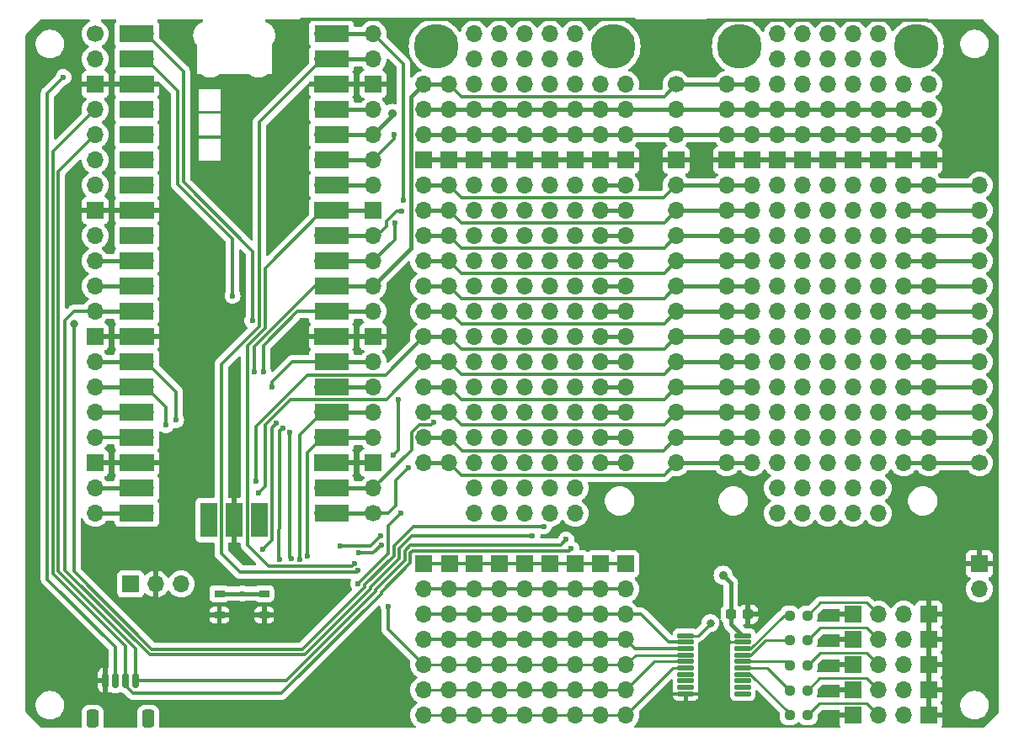
<source format=gtl>
G04 #@! TF.GenerationSoftware,KiCad,Pcbnew,7.0.1*
G04 #@! TF.CreationDate,2023-09-08T10:55:18-05:00*
G04 #@! TF.ProjectId,ProtoPropDuo,50726f74-6f50-4726-9f70-44756f2e6b69,B*
G04 #@! TF.SameCoordinates,Original*
G04 #@! TF.FileFunction,Copper,L1,Top*
G04 #@! TF.FilePolarity,Positive*
%FSLAX46Y46*%
G04 Gerber Fmt 4.6, Leading zero omitted, Abs format (unit mm)*
G04 Created by KiCad (PCBNEW 7.0.1) date 2023-09-08 10:55:18*
%MOMM*%
%LPD*%
G01*
G04 APERTURE LIST*
G04 Aperture macros list*
%AMRoundRect*
0 Rectangle with rounded corners*
0 $1 Rounding radius*
0 $2 $3 $4 $5 $6 $7 $8 $9 X,Y pos of 4 corners*
0 Add a 4 corners polygon primitive as box body*
4,1,4,$2,$3,$4,$5,$6,$7,$8,$9,$2,$3,0*
0 Add four circle primitives for the rounded corners*
1,1,$1+$1,$2,$3*
1,1,$1+$1,$4,$5*
1,1,$1+$1,$6,$7*
1,1,$1+$1,$8,$9*
0 Add four rect primitives between the rounded corners*
20,1,$1+$1,$2,$3,$4,$5,0*
20,1,$1+$1,$4,$5,$6,$7,0*
20,1,$1+$1,$6,$7,$8,$9,0*
20,1,$1+$1,$8,$9,$2,$3,0*%
G04 Aperture macros list end*
G04 #@! TA.AperFunction,ComponentPad*
%ADD10O,1.700000X1.700000*%
G04 #@! TD*
G04 #@! TA.AperFunction,ComponentPad*
%ADD11C,1.700000*%
G04 #@! TD*
G04 #@! TA.AperFunction,ComponentPad*
%ADD12R,1.700000X1.700000*%
G04 #@! TD*
G04 #@! TA.AperFunction,ComponentPad*
%ADD13C,4.500000*%
G04 #@! TD*
G04 #@! TA.AperFunction,SMDPad,CuDef*
%ADD14RoundRect,0.150000X-0.150000X-0.625000X0.150000X-0.625000X0.150000X0.625000X-0.150000X0.625000X0*%
G04 #@! TD*
G04 #@! TA.AperFunction,SMDPad,CuDef*
%ADD15RoundRect,0.250000X-0.350000X-0.650000X0.350000X-0.650000X0.350000X0.650000X-0.350000X0.650000X0*%
G04 #@! TD*
G04 #@! TA.AperFunction,SMDPad,CuDef*
%ADD16RoundRect,0.237500X-0.300000X-0.237500X0.300000X-0.237500X0.300000X0.237500X-0.300000X0.237500X0*%
G04 #@! TD*
G04 #@! TA.AperFunction,SMDPad,CuDef*
%ADD17RoundRect,0.237500X-0.250000X-0.237500X0.250000X-0.237500X0.250000X0.237500X-0.250000X0.237500X0*%
G04 #@! TD*
G04 #@! TA.AperFunction,SMDPad,CuDef*
%ADD18RoundRect,0.020500X-0.764500X-0.184500X0.764500X-0.184500X0.764500X0.184500X-0.764500X0.184500X0*%
G04 #@! TD*
G04 #@! TA.AperFunction,SMDPad,CuDef*
%ADD19R,1.000000X0.700000*%
G04 #@! TD*
G04 #@! TA.AperFunction,SMDPad,CuDef*
%ADD20R,3.500000X1.700000*%
G04 #@! TD*
G04 #@! TA.AperFunction,SMDPad,CuDef*
%ADD21R,1.700000X3.500000*%
G04 #@! TD*
G04 #@! TA.AperFunction,ViaPad*
%ADD22C,0.600000*%
G04 #@! TD*
G04 #@! TA.AperFunction,ViaPad*
%ADD23C,0.900000*%
G04 #@! TD*
G04 #@! TA.AperFunction,ViaPad*
%ADD24C,0.800000*%
G04 #@! TD*
G04 #@! TA.AperFunction,Conductor*
%ADD25C,0.350000*%
G04 #@! TD*
G04 #@! TA.AperFunction,Conductor*
%ADD26C,0.450000*%
G04 #@! TD*
G04 #@! TA.AperFunction,Conductor*
%ADD27C,0.250000*%
G04 #@! TD*
G04 APERTURE END LIST*
D10*
X185420000Y-50800000D03*
X210820000Y-86360000D03*
X185420000Y-73660000D03*
X180340000Y-73660000D03*
D11*
X198120000Y-45720000D03*
D10*
X198120000Y-48260000D03*
X198120000Y-50800000D03*
D12*
X198120000Y-53340000D03*
D10*
X198120000Y-55880000D03*
X198120000Y-58420000D03*
X198120000Y-60960000D03*
X198120000Y-63500000D03*
X198120000Y-66040000D03*
X198120000Y-68580000D03*
X198120000Y-71120000D03*
X198120000Y-73660000D03*
X198120000Y-76200000D03*
X198120000Y-78740000D03*
X198120000Y-81280000D03*
X198120000Y-83820000D03*
X210820000Y-43180000D03*
X220980000Y-66040000D03*
X208280000Y-86360000D03*
X180340000Y-76200000D03*
X218440000Y-81280000D03*
X208280000Y-88900000D03*
X182880000Y-50800000D03*
X187960000Y-106680000D03*
X172720000Y-45720000D03*
X172720000Y-48260000D03*
X172720000Y-50800000D03*
D12*
X172720000Y-53340000D03*
D10*
X172720000Y-55880000D03*
X172720000Y-58420000D03*
X172720000Y-60960000D03*
X172720000Y-63500000D03*
X172720000Y-66040000D03*
X172720000Y-68580000D03*
X172720000Y-71120000D03*
X172720000Y-73660000D03*
X172720000Y-76200000D03*
X172720000Y-78740000D03*
X172720000Y-81280000D03*
X172694600Y-83820000D03*
X193040000Y-83820000D03*
X193040000Y-81280000D03*
X193040000Y-78740000D03*
X193040000Y-76200000D03*
X193040000Y-73660000D03*
X193040000Y-71120000D03*
X193040000Y-68580000D03*
X193040000Y-66040000D03*
X193040000Y-63500000D03*
X193040000Y-60960000D03*
X193040000Y-58420000D03*
X193040000Y-55880000D03*
D13*
X173972200Y-41892200D03*
X191772200Y-41892200D03*
D10*
X180340000Y-48260000D03*
X187960000Y-43180000D03*
X208280000Y-83820000D03*
X213360000Y-88900000D03*
X210820000Y-45720000D03*
X218440000Y-43180000D03*
X190500000Y-106680000D03*
X210820000Y-68580000D03*
X205740000Y-55880000D03*
X187960000Y-81280000D03*
X180340000Y-104140000D03*
X223520000Y-50800000D03*
X190500000Y-58420000D03*
X190500000Y-60960000D03*
X175260000Y-104140000D03*
X187960000Y-66040000D03*
X210820000Y-63500000D03*
X182880000Y-83820000D03*
X182880000Y-88900000D03*
X185420000Y-81280000D03*
X187960000Y-109220000D03*
X177800000Y-63500000D03*
X185420000Y-83820000D03*
X205740000Y-63500000D03*
X180340000Y-109220000D03*
X187960000Y-86360000D03*
X177800000Y-48260000D03*
X218440000Y-86360000D03*
X218440000Y-66040000D03*
X177800000Y-68580000D03*
X190500000Y-63500000D03*
X177800000Y-45720000D03*
D12*
X218440000Y-53340000D03*
D10*
X180340000Y-96520000D03*
X213360000Y-81280000D03*
X208280000Y-55880000D03*
X218440000Y-71120000D03*
X175260000Y-73660000D03*
X177800000Y-104140000D03*
X205740000Y-83820000D03*
X187960000Y-45720000D03*
X208280000Y-71120000D03*
X218440000Y-40640000D03*
X177800000Y-76200000D03*
X220980000Y-73660000D03*
X175260000Y-50800000D03*
X213360000Y-40640000D03*
X175260000Y-96520000D03*
X182880000Y-86360000D03*
X215900000Y-60960000D03*
X218440000Y-73660000D03*
X177800000Y-81280000D03*
X218440000Y-83820000D03*
X187960000Y-104140000D03*
X210820000Y-48260000D03*
X182880000Y-81280000D03*
X215900000Y-40640000D03*
X208280000Y-60960000D03*
X190500000Y-83820000D03*
X208280000Y-76200000D03*
X220980000Y-68580000D03*
X213360000Y-71120000D03*
X208280000Y-81280000D03*
X218440000Y-48260000D03*
X220980000Y-99060000D03*
X220980000Y-101600000D03*
X220980000Y-104140000D03*
X220980000Y-106680000D03*
X220980000Y-109220000D03*
X215900000Y-76200000D03*
X208280000Y-63500000D03*
X180340000Y-63500000D03*
D11*
X139700000Y-40640000D03*
D10*
X139700000Y-43180000D03*
D12*
X139700000Y-45720000D03*
D10*
X139700000Y-48260000D03*
X139700000Y-50800000D03*
X139700000Y-53340000D03*
X139700000Y-55880000D03*
D12*
X139700000Y-58420000D03*
D10*
X139700000Y-60960000D03*
X139700000Y-63500000D03*
X139700000Y-66040000D03*
X139700000Y-68580000D03*
D12*
X139700000Y-71120000D03*
D10*
X139700000Y-73660000D03*
X139700000Y-76200000D03*
X139700000Y-78740000D03*
X139700000Y-81280000D03*
D12*
X139700000Y-83820000D03*
D10*
X139700000Y-86360000D03*
X139700000Y-88900000D03*
X187960000Y-55880000D03*
X223520000Y-45720000D03*
X187960000Y-50800000D03*
X175260000Y-55880000D03*
D12*
X223520000Y-53340000D03*
D10*
X185420000Y-86360000D03*
X177800000Y-50800000D03*
X213360000Y-68580000D03*
X190500000Y-101600000D03*
X193040000Y-109220000D03*
X215900000Y-68580000D03*
X182880000Y-73660000D03*
X210820000Y-66040000D03*
X187960000Y-40640000D03*
X220980000Y-55880000D03*
X220980000Y-78740000D03*
X208280000Y-66040000D03*
X218440000Y-60960000D03*
D12*
X223520000Y-99060000D03*
X223520000Y-101600000D03*
X223520000Y-104140000D03*
X223520000Y-106680000D03*
X223520000Y-109220000D03*
D10*
X208280000Y-43180000D03*
X213360000Y-50800000D03*
X182880000Y-99060000D03*
D12*
X180340000Y-93980000D03*
D10*
X218440000Y-55880000D03*
X182880000Y-101600000D03*
X187960000Y-58420000D03*
X213360000Y-76200000D03*
X213360000Y-45720000D03*
X187960000Y-88900000D03*
X182880000Y-104140000D03*
D12*
X180340000Y-53340000D03*
D10*
X205740000Y-78740000D03*
X180340000Y-66040000D03*
X205740000Y-81280000D03*
X208280000Y-50800000D03*
X185420000Y-104140000D03*
X210820000Y-83820000D03*
X215900000Y-78740000D03*
X220980000Y-45720000D03*
D12*
X177800000Y-53340000D03*
D10*
X175260000Y-63500000D03*
X182880000Y-45720000D03*
D14*
X140740000Y-105696000D03*
X141740000Y-105696000D03*
X142740000Y-105696000D03*
X143740000Y-105696000D03*
D15*
X139440000Y-109571000D03*
X145040000Y-109571000D03*
D10*
X180340000Y-81280000D03*
X193040000Y-45720000D03*
X213360000Y-73660000D03*
D12*
X187960000Y-53340000D03*
D10*
X180340000Y-86360000D03*
X180340000Y-50800000D03*
X215900000Y-63500000D03*
X185420000Y-43180000D03*
D12*
X182880000Y-93980000D03*
D10*
X177800000Y-60960000D03*
D12*
X213360000Y-53340000D03*
D10*
X177800000Y-83820000D03*
D12*
X190500000Y-93980000D03*
D10*
X215900000Y-50800000D03*
D12*
X215900000Y-53340000D03*
D10*
X182880000Y-109220000D03*
X187960000Y-96520000D03*
X182880000Y-48260000D03*
X220980000Y-63500000D03*
X175260000Y-58420000D03*
X190500000Y-55880000D03*
X187960000Y-68580000D03*
X218440000Y-58420000D03*
X187960000Y-99060000D03*
X175260000Y-106680000D03*
D12*
X177800000Y-93980000D03*
D10*
X193040000Y-96520000D03*
X190500000Y-96520000D03*
X187960000Y-101600000D03*
X180340000Y-45720000D03*
X180340000Y-60960000D03*
X220980000Y-50800000D03*
X213360000Y-55880000D03*
X180340000Y-43180000D03*
X190500000Y-48260000D03*
D12*
X175300000Y-93980000D03*
D10*
X205740000Y-73660000D03*
X180340000Y-101600000D03*
D16*
X203607500Y-99060000D03*
X205332500Y-99060000D03*
D10*
X218440000Y-78740000D03*
X213360000Y-58420000D03*
X193040000Y-101600000D03*
X205740000Y-58420000D03*
X218440000Y-99060000D03*
X218440000Y-101600000D03*
X218440000Y-104140000D03*
X218440000Y-106680000D03*
X218440000Y-109220000D03*
X177800000Y-71120000D03*
X220980000Y-71120000D03*
X185420000Y-63500000D03*
X187960000Y-78740000D03*
D12*
X190500000Y-53340000D03*
D10*
X210820000Y-71120000D03*
X185420000Y-78740000D03*
X210820000Y-76200000D03*
X193040000Y-48260000D03*
X185420000Y-76200000D03*
D12*
X175260000Y-53340000D03*
D10*
X185420000Y-48260000D03*
D17*
X209503000Y-104200000D03*
X211328000Y-104200000D03*
D10*
X205740000Y-48260000D03*
X180340000Y-68580000D03*
X187960000Y-73660000D03*
X175260000Y-66040000D03*
X182880000Y-66040000D03*
D18*
X199060000Y-101215000D03*
X199060000Y-101865000D03*
X199060000Y-102515000D03*
X199060000Y-103165000D03*
X199060000Y-103815000D03*
X199060000Y-104465000D03*
X199060000Y-105115000D03*
X199060000Y-105765000D03*
X199060000Y-106415000D03*
X199060000Y-107065000D03*
X204800000Y-107065000D03*
X204800000Y-106415000D03*
X204800000Y-105765000D03*
X204800000Y-105115000D03*
X204800000Y-104465000D03*
X204800000Y-103815000D03*
X204800000Y-103165000D03*
X204800000Y-102515000D03*
X204800000Y-101865000D03*
X204800000Y-101215000D03*
D10*
X187960000Y-48260000D03*
X187960000Y-63500000D03*
X177800000Y-96520000D03*
X205740000Y-71120000D03*
X182880000Y-63500000D03*
X218440000Y-50800000D03*
X213360000Y-78740000D03*
X180340000Y-106680000D03*
X205740000Y-45720000D03*
X190500000Y-78740000D03*
X213360000Y-60960000D03*
X177800000Y-106680000D03*
X190500000Y-66040000D03*
X205740000Y-60960000D03*
X190500000Y-109220000D03*
X182880000Y-58420000D03*
D12*
X143256000Y-96012000D03*
D10*
X145796000Y-96012000D03*
X148336000Y-96012000D03*
X193040000Y-104140000D03*
X175260000Y-45720000D03*
X175260000Y-78740000D03*
X180340000Y-40640000D03*
X185420000Y-45720000D03*
X228600000Y-96520000D03*
D12*
X228600000Y-93980000D03*
D10*
X185420000Y-106680000D03*
X175260000Y-109220000D03*
D17*
X209503000Y-101690000D03*
X211328000Y-101690000D03*
D10*
X215900000Y-71120000D03*
X175260000Y-71120000D03*
X215900000Y-81280000D03*
X182880000Y-55880000D03*
X208280000Y-78740000D03*
X218440000Y-76200000D03*
X182880000Y-96520000D03*
X177800000Y-101600000D03*
X177800000Y-40640000D03*
D12*
X185420000Y-53340000D03*
D10*
X185420000Y-66040000D03*
X182880000Y-76200000D03*
X193040000Y-50800000D03*
D12*
X187960000Y-93980000D03*
D10*
X223520000Y-48260000D03*
X210820000Y-55880000D03*
X213360000Y-43180000D03*
D12*
X185420000Y-93980000D03*
D10*
X182880000Y-40640000D03*
X210820000Y-58420000D03*
X213360000Y-83820000D03*
X210820000Y-60960000D03*
X177800000Y-109220000D03*
X185420000Y-40640000D03*
X185420000Y-55880000D03*
X215900000Y-48260000D03*
D12*
X208280000Y-53340000D03*
D10*
X185420000Y-68580000D03*
D12*
X172720000Y-93980000D03*
D10*
X172720000Y-96520000D03*
X172720000Y-99060000D03*
X172720000Y-101600000D03*
X172720000Y-104140000D03*
X172720000Y-106680000D03*
X172720000Y-109220000D03*
X187960000Y-76200000D03*
X205740000Y-66040000D03*
X213360000Y-86360000D03*
X190500000Y-73660000D03*
X210820000Y-73660000D03*
X210820000Y-78740000D03*
X218440000Y-45720000D03*
X205740000Y-76200000D03*
X185420000Y-71120000D03*
D11*
X167640000Y-88900000D03*
D10*
X167640000Y-86360000D03*
D12*
X167640000Y-83820000D03*
D10*
X167640000Y-81280000D03*
X167640000Y-78740000D03*
X167640000Y-76200000D03*
X167640000Y-73660000D03*
D12*
X167640000Y-71120000D03*
D10*
X167640000Y-68580000D03*
X167640000Y-66040000D03*
X167640000Y-63500000D03*
X167640000Y-60960000D03*
D12*
X167640000Y-58420000D03*
D10*
X167640000Y-55880000D03*
X167640000Y-53340000D03*
X167640000Y-50800000D03*
X167640000Y-48260000D03*
D12*
X167640000Y-45720000D03*
D10*
X167640000Y-43180000D03*
X167640000Y-40640000D03*
X208280000Y-68580000D03*
X190500000Y-50800000D03*
X175260000Y-81280000D03*
X177800000Y-88900000D03*
X175260000Y-68580000D03*
X177800000Y-66040000D03*
X203200000Y-45720000D03*
X203200000Y-48260000D03*
X203200000Y-50800000D03*
D12*
X203200000Y-53340000D03*
D10*
X203200000Y-55880000D03*
X203200000Y-58420000D03*
X203200000Y-60960000D03*
X203200000Y-63500000D03*
X203200000Y-66040000D03*
X203200000Y-68580000D03*
X203200000Y-71120000D03*
X203200000Y-73660000D03*
X203200000Y-76200000D03*
X203200000Y-78740000D03*
X203200000Y-81280000D03*
X203174600Y-83820000D03*
X223520000Y-83820000D03*
X223520000Y-81280000D03*
X223520000Y-78740000D03*
X223520000Y-76200000D03*
X223520000Y-73660000D03*
X223520000Y-71120000D03*
X223520000Y-68580000D03*
X223520000Y-66040000D03*
X223520000Y-63500000D03*
X223520000Y-60960000D03*
X223520000Y-58420000D03*
X223520000Y-55880000D03*
D13*
X204452200Y-41892200D03*
X222252200Y-41892200D03*
D10*
X218440000Y-88900000D03*
D12*
X210820000Y-53340000D03*
D10*
X175260000Y-101600000D03*
X180340000Y-71120000D03*
D11*
X228600000Y-83820000D03*
D10*
X228600000Y-81280000D03*
X228600000Y-78740000D03*
X228600000Y-76200000D03*
X228600000Y-73660000D03*
X228600000Y-71120000D03*
X228600000Y-68580000D03*
X228600000Y-66040000D03*
X228600000Y-63500000D03*
X228600000Y-60960000D03*
X228600000Y-58420000D03*
X228600000Y-55880000D03*
X177800000Y-58420000D03*
X190500000Y-45720000D03*
X213360000Y-66040000D03*
X220980000Y-81280000D03*
X187960000Y-71120000D03*
X208280000Y-40640000D03*
X175260000Y-48260000D03*
D17*
X209503000Y-99180000D03*
X211328000Y-99180000D03*
D10*
X220980000Y-60960000D03*
X215900000Y-66040000D03*
X220980000Y-76200000D03*
X210820000Y-81280000D03*
X185420000Y-96520000D03*
X213360000Y-48260000D03*
X180340000Y-58420000D03*
X177800000Y-86360000D03*
X213360000Y-63500000D03*
X210820000Y-50800000D03*
X205740000Y-50800000D03*
X182880000Y-68580000D03*
X215900000Y-83820000D03*
X182880000Y-78740000D03*
X220980000Y-83820000D03*
X180340000Y-78740000D03*
X190500000Y-99060000D03*
X193040000Y-106680000D03*
X190500000Y-76200000D03*
X190500000Y-104140000D03*
X208280000Y-45720000D03*
D12*
X193040000Y-53340000D03*
D10*
X175260000Y-99060000D03*
X215900000Y-58420000D03*
D19*
X152182000Y-96969000D03*
X156682000Y-96969000D03*
X152182000Y-99119000D03*
X156682000Y-99119000D03*
D10*
X218440000Y-63500000D03*
X185420000Y-60960000D03*
D12*
X193040000Y-93980000D03*
D10*
X175260000Y-76200000D03*
X177800000Y-55880000D03*
X185420000Y-109220000D03*
X215900000Y-86360000D03*
X218440000Y-68580000D03*
X215900000Y-45720000D03*
X215900000Y-88900000D03*
D17*
X209503000Y-109220000D03*
X211328000Y-109220000D03*
D12*
X220980000Y-53340000D03*
D10*
X185420000Y-99060000D03*
X210820000Y-88900000D03*
X185420000Y-58420000D03*
X177800000Y-99060000D03*
X215900000Y-73660000D03*
D12*
X215900000Y-99060000D03*
X215900000Y-101600000D03*
X215900000Y-104140000D03*
X215900000Y-106680000D03*
X215900000Y-109220000D03*
D10*
X177800000Y-78740000D03*
X187960000Y-83820000D03*
X208280000Y-48260000D03*
D12*
X182880000Y-53340000D03*
D10*
X180340000Y-55880000D03*
X208280000Y-58420000D03*
X177800000Y-43180000D03*
X180340000Y-83820000D03*
X205740000Y-68580000D03*
X175260000Y-83820000D03*
X193040000Y-99060000D03*
X210820000Y-40640000D03*
X175260000Y-60960000D03*
X190500000Y-81280000D03*
X208280000Y-73660000D03*
X215900000Y-43180000D03*
X187960000Y-60960000D03*
X220980000Y-58420000D03*
X144780000Y-40640000D03*
D20*
X143880000Y-40640000D03*
D10*
X144780000Y-43180000D03*
D20*
X143880000Y-43180000D03*
D12*
X144780000Y-45720000D03*
D20*
X143880000Y-45720000D03*
D10*
X144780000Y-48260000D03*
D20*
X143880000Y-48260000D03*
D10*
X144780000Y-50800000D03*
D20*
X143880000Y-50800000D03*
D10*
X144780000Y-53340000D03*
D20*
X143880000Y-53340000D03*
D10*
X144780000Y-55880000D03*
D20*
X143880000Y-55880000D03*
D12*
X144780000Y-58420000D03*
D20*
X143880000Y-58420000D03*
D10*
X144780000Y-60960000D03*
D20*
X143880000Y-60960000D03*
D10*
X144780000Y-63500000D03*
D20*
X143880000Y-63500000D03*
D10*
X144780000Y-66040000D03*
D20*
X143880000Y-66040000D03*
D10*
X144780000Y-68580000D03*
D20*
X143880000Y-68580000D03*
D12*
X144780000Y-71120000D03*
D20*
X143880000Y-71120000D03*
D10*
X144780000Y-73660000D03*
D20*
X143880000Y-73660000D03*
D10*
X144780000Y-76200000D03*
D20*
X143880000Y-76200000D03*
D10*
X144780000Y-78740000D03*
D20*
X143880000Y-78740000D03*
D10*
X144780000Y-81280000D03*
D20*
X143880000Y-81280000D03*
D12*
X144780000Y-83820000D03*
D20*
X143880000Y-83820000D03*
D10*
X144780000Y-86360000D03*
D20*
X143880000Y-86360000D03*
D10*
X144780000Y-88900000D03*
D20*
X143880000Y-88900000D03*
D10*
X162560000Y-88900000D03*
D20*
X163460000Y-88900000D03*
D10*
X162560000Y-86360000D03*
D20*
X163460000Y-86360000D03*
D12*
X162560000Y-83820000D03*
D20*
X163460000Y-83820000D03*
D10*
X162560000Y-81280000D03*
D20*
X163460000Y-81280000D03*
D10*
X162560000Y-78740000D03*
D20*
X163460000Y-78740000D03*
D10*
X162560000Y-76200000D03*
D20*
X163460000Y-76200000D03*
D10*
X162560000Y-73660000D03*
D20*
X163460000Y-73660000D03*
D12*
X162560000Y-71120000D03*
D20*
X163460000Y-71120000D03*
D10*
X162560000Y-68580000D03*
D20*
X163460000Y-68580000D03*
D10*
X162560000Y-66040000D03*
D20*
X163460000Y-66040000D03*
D10*
X162560000Y-63500000D03*
D20*
X163460000Y-63500000D03*
D10*
X162560000Y-60960000D03*
D20*
X163460000Y-60960000D03*
D12*
X162560000Y-58420000D03*
D20*
X163460000Y-58420000D03*
D10*
X162560000Y-55880000D03*
D20*
X163460000Y-55880000D03*
D10*
X162560000Y-53340000D03*
D20*
X163460000Y-53340000D03*
D10*
X162560000Y-50800000D03*
D20*
X163460000Y-50800000D03*
D10*
X162560000Y-48260000D03*
D20*
X163460000Y-48260000D03*
D12*
X162560000Y-45720000D03*
D20*
X163460000Y-45720000D03*
D10*
X162560000Y-43180000D03*
D20*
X163460000Y-43180000D03*
D10*
X162560000Y-40640000D03*
D20*
X163460000Y-40640000D03*
D10*
X151130000Y-88670000D03*
D21*
X151130000Y-89570000D03*
D12*
X153670000Y-88670000D03*
D21*
X153670000Y-89570000D03*
D10*
X156210000Y-88670000D03*
D21*
X156210000Y-89570000D03*
D10*
X220980000Y-48260000D03*
X215900000Y-55880000D03*
X180340000Y-99060000D03*
X182880000Y-43180000D03*
X182880000Y-106680000D03*
X182880000Y-71120000D03*
X190500000Y-68580000D03*
X190500000Y-71120000D03*
X185420000Y-88900000D03*
X177800000Y-73660000D03*
D17*
X209503000Y-106710000D03*
X211328000Y-106710000D03*
D10*
X182880000Y-60960000D03*
X185420000Y-101600000D03*
X180340000Y-88900000D03*
D12*
X205740000Y-53340000D03*
D22*
X155702000Y-74676000D03*
X157891747Y-79848859D03*
X156500000Y-92500000D03*
X154500000Y-96969000D03*
X136500000Y-45000000D03*
D23*
X169609500Y-48625411D03*
D22*
X169759500Y-50800000D03*
D23*
X159000000Y-51000000D03*
X195580000Y-52832000D03*
X153500000Y-56704500D03*
X148082000Y-72390000D03*
X157988000Y-73406000D03*
X153670000Y-74422000D03*
X146812000Y-49530000D03*
X168000000Y-105500000D03*
X137541000Y-106172000D03*
X168000000Y-108000000D03*
X170180000Y-69850000D03*
D24*
X202438000Y-101854000D03*
D23*
X207391000Y-99060000D03*
D22*
X154500000Y-99000000D03*
D23*
X201930000Y-109220000D03*
X154305000Y-93218000D03*
X153670000Y-84328000D03*
X148082000Y-59690000D03*
X168000000Y-100000000D03*
X198000000Y-41500000D03*
X168000000Y-103000000D03*
D22*
X169814194Y-59639694D03*
X170500000Y-58500000D03*
X155831330Y-85680330D03*
X156083000Y-86868000D03*
X153500000Y-67000000D03*
X155500000Y-69500000D03*
X187561500Y-92438500D03*
X187048206Y-91544206D03*
X184808812Y-90193812D03*
D24*
X137541000Y-69850000D03*
D22*
X183642000Y-91186000D03*
X147828000Y-79502000D03*
X166169105Y-92876500D03*
X168479193Y-92062696D03*
X146812000Y-80010000D03*
X164338000Y-92202000D03*
X168402000Y-91186000D03*
X171196000Y-84328000D03*
X173736000Y-79756000D03*
X170688000Y-57404000D03*
X165735000Y-93980000D03*
X166125577Y-94677605D03*
X169672000Y-83058000D03*
X166116000Y-96012000D03*
X169164000Y-98298000D03*
X170434000Y-88900000D03*
X170180000Y-77470000D03*
X159258000Y-80772000D03*
X157480000Y-76200000D03*
X159385000Y-93472000D03*
X161036000Y-93218000D03*
X160274000Y-93503608D03*
X158531657Y-80328149D03*
X156591000Y-74676000D03*
X158242000Y-93503608D03*
D23*
X202819000Y-95123000D03*
D24*
X201549000Y-99949000D03*
D25*
X176485000Y-46945000D02*
X196895000Y-46945000D01*
D26*
X171445001Y-46994999D02*
X172720000Y-45720000D01*
X198120000Y-45720000D02*
X205740000Y-45720000D01*
D25*
X196895000Y-46945000D02*
X198120000Y-45720000D01*
D26*
X167640000Y-66040000D02*
X171445001Y-62234999D01*
X172720000Y-45720000D02*
X175260000Y-45720000D01*
X162460000Y-66040000D02*
X162420000Y-66000000D01*
X171445001Y-62234999D02*
X171445001Y-46994999D01*
X156682000Y-96969000D02*
X154500000Y-96969000D01*
D25*
X161822888Y-66000000D02*
X155702000Y-72120888D01*
X155702000Y-72120888D02*
X155702000Y-74676000D01*
X157438499Y-80302107D02*
X157891747Y-79848859D01*
D26*
X154500000Y-96969000D02*
X152182000Y-96969000D01*
D25*
X157438499Y-91561501D02*
X157438499Y-80302107D01*
D26*
X162560000Y-66040000D02*
X167640000Y-66040000D01*
D25*
X162420000Y-66000000D02*
X161822888Y-66000000D01*
X175260000Y-45720000D02*
X176485000Y-46945000D01*
X156500000Y-92500000D02*
X157438499Y-91561501D01*
D26*
X162560000Y-66040000D02*
X162460000Y-66040000D01*
D25*
X134900998Y-95530998D02*
X141740000Y-102370000D01*
D26*
X167640000Y-50800000D02*
X169609500Y-48830500D01*
D25*
X134900998Y-46599002D02*
X134900998Y-95530998D01*
X136500000Y-45000000D02*
X134900998Y-46599002D01*
D26*
X169609500Y-48830500D02*
X169609500Y-48625411D01*
X162560000Y-50800000D02*
X167640000Y-50800000D01*
D25*
X141740000Y-102370000D02*
X141740000Y-105696000D01*
D26*
X172720000Y-48260000D02*
X223520000Y-48260000D01*
X162560000Y-53340000D02*
X167640000Y-53340000D01*
D25*
X167640000Y-53340000D02*
X169759500Y-51220500D01*
X169759500Y-51220500D02*
X169759500Y-50800000D01*
D26*
X172720000Y-50800000D02*
X223520000Y-50800000D01*
D25*
X160454786Y-39189214D02*
X160274000Y-39370000D01*
X152301000Y-99000000D02*
X152182000Y-99119000D01*
X193875214Y-39189214D02*
X160454786Y-39189214D01*
D27*
X204800000Y-101865000D02*
X202449000Y-101865000D01*
D25*
X154500000Y-99000000D02*
X156563000Y-99000000D01*
X154500000Y-99000000D02*
X152301000Y-99000000D01*
X224282000Y-39370000D02*
X223442311Y-39370000D01*
D26*
X162560000Y-71120000D02*
X160274000Y-71120000D01*
D25*
X156563000Y-99000000D02*
X156682000Y-99119000D01*
X223442311Y-39370000D02*
X223339511Y-39267200D01*
X194056000Y-39370000D02*
X193875214Y-39189214D01*
X201270800Y-39267200D02*
X201168000Y-39370000D01*
D26*
X205332500Y-99060000D02*
X207391000Y-99060000D01*
D27*
X202449000Y-101865000D02*
X202438000Y-101854000D01*
D25*
X199060000Y-107065000D02*
X197735000Y-107065000D01*
X199060000Y-107065000D02*
X200529000Y-107065000D01*
D26*
X160274000Y-71120000D02*
X157988000Y-73406000D01*
D25*
X223339511Y-39267200D02*
X201270800Y-39267200D01*
D26*
X198120000Y-55880000D02*
X205740000Y-55880000D01*
D25*
X176530000Y-57150000D02*
X196850000Y-57150000D01*
X196850000Y-57150000D02*
X198120000Y-55880000D01*
X175260000Y-55880000D02*
X176530000Y-57150000D01*
D26*
X172720000Y-55880000D02*
X175260000Y-55880000D01*
X162560000Y-63500000D02*
X167640000Y-63500000D01*
D25*
X167640000Y-63500000D02*
X169814194Y-61325806D01*
X169814194Y-61325806D02*
X169814194Y-59639694D01*
D26*
X162560000Y-60960000D02*
X167640000Y-60960000D01*
D25*
X196895000Y-59645000D02*
X198120000Y-58420000D01*
X170000000Y-58500000D02*
X169000000Y-59500000D01*
X170500000Y-58500000D02*
X170000000Y-58500000D01*
X169000000Y-59500000D02*
X169000000Y-60000000D01*
X168040000Y-60960000D02*
X167640000Y-60960000D01*
X175260000Y-58420000D02*
X176485000Y-59645000D01*
D26*
X205740000Y-58420000D02*
X198120000Y-58420000D01*
D25*
X169000000Y-60000000D02*
X168040000Y-60960000D01*
X176485000Y-59645000D02*
X196895000Y-59645000D01*
D26*
X172720000Y-58420000D02*
X175260000Y-58420000D01*
D25*
X175260000Y-60960000D02*
X176485000Y-62185000D01*
D26*
X172720000Y-60960000D02*
X175260000Y-60960000D01*
D25*
X176485000Y-62185000D02*
X196895000Y-62185000D01*
D26*
X162560000Y-55880000D02*
X167640000Y-55880000D01*
X198120000Y-60960000D02*
X205740000Y-60960000D01*
D25*
X196895000Y-62185000D02*
X198120000Y-60960000D01*
X196895000Y-64725000D02*
X198120000Y-63500000D01*
D26*
X172720000Y-63500000D02*
X175260000Y-63500000D01*
X198120000Y-63500000D02*
X205740000Y-63500000D01*
D25*
X176485000Y-64725000D02*
X196895000Y-64725000D01*
X175260000Y-63500000D02*
X176485000Y-64725000D01*
X196895000Y-67265000D02*
X198120000Y-66040000D01*
X175260000Y-66040000D02*
X176485000Y-67265000D01*
D26*
X172720000Y-66040000D02*
X175260000Y-66040000D01*
X198120000Y-66040000D02*
X205740000Y-66040000D01*
D25*
X176485000Y-67265000D02*
X196895000Y-67265000D01*
X176485000Y-69805000D02*
X196895000Y-69805000D01*
X175260000Y-68580000D02*
X176485000Y-69805000D01*
X196895000Y-69805000D02*
X198120000Y-68580000D01*
D26*
X198120000Y-68580000D02*
X205740000Y-68580000D01*
X172720000Y-68580000D02*
X175260000Y-68580000D01*
D25*
X172720000Y-71120000D02*
X168865000Y-74975000D01*
X161034606Y-74975000D02*
X155831330Y-80178276D01*
X168865000Y-74975000D02*
X161034606Y-74975000D01*
X176485000Y-72345000D02*
X196895000Y-72345000D01*
X155831330Y-80178276D02*
X155831330Y-85680330D01*
X196895000Y-72345000D02*
X198120000Y-71120000D01*
D26*
X144780000Y-86360000D02*
X139700000Y-86360000D01*
X198120000Y-71120000D02*
X205740000Y-71120000D01*
D25*
X175260000Y-71120000D02*
X176485000Y-72345000D01*
D26*
X172720000Y-71120000D02*
X175260000Y-71120000D01*
X172720000Y-73660000D02*
X175260000Y-73660000D01*
D25*
X176485000Y-74885000D02*
X196895000Y-74885000D01*
X168955000Y-77425000D02*
X159361718Y-77425000D01*
X175260000Y-73660000D02*
X176485000Y-74885000D01*
D26*
X198120000Y-73660000D02*
X205740000Y-73660000D01*
X144780000Y-88900000D02*
X139700000Y-88900000D01*
D25*
X172720000Y-73660000D02*
X168955000Y-77425000D01*
X196895000Y-74885000D02*
X198120000Y-73660000D01*
X156771359Y-80015359D02*
X156771359Y-86179641D01*
X156771359Y-86179641D02*
X156083000Y-86868000D01*
X159361718Y-77425000D02*
X156771359Y-80015359D01*
D26*
X144780000Y-66040000D02*
X139700000Y-66040000D01*
D25*
X176485000Y-77425000D02*
X196895000Y-77425000D01*
X196895000Y-77425000D02*
X198120000Y-76200000D01*
X175260000Y-76200000D02*
X176485000Y-77425000D01*
D26*
X198120000Y-76200000D02*
X205740000Y-76200000D01*
X172720000Y-76200000D02*
X175260000Y-76200000D01*
D25*
X153500000Y-67000000D02*
X153500000Y-61282888D01*
D26*
X172720000Y-78740000D02*
X175260000Y-78740000D01*
D25*
X153500000Y-61282888D02*
X148000000Y-55782888D01*
X176485000Y-79965000D02*
X196895000Y-79965000D01*
X148000000Y-46400000D02*
X144780000Y-43180000D01*
D26*
X198120000Y-78740000D02*
X205740000Y-78740000D01*
D25*
X148000000Y-55782888D02*
X148000000Y-46400000D01*
X175260000Y-78740000D02*
X176485000Y-79965000D01*
X196895000Y-79965000D02*
X198120000Y-78740000D01*
D26*
X198120000Y-81280000D02*
X205740000Y-81280000D01*
X172720000Y-81280000D02*
X175260000Y-81280000D01*
D25*
X148549501Y-44409501D02*
X148549501Y-55555277D01*
X148549501Y-55555277D02*
X155500000Y-62505776D01*
X196805000Y-82595000D02*
X198120000Y-81280000D01*
X175260000Y-81280000D02*
X176575000Y-82595000D01*
X176575000Y-82595000D02*
X196805000Y-82595000D01*
X155500000Y-62505776D02*
X155500000Y-69500000D01*
X144780000Y-40640000D02*
X148549501Y-44409501D01*
D26*
X198120000Y-83820000D02*
X205740000Y-83820000D01*
X172694600Y-83820000D02*
X175260000Y-83820000D01*
X144780000Y-78740000D02*
X139700000Y-78740000D01*
D25*
X196895000Y-85045000D02*
X198120000Y-83820000D01*
X176485000Y-85045000D02*
X196895000Y-85045000D01*
X175260000Y-83820000D02*
X176485000Y-85045000D01*
D26*
X220980000Y-83820000D02*
X228600000Y-83820000D01*
D25*
X139700000Y-48260000D02*
X135450499Y-52509501D01*
X158413224Y-107000000D02*
X168439003Y-96974221D01*
X142740000Y-105696000D02*
X142740000Y-106213462D01*
X135450499Y-94971943D02*
X142740000Y-102261444D01*
X168439003Y-96974221D02*
X168439003Y-96797445D01*
D26*
X190500000Y-83820000D02*
X193040000Y-83820000D01*
D25*
X171362004Y-93874444D02*
X171362004Y-92887290D01*
X143526538Y-107000000D02*
X158413224Y-107000000D01*
X187335999Y-92664001D02*
X187561500Y-92438500D01*
X171585293Y-92664001D02*
X187335999Y-92664001D01*
X171362004Y-92887290D02*
X171585293Y-92664001D01*
X168439003Y-96797445D02*
X171362004Y-93874444D01*
X142740000Y-102261444D02*
X142740000Y-105696000D01*
X135450499Y-52509501D02*
X135450499Y-94971943D01*
X142740000Y-106213462D02*
X143526538Y-107000000D01*
X170812503Y-93646833D02*
X170812503Y-92659679D01*
X143740000Y-105696000D02*
X158940112Y-105696000D01*
X139700000Y-50800000D02*
X136000000Y-54500000D01*
X186485410Y-92107002D02*
X187048206Y-91544206D01*
X167889502Y-96746610D02*
X167889502Y-96569834D01*
X143740000Y-102484332D02*
X143740000Y-105696000D01*
D26*
X220980000Y-81280000D02*
X228600000Y-81280000D01*
D25*
X167889502Y-96569834D02*
X170812503Y-93646833D01*
X170812503Y-92659679D02*
X171365180Y-92107002D01*
X158940112Y-105696000D02*
X167889502Y-96746610D01*
D26*
X193040000Y-81280000D02*
X190500000Y-81280000D01*
D25*
X171365180Y-92107002D02*
X186485410Y-92107002D01*
X136000000Y-94744332D02*
X143740000Y-102484332D01*
X136000000Y-54500000D02*
X136000000Y-94744332D01*
X160507888Y-102574000D02*
X166790500Y-96291388D01*
X169713501Y-93191611D02*
X169713501Y-92204457D01*
X166790500Y-96291388D02*
X166790500Y-96114612D01*
D26*
X220980000Y-78740000D02*
X228600000Y-78740000D01*
X144780000Y-63500000D02*
X139700000Y-63500000D01*
D25*
X145383892Y-102574000D02*
X160507888Y-102574000D01*
X171724146Y-90193812D02*
X184808812Y-90193812D01*
X166790500Y-96114612D02*
X169713501Y-93191611D01*
D26*
X190500000Y-78740000D02*
X193040000Y-78740000D01*
D25*
X137541000Y-69850000D02*
X137541000Y-94731108D01*
X137541000Y-94731108D02*
X145383892Y-102574000D01*
X169713501Y-92204457D02*
X171724146Y-90193812D01*
D26*
X220980000Y-76200000D02*
X228600000Y-76200000D01*
D25*
X160735000Y-103124000D02*
X167340001Y-96518999D01*
X170263002Y-93419222D02*
X170263002Y-92432068D01*
X167340001Y-96342223D02*
X170263002Y-93419222D01*
X136652000Y-94619220D02*
X145156780Y-103124000D01*
X136652000Y-69469000D02*
X136652000Y-94619220D01*
D26*
X190500000Y-76200000D02*
X193040000Y-76200000D01*
D25*
X137541000Y-68580000D02*
X136652000Y-69469000D01*
X167340001Y-96518999D02*
X167340001Y-96342223D01*
D26*
X144780000Y-68580000D02*
X139700000Y-68580000D01*
D25*
X171509070Y-91186000D02*
X183642000Y-91186000D01*
X170263002Y-92432068D02*
X171509070Y-91186000D01*
X145156780Y-103124000D02*
X160735000Y-103124000D01*
X139700000Y-68580000D02*
X137541000Y-68580000D01*
X147828000Y-76708000D02*
X147828000Y-79502000D01*
D26*
X144780000Y-73660000D02*
X139700000Y-73660000D01*
X190500000Y-73660000D02*
X193040000Y-73660000D01*
D25*
X144780000Y-73660000D02*
X147828000Y-76708000D01*
D26*
X220980000Y-73660000D02*
X228600000Y-73660000D01*
D25*
X166169105Y-92876500D02*
X167665389Y-92876500D01*
X144780000Y-76200000D02*
X146812000Y-78232000D01*
X167665389Y-92876500D02*
X168479193Y-92062696D01*
D26*
X144780000Y-76200000D02*
X139700000Y-76200000D01*
D25*
X146812000Y-78232000D02*
X146812000Y-80010000D01*
D26*
X220980000Y-71120000D02*
X228600000Y-71120000D01*
X190500000Y-71120000D02*
X193040000Y-71120000D01*
X228600000Y-68580000D02*
X220980000Y-68580000D01*
D25*
X167386000Y-92202000D02*
X168402000Y-91186000D01*
D26*
X190500000Y-68580000D02*
X193040000Y-68580000D01*
D25*
X164338000Y-92202000D02*
X167386000Y-92202000D01*
X144780000Y-81280000D02*
X139700000Y-81280000D01*
X167640000Y-88900000D02*
X169164000Y-88900000D01*
X169926000Y-85598000D02*
X171196000Y-84328000D01*
X169926000Y-88138000D02*
X169926000Y-85598000D01*
D26*
X162560000Y-88900000D02*
X167640000Y-88900000D01*
X190500000Y-66040000D02*
X193040000Y-66040000D01*
D25*
X169164000Y-88900000D02*
X169926000Y-88138000D01*
D26*
X220980000Y-66040000D02*
X228600000Y-66040000D01*
D25*
X172257588Y-80010000D02*
X173482000Y-80010000D01*
D26*
X228600000Y-63500000D02*
X220980000Y-63500000D01*
D25*
X167640000Y-86360000D02*
X171495000Y-82505000D01*
X171495000Y-82505000D02*
X171495000Y-80772588D01*
X190500000Y-63500000D02*
X193040000Y-63500000D01*
D26*
X162560000Y-86360000D02*
X167640000Y-86360000D01*
D25*
X171495000Y-80772588D02*
X172257588Y-80010000D01*
X173482000Y-80010000D02*
X173736000Y-79756000D01*
D26*
X190500000Y-60960000D02*
X193040000Y-60960000D01*
X162560000Y-40640000D02*
X167640000Y-40640000D01*
D25*
X167640000Y-40640000D02*
X170688000Y-43688000D01*
X170688000Y-43688000D02*
X170688000Y-57404000D01*
D26*
X220980000Y-60960000D02*
X228600000Y-60960000D01*
X228600000Y-58420000D02*
X220980000Y-58420000D01*
X162560000Y-48260000D02*
X167640000Y-48260000D01*
X190500000Y-58420000D02*
X193040000Y-58420000D01*
X220980000Y-55880000D02*
X228600000Y-55880000D01*
X190500000Y-55880000D02*
X193040000Y-55880000D01*
D25*
X187960000Y-93980000D02*
X190500000Y-93980000D01*
X156761998Y-64218002D02*
X156761998Y-70283778D01*
X190500000Y-93980000D02*
X193040000Y-93980000D01*
X177800000Y-93980000D02*
X180340000Y-93980000D01*
X185420000Y-93980000D02*
X187960000Y-93980000D01*
X156761998Y-70283778D02*
X154985000Y-72060776D01*
X175300000Y-93980000D02*
X177800000Y-93980000D01*
X162560000Y-58420000D02*
X156761998Y-64218002D01*
X182880000Y-93980000D02*
X185420000Y-93980000D01*
X165536892Y-94178108D02*
X165735000Y-93980000D01*
X154985000Y-92065381D02*
X157097727Y-94178108D01*
X172720000Y-93980000D02*
X175300000Y-93980000D01*
X154985000Y-72060776D02*
X154985000Y-92065381D01*
X157097727Y-94178108D02*
X165536892Y-94178108D01*
D26*
X162560000Y-58420000D02*
X167640000Y-58420000D01*
D25*
X180340000Y-93980000D02*
X182880000Y-93980000D01*
X166017683Y-94785499D02*
X166125577Y-94677605D01*
X180340000Y-96520000D02*
X182880000Y-96520000D01*
X172720000Y-96520000D02*
X175260000Y-96520000D01*
X156212497Y-49527503D02*
X156212497Y-70056167D01*
X190500000Y-96520000D02*
X193040000Y-96520000D01*
D26*
X162560000Y-43180000D02*
X167640000Y-43180000D01*
D25*
X185420000Y-96520000D02*
X187960000Y-96520000D01*
X182880000Y-96520000D02*
X185420000Y-96520000D01*
X152355000Y-92919000D02*
X154221499Y-94785499D01*
X177800000Y-96520000D02*
X180340000Y-96520000D01*
X152355000Y-73913664D02*
X152355000Y-92919000D01*
X187960000Y-96520000D02*
X190500000Y-96520000D01*
X162560000Y-43180000D02*
X156212497Y-49527503D01*
X156212497Y-70056167D02*
X152355000Y-73913664D01*
X175260000Y-96520000D02*
X177800000Y-96520000D01*
X154221499Y-94785499D02*
X166017683Y-94785499D01*
X169164000Y-98298000D02*
X169164000Y-100584000D01*
X170434000Y-88900000D02*
X169164000Y-90170000D01*
D27*
X185420000Y-104140000D02*
X187960000Y-104140000D01*
X177800000Y-104140000D02*
X180340000Y-104140000D01*
X190500000Y-104140000D02*
X193040000Y-104140000D01*
D25*
X169164000Y-100584000D02*
X172720000Y-104140000D01*
D27*
X180340000Y-104140000D02*
X182880000Y-104140000D01*
D26*
X162560000Y-76200000D02*
X167640000Y-76200000D01*
D27*
X187960000Y-104140000D02*
X190500000Y-104140000D01*
D25*
X169164000Y-90170000D02*
X169164000Y-92964000D01*
D27*
X182880000Y-104140000D02*
X185420000Y-104140000D01*
X193040000Y-104140000D02*
X194015000Y-103165000D01*
X175260000Y-104140000D02*
X177800000Y-104140000D01*
D25*
X170180000Y-82550000D02*
X169672000Y-83058000D01*
D27*
X194015000Y-103165000D02*
X199060000Y-103165000D01*
X172720000Y-104140000D02*
X175260000Y-104140000D01*
D25*
X170180000Y-77470000D02*
X170180000Y-82550000D01*
X169164000Y-92964000D02*
X166116000Y-96012000D01*
X159258000Y-80772000D02*
X159258000Y-93345000D01*
D27*
X187960000Y-106680000D02*
X190500000Y-106680000D01*
X190500000Y-106680000D02*
X193040000Y-106680000D01*
D25*
X159512000Y-73660000D02*
X159004000Y-74168000D01*
D27*
X177800000Y-106680000D02*
X180340000Y-106680000D01*
D25*
X159258000Y-93345000D02*
X159385000Y-93472000D01*
D27*
X172720000Y-106680000D02*
X175260000Y-106680000D01*
D26*
X162560000Y-73660000D02*
X167640000Y-73660000D01*
D25*
X157480000Y-75692000D02*
X157480000Y-76200000D01*
D27*
X182880000Y-106680000D02*
X185420000Y-106680000D01*
X193040000Y-106680000D02*
X195905000Y-103815000D01*
X185420000Y-106680000D02*
X187960000Y-106680000D01*
D25*
X162560000Y-73660000D02*
X159512000Y-73660000D01*
D27*
X175260000Y-106680000D02*
X177800000Y-106680000D01*
X180340000Y-106680000D02*
X182880000Y-106680000D01*
X195905000Y-103815000D02*
X199060000Y-103815000D01*
D25*
X159004000Y-74168000D02*
X157480000Y-75692000D01*
X180340000Y-99060000D02*
X182880000Y-99060000D01*
X162560000Y-81280000D02*
X161036000Y-82804000D01*
X161036000Y-82804000D02*
X161036000Y-93218000D01*
X193040000Y-99060000D02*
X194564000Y-99060000D01*
X197369000Y-101865000D02*
X199060000Y-101865000D01*
X187960000Y-99060000D02*
X190500000Y-99060000D01*
X182880000Y-99060000D02*
X185420000Y-99060000D01*
X185420000Y-99060000D02*
X187960000Y-99060000D01*
X190500000Y-99060000D02*
X193040000Y-99060000D01*
D26*
X162560000Y-81280000D02*
X167640000Y-81280000D01*
D25*
X172720000Y-99060000D02*
X175260000Y-99060000D01*
X177800000Y-99060000D02*
X180340000Y-99060000D01*
X175260000Y-99060000D02*
X177800000Y-99060000D01*
X194564000Y-99060000D02*
X197369000Y-101865000D01*
X187960000Y-101600000D02*
X190500000Y-101600000D01*
X177800000Y-101600000D02*
X180340000Y-101600000D01*
X162560000Y-78740000D02*
X160274000Y-81026000D01*
X185420000Y-101600000D02*
X187960000Y-101600000D01*
X190500000Y-101600000D02*
X193040000Y-101600000D01*
D26*
X162560000Y-78740000D02*
X167640000Y-78740000D01*
D25*
X193040000Y-101600000D02*
X193955000Y-102515000D01*
X175260000Y-101600000D02*
X177800000Y-101600000D01*
X160274000Y-81026000D02*
X160274000Y-93503608D01*
X172720000Y-101600000D02*
X175260000Y-101600000D01*
X180340000Y-101600000D02*
X182880000Y-101600000D01*
X182880000Y-101600000D02*
X185420000Y-101600000D01*
X193955000Y-102515000D02*
X199060000Y-102515000D01*
X162560000Y-68580000D02*
X160020000Y-68580000D01*
D27*
X197795000Y-104465000D02*
X199060000Y-104465000D01*
X185420000Y-109220000D02*
X187960000Y-109220000D01*
X177800000Y-109220000D02*
X180340000Y-109220000D01*
D25*
X156591000Y-72009000D02*
X156591000Y-74676000D01*
D27*
X187960000Y-109220000D02*
X190500000Y-109220000D01*
D25*
X160020000Y-68580000D02*
X156591000Y-72009000D01*
D27*
X175260000Y-109220000D02*
X177800000Y-109220000D01*
D26*
X162560000Y-68580000D02*
X167640000Y-68580000D01*
D25*
X158248747Y-90417253D02*
X158248747Y-80611059D01*
X158248747Y-80611059D02*
X158531657Y-80328149D01*
D27*
X182880000Y-109220000D02*
X185420000Y-109220000D01*
X172720000Y-109220000D02*
X175260000Y-109220000D01*
X190500000Y-109220000D02*
X193040000Y-109220000D01*
D25*
X158115000Y-93376608D02*
X158115000Y-90551000D01*
D27*
X193040000Y-109220000D02*
X197795000Y-104465000D01*
X180340000Y-109220000D02*
X182880000Y-109220000D01*
D25*
X158242000Y-93503608D02*
X158115000Y-93376608D01*
X158115000Y-90551000D02*
X158248747Y-90417253D01*
D26*
X203607500Y-100022500D02*
X204800000Y-101215000D01*
X203607500Y-99060000D02*
X203607500Y-95911500D01*
X203607500Y-95911500D02*
X202819000Y-95123000D01*
X203607500Y-99060000D02*
X203607500Y-100022500D01*
D27*
X217265000Y-97885000D02*
X218440000Y-99060000D01*
X212623000Y-97885000D02*
X217265000Y-97885000D01*
X211328000Y-99180000D02*
X212623000Y-97885000D01*
X211328000Y-101690000D02*
X212593000Y-100425000D01*
X217265000Y-100425000D02*
X218440000Y-101600000D01*
X212593000Y-100425000D02*
X217265000Y-100425000D01*
X211328000Y-104200000D02*
X212563000Y-102965000D01*
X217265000Y-102965000D02*
X218440000Y-104140000D01*
X212563000Y-102965000D02*
X217265000Y-102965000D01*
X217265000Y-105505000D02*
X218440000Y-106680000D01*
X211328000Y-106710000D02*
X212533000Y-105505000D01*
X212533000Y-105505000D02*
X217265000Y-105505000D01*
X212503000Y-108045000D02*
X217265000Y-108045000D01*
X217265000Y-108045000D02*
X218440000Y-109220000D01*
X211328000Y-109220000D02*
X212503000Y-108045000D01*
X200283000Y-101215000D02*
X199060000Y-101215000D01*
X201549000Y-99949000D02*
X200283000Y-101215000D01*
X205587611Y-102515000D02*
X208922611Y-99180000D01*
X204800000Y-102515000D02*
X205587611Y-102515000D01*
X208922611Y-99180000D02*
X209503000Y-99180000D01*
X205587611Y-103165000D02*
X207062611Y-101690000D01*
X207062611Y-101690000D02*
X209503000Y-101690000D01*
X204800000Y-103165000D02*
X205587611Y-103165000D01*
X204800000Y-103815000D02*
X209118000Y-103815000D01*
X209118000Y-103815000D02*
X209503000Y-104200000D01*
X204800000Y-104465000D02*
X207258000Y-104465000D01*
X207258000Y-104465000D02*
X209503000Y-106710000D01*
X205587611Y-105115000D02*
X209503000Y-109030389D01*
X204800000Y-105115000D02*
X205587611Y-105115000D01*
X209503000Y-109030389D02*
X209503000Y-109220000D01*
G04 #@! TA.AperFunction,Conductor*
G36*
X228996090Y-39209439D02*
G01*
X229036319Y-39236319D01*
X230463681Y-40663681D01*
X230490561Y-40703909D01*
X230500000Y-40751362D01*
X230500000Y-108948638D01*
X230490561Y-108996091D01*
X230463681Y-109036319D01*
X229036319Y-110463681D01*
X228996091Y-110490561D01*
X228948638Y-110500000D01*
X224920405Y-110500000D01*
X224855239Y-110481496D01*
X224809522Y-110431507D01*
X224796898Y-110364952D01*
X224810297Y-110329977D01*
X224807122Y-110328793D01*
X224863597Y-110177375D01*
X224870000Y-110117824D01*
X224870000Y-109470000D01*
X223394000Y-109470000D01*
X223332000Y-109453387D01*
X223286613Y-109408000D01*
X223270000Y-109346000D01*
X223270000Y-106930000D01*
X223770000Y-106930000D01*
X223770000Y-108970000D01*
X224870000Y-108970000D01*
X224870000Y-108322535D01*
X226661500Y-108322535D01*
X226700520Y-108556372D01*
X226760985Y-108732500D01*
X226777496Y-108780595D01*
X226890329Y-108989091D01*
X226890330Y-108989092D01*
X227035939Y-109176172D01*
X227091862Y-109227652D01*
X227210357Y-109336735D01*
X227408824Y-109466399D01*
X227625925Y-109561629D01*
X227855740Y-109619826D01*
X227926575Y-109625695D01*
X228032823Y-109634500D01*
X228032829Y-109634500D01*
X228151171Y-109634500D01*
X228151177Y-109634500D01*
X228247765Y-109626495D01*
X228328260Y-109619826D01*
X228558075Y-109561629D01*
X228775176Y-109466399D01*
X228973643Y-109336735D01*
X229148060Y-109176172D01*
X229293671Y-108989091D01*
X229406504Y-108780595D01*
X229483480Y-108556371D01*
X229522500Y-108322535D01*
X229522500Y-108085465D01*
X229483480Y-107851629D01*
X229406504Y-107627405D01*
X229293671Y-107418909D01*
X229211211Y-107312964D01*
X229148060Y-107231827D01*
X229027126Y-107120500D01*
X228973643Y-107071265D01*
X228817856Y-106969485D01*
X228775178Y-106941602D01*
X228775176Y-106941601D01*
X228558075Y-106846371D01*
X228328260Y-106788174D01*
X228328258Y-106788173D01*
X228328255Y-106788173D01*
X228151177Y-106773500D01*
X228151171Y-106773500D01*
X228032829Y-106773500D01*
X228032823Y-106773500D01*
X227855744Y-106788173D01*
X227625925Y-106846371D01*
X227408821Y-106941602D01*
X227210358Y-107071264D01*
X227035939Y-107231827D01*
X226890330Y-107418907D01*
X226867782Y-107460572D01*
X226779862Y-107623034D01*
X226777494Y-107627409D01*
X226700520Y-107851627D01*
X226661500Y-108085465D01*
X226661500Y-108322535D01*
X224870000Y-108322535D01*
X224870000Y-108322176D01*
X224863597Y-108262624D01*
X224813352Y-108127911D01*
X224735797Y-108024311D01*
X224713898Y-107976358D01*
X224713898Y-107923642D01*
X224735797Y-107875689D01*
X224813352Y-107772088D01*
X224863597Y-107637375D01*
X224870000Y-107577824D01*
X224870000Y-106930000D01*
X223770000Y-106930000D01*
X223270000Y-106930000D01*
X223270000Y-104390000D01*
X223770000Y-104390000D01*
X223770000Y-106430000D01*
X224870000Y-106430000D01*
X224870000Y-105782176D01*
X224863597Y-105722624D01*
X224813352Y-105587911D01*
X224735797Y-105484311D01*
X224713898Y-105436358D01*
X224713898Y-105383642D01*
X224735797Y-105335689D01*
X224813352Y-105232088D01*
X224863597Y-105097375D01*
X224870000Y-105037824D01*
X224870000Y-104390000D01*
X223770000Y-104390000D01*
X223270000Y-104390000D01*
X223270000Y-101850000D01*
X223770000Y-101850000D01*
X223770000Y-103890000D01*
X224870000Y-103890000D01*
X224870000Y-103242176D01*
X224863597Y-103182624D01*
X224813352Y-103047911D01*
X224735797Y-102944311D01*
X224713898Y-102896358D01*
X224713898Y-102843642D01*
X224735797Y-102795689D01*
X224813352Y-102692088D01*
X224863597Y-102557375D01*
X224870000Y-102497824D01*
X224870000Y-101850000D01*
X223770000Y-101850000D01*
X223270000Y-101850000D01*
X223270000Y-99310000D01*
X223770000Y-99310000D01*
X223770000Y-101350000D01*
X224870000Y-101350000D01*
X224870000Y-100702176D01*
X224863597Y-100642624D01*
X224813352Y-100507910D01*
X224735797Y-100404310D01*
X224713898Y-100356357D01*
X224713898Y-100303640D01*
X224735798Y-100255687D01*
X224813352Y-100152089D01*
X224863597Y-100017375D01*
X224870000Y-99957824D01*
X224870000Y-99310000D01*
X223770000Y-99310000D01*
X223270000Y-99310000D01*
X223270000Y-97710000D01*
X223770000Y-97710000D01*
X223770000Y-98810000D01*
X224870000Y-98810000D01*
X224870000Y-98162176D01*
X224863597Y-98102624D01*
X224813352Y-97967910D01*
X224727188Y-97852811D01*
X224612089Y-97766647D01*
X224477375Y-97716402D01*
X224417824Y-97710000D01*
X223770000Y-97710000D01*
X223270000Y-97710000D01*
X222622176Y-97710000D01*
X222562624Y-97716402D01*
X222427910Y-97766647D01*
X222312811Y-97852811D01*
X222226646Y-97967913D01*
X222177576Y-98099472D01*
X222142597Y-98149850D01*
X222087753Y-98177303D01*
X222026460Y-98175114D01*
X221973714Y-98143818D01*
X221851404Y-98021508D01*
X221851401Y-98021505D01*
X221657830Y-97885965D01*
X221443663Y-97786097D01*
X221371074Y-97766647D01*
X221215407Y-97724936D01*
X220980000Y-97704340D01*
X220744592Y-97724936D01*
X220516336Y-97786097D01*
X220302170Y-97885965D01*
X220108598Y-98021505D01*
X219941505Y-98188598D01*
X219811575Y-98374159D01*
X219767257Y-98413025D01*
X219710000Y-98427036D01*
X219652743Y-98413025D01*
X219608425Y-98374159D01*
X219539275Y-98275402D01*
X219478495Y-98188599D01*
X219311401Y-98021505D01*
X219117830Y-97885965D01*
X218903663Y-97786097D01*
X218831074Y-97766647D01*
X218675407Y-97724936D01*
X218440000Y-97704340D01*
X218204591Y-97724936D01*
X218104125Y-97751855D01*
X218039939Y-97751855D01*
X217984352Y-97719761D01*
X217765802Y-97501211D01*
X217752906Y-97485113D01*
X217701775Y-97437098D01*
X217698978Y-97434387D01*
X217679470Y-97414879D01*
X217676290Y-97412412D01*
X217667424Y-97404839D01*
X217635582Y-97374938D01*
X217618024Y-97365285D01*
X217601764Y-97354604D01*
X217585936Y-97342327D01*
X217545851Y-97324980D01*
X217535361Y-97319841D01*
X217497091Y-97298802D01*
X217477691Y-97293821D01*
X217459284Y-97287519D01*
X217440897Y-97279562D01*
X217397758Y-97272729D01*
X217386324Y-97270361D01*
X217344019Y-97259500D01*
X217323984Y-97259500D01*
X217304586Y-97257973D01*
X217297162Y-97256797D01*
X217284805Y-97254840D01*
X217284804Y-97254840D01*
X217259468Y-97257235D01*
X217241325Y-97258950D01*
X217229656Y-97259500D01*
X212705744Y-97259500D01*
X212685236Y-97257235D01*
X212615113Y-97259439D01*
X212611219Y-97259500D01*
X212583650Y-97259500D01*
X212579671Y-97260002D01*
X212568041Y-97260917D01*
X212524372Y-97262289D01*
X212505128Y-97267880D01*
X212486084Y-97271824D01*
X212466208Y-97274335D01*
X212425600Y-97290413D01*
X212414554Y-97294194D01*
X212374627Y-97305796D01*
X212372607Y-97306383D01*
X212355365Y-97316579D01*
X212337904Y-97325133D01*
X212319267Y-97332512D01*
X212283931Y-97358185D01*
X212274174Y-97364595D01*
X212236580Y-97386829D01*
X212222413Y-97400996D01*
X212207624Y-97413626D01*
X212191413Y-97425404D01*
X212163572Y-97459058D01*
X212155711Y-97467697D01*
X211455227Y-98168181D01*
X211414999Y-98195061D01*
X211367546Y-98204500D01*
X211028823Y-98204500D01*
X210927747Y-98214825D01*
X210763984Y-98269091D01*
X210617147Y-98359661D01*
X210503181Y-98473628D01*
X210447594Y-98505722D01*
X210383406Y-98505722D01*
X210327819Y-98473628D01*
X210213852Y-98359661D01*
X210067015Y-98269091D01*
X209903253Y-98214825D01*
X209811544Y-98205457D01*
X209802176Y-98204500D01*
X209203823Y-98204500D01*
X209102747Y-98214825D01*
X208938984Y-98269091D01*
X208792147Y-98359661D01*
X208670161Y-98481647D01*
X208652365Y-98510500D01*
X208579592Y-98628484D01*
X208579591Y-98628485D01*
X208571985Y-98640818D01*
X208571100Y-98640272D01*
X208561635Y-98657629D01*
X208546892Y-98670385D01*
X208547264Y-98670757D01*
X208522021Y-98695998D01*
X208507233Y-98708628D01*
X208491024Y-98720405D01*
X208463183Y-98754058D01*
X208455322Y-98762696D01*
X206276037Y-100941982D01*
X206223844Y-100973114D01*
X206163127Y-100975707D01*
X206108470Y-100949139D01*
X206073003Y-100899794D01*
X206022904Y-100772752D01*
X205959686Y-100689386D01*
X205936366Y-100658633D01*
X205861120Y-100601574D01*
X205822248Y-100572096D01*
X205822246Y-100572095D01*
X205689014Y-100519554D01*
X205605290Y-100509500D01*
X205605286Y-100509500D01*
X205171874Y-100509500D01*
X205124421Y-100500061D01*
X205084193Y-100473181D01*
X204973066Y-100362054D01*
X204854088Y-100243076D01*
X204823083Y-100191306D01*
X204820188Y-100131029D01*
X204846089Y-100076523D01*
X204894651Y-100040698D01*
X204954373Y-100032039D01*
X204983354Y-100035000D01*
X205082500Y-100035000D01*
X205082500Y-99310000D01*
X205582500Y-99310000D01*
X205582500Y-100034999D01*
X205681647Y-100034999D01*
X205782650Y-100024681D01*
X205946301Y-99970453D01*
X206093040Y-99879943D01*
X206214943Y-99758040D01*
X206305453Y-99611301D01*
X206359681Y-99447651D01*
X206370000Y-99346647D01*
X206370000Y-99310000D01*
X205582500Y-99310000D01*
X205082500Y-99310000D01*
X205082500Y-98085001D01*
X204983353Y-98085001D01*
X204882349Y-98095318D01*
X204718698Y-98149546D01*
X204571958Y-98240057D01*
X204558032Y-98253983D01*
X204502445Y-98286075D01*
X204438259Y-98286075D01*
X204382672Y-98253981D01*
X204369319Y-98240628D01*
X204342439Y-98200400D01*
X204333000Y-98152947D01*
X204333000Y-98085000D01*
X205582500Y-98085000D01*
X205582500Y-98810000D01*
X206369999Y-98810000D01*
X206369999Y-98773353D01*
X206359681Y-98672349D01*
X206305453Y-98508698D01*
X206214943Y-98361959D01*
X206093040Y-98240056D01*
X205946301Y-98149546D01*
X205782651Y-98095318D01*
X205681647Y-98085000D01*
X205582500Y-98085000D01*
X204333000Y-98085000D01*
X204333000Y-96519999D01*
X227244340Y-96519999D01*
X227264936Y-96755407D01*
X227299232Y-96883401D01*
X227326097Y-96983663D01*
X227425965Y-97197830D01*
X227561505Y-97391401D01*
X227728599Y-97558495D01*
X227922170Y-97694035D01*
X228136337Y-97793903D01*
X228364592Y-97855063D01*
X228600000Y-97875659D01*
X228835408Y-97855063D01*
X229063663Y-97793903D01*
X229277830Y-97694035D01*
X229471401Y-97558495D01*
X229638495Y-97391401D01*
X229774035Y-97197830D01*
X229873903Y-96983663D01*
X229935063Y-96755408D01*
X229955659Y-96520000D01*
X229935063Y-96284592D01*
X229873903Y-96056337D01*
X229774035Y-95842171D01*
X229638495Y-95648599D01*
X229516181Y-95526285D01*
X229484885Y-95473539D01*
X229482696Y-95412246D01*
X229510149Y-95357401D01*
X229560528Y-95322422D01*
X229692089Y-95273352D01*
X229807188Y-95187188D01*
X229893352Y-95072089D01*
X229943597Y-94937375D01*
X229950000Y-94877824D01*
X229950000Y-94230000D01*
X227250000Y-94230000D01*
X227250000Y-94877824D01*
X227256402Y-94937375D01*
X227306647Y-95072089D01*
X227392811Y-95187188D01*
X227507911Y-95273352D01*
X227639471Y-95322422D01*
X227689850Y-95357401D01*
X227717303Y-95412246D01*
X227715114Y-95473539D01*
X227683819Y-95526285D01*
X227561503Y-95648601D01*
X227425965Y-95842170D01*
X227326097Y-96056336D01*
X227264936Y-96284592D01*
X227244340Y-96519999D01*
X204333000Y-96519999D01*
X204333000Y-95973387D01*
X204334309Y-95955417D01*
X204334768Y-95952278D01*
X204337630Y-95932744D01*
X204333472Y-95885216D01*
X204333000Y-95874409D01*
X204333000Y-95869245D01*
X204331327Y-95854936D01*
X204329523Y-95839502D01*
X204329165Y-95836000D01*
X204322849Y-95763792D01*
X204322714Y-95762248D01*
X204318781Y-95744510D01*
X204318250Y-95743052D01*
X204318250Y-95743049D01*
X204293469Y-95674965D01*
X204292286Y-95671561D01*
X204269502Y-95602803D01*
X204269500Y-95602799D01*
X204269013Y-95601330D01*
X204261094Y-95584972D01*
X204220431Y-95523146D01*
X204218493Y-95520104D01*
X204179653Y-95457134D01*
X204168179Y-95443049D01*
X204114350Y-95392264D01*
X204111762Y-95389750D01*
X203797724Y-95075713D01*
X203773310Y-95041048D01*
X203762002Y-95000185D01*
X203759944Y-94979287D01*
X203755747Y-94936669D01*
X203701396Y-94757499D01*
X203613136Y-94592375D01*
X203494357Y-94447643D01*
X203349625Y-94328864D01*
X203349624Y-94328863D01*
X203184500Y-94240603D01*
X203005332Y-94186253D01*
X202819000Y-94167901D01*
X202632667Y-94186253D01*
X202453499Y-94240603D01*
X202288375Y-94328863D01*
X202143643Y-94447643D01*
X202024863Y-94592375D01*
X201936603Y-94757499D01*
X201882253Y-94936667D01*
X201863901Y-95123000D01*
X201882253Y-95309332D01*
X201936603Y-95488500D01*
X202024863Y-95653624D01*
X202042379Y-95674967D01*
X202143643Y-95798357D01*
X202288375Y-95917136D01*
X202453499Y-96005396D01*
X202632669Y-96059747D01*
X202696185Y-96066002D01*
X202737047Y-96077310D01*
X202771712Y-96101724D01*
X202845681Y-96175693D01*
X202872561Y-96215921D01*
X202882000Y-96263374D01*
X202882000Y-98152947D01*
X202872561Y-98200400D01*
X202845681Y-98240628D01*
X202724661Y-98361647D01*
X202634091Y-98508484D01*
X202579825Y-98672246D01*
X202569500Y-98773323D01*
X202569500Y-99346676D01*
X202581206Y-99461264D01*
X202577753Y-99461616D01*
X202580298Y-99495554D01*
X202556077Y-99550565D01*
X202508831Y-99587722D01*
X202449662Y-99598295D01*
X202392471Y-99579799D01*
X202350698Y-99536581D01*
X202281533Y-99416783D01*
X202154870Y-99276110D01*
X202001730Y-99164848D01*
X201828802Y-99087855D01*
X201643648Y-99048500D01*
X201643646Y-99048500D01*
X201454354Y-99048500D01*
X201454352Y-99048500D01*
X201269197Y-99087855D01*
X201096269Y-99164848D01*
X200943129Y-99276110D01*
X200816466Y-99416783D01*
X200721820Y-99580715D01*
X200663326Y-99760742D01*
X200645679Y-99928649D01*
X200634279Y-99969070D01*
X200610039Y-100003368D01*
X200110400Y-100503007D01*
X200070824Y-100529615D01*
X200024132Y-100539318D01*
X199977231Y-100530681D01*
X199949014Y-100519554D01*
X199865290Y-100509500D01*
X199865286Y-100509500D01*
X198254714Y-100509500D01*
X198254710Y-100509500D01*
X198170985Y-100519554D01*
X198037753Y-100572095D01*
X197923633Y-100658633D01*
X197837095Y-100772753D01*
X197784554Y-100905985D01*
X197774500Y-100989710D01*
X197774500Y-101015837D01*
X197760985Y-101072132D01*
X197723385Y-101116155D01*
X197669898Y-101138310D01*
X197612182Y-101133768D01*
X197562819Y-101103518D01*
X195058727Y-98599426D01*
X195053608Y-98593989D01*
X195015229Y-98550668D01*
X194967611Y-98517800D01*
X194961577Y-98513360D01*
X194916028Y-98477674D01*
X194915097Y-98477255D01*
X194907476Y-98473824D01*
X194887938Y-98462804D01*
X194880227Y-98457482D01*
X194826117Y-98436960D01*
X194819215Y-98434101D01*
X194793754Y-98422643D01*
X194766436Y-98410348D01*
X194757223Y-98408660D01*
X194735612Y-98402636D01*
X194726847Y-98399312D01*
X194669386Y-98392334D01*
X194661987Y-98391207D01*
X194605087Y-98380780D01*
X194549463Y-98384145D01*
X194547334Y-98384274D01*
X194539849Y-98384500D01*
X194280216Y-98384500D01*
X194222959Y-98370489D01*
X194178641Y-98331623D01*
X194139275Y-98275402D01*
X194078495Y-98188599D01*
X193911401Y-98021505D01*
X193725839Y-97891573D01*
X193686976Y-97847257D01*
X193672965Y-97790000D01*
X193686976Y-97732743D01*
X193725839Y-97688426D01*
X193911401Y-97558495D01*
X194078495Y-97391401D01*
X194214035Y-97197830D01*
X194313903Y-96983663D01*
X194375063Y-96755408D01*
X194395659Y-96520000D01*
X194375063Y-96284592D01*
X194313903Y-96056337D01*
X194214035Y-95842171D01*
X194078495Y-95648599D01*
X193956569Y-95526672D01*
X193925273Y-95473927D01*
X193923084Y-95412634D01*
X193950537Y-95357789D01*
X194000916Y-95322810D01*
X194132331Y-95273796D01*
X194247546Y-95187546D01*
X194333796Y-95072331D01*
X194384091Y-94937483D01*
X194390500Y-94877873D01*
X194390499Y-93730000D01*
X227250000Y-93730000D01*
X228350000Y-93730000D01*
X228350000Y-92630000D01*
X228850000Y-92630000D01*
X228850000Y-93730000D01*
X229950000Y-93730000D01*
X229950000Y-93082176D01*
X229943597Y-93022624D01*
X229893352Y-92887910D01*
X229807188Y-92772811D01*
X229692089Y-92686647D01*
X229557375Y-92636402D01*
X229497824Y-92630000D01*
X228850000Y-92630000D01*
X228350000Y-92630000D01*
X227702176Y-92630000D01*
X227642624Y-92636402D01*
X227507910Y-92686647D01*
X227392811Y-92772811D01*
X227306647Y-92887910D01*
X227256402Y-93022624D01*
X227250000Y-93082176D01*
X227250000Y-93730000D01*
X194390499Y-93730000D01*
X194390499Y-93082128D01*
X194384091Y-93022517D01*
X194333796Y-92887669D01*
X194247546Y-92772454D01*
X194132331Y-92686204D01*
X193997483Y-92635909D01*
X193937873Y-92629500D01*
X193937869Y-92629500D01*
X192142130Y-92629500D01*
X192082515Y-92635909D01*
X191947667Y-92686204D01*
X191844310Y-92763577D01*
X191796358Y-92785476D01*
X191743642Y-92785476D01*
X191695690Y-92763577D01*
X191592333Y-92686205D01*
X191592331Y-92686204D01*
X191457483Y-92635909D01*
X191397873Y-92629500D01*
X191397869Y-92629500D01*
X189602130Y-92629500D01*
X189542515Y-92635909D01*
X189407667Y-92686204D01*
X189304310Y-92763577D01*
X189256358Y-92785476D01*
X189203642Y-92785476D01*
X189155690Y-92763577D01*
X189052333Y-92686205D01*
X189052331Y-92686204D01*
X188917483Y-92635909D01*
X188857873Y-92629500D01*
X188857869Y-92629500D01*
X188484301Y-92629500D01*
X188418329Y-92610494D01*
X188372581Y-92559302D01*
X188361081Y-92491617D01*
X188367065Y-92438500D01*
X188346868Y-92259248D01*
X188346868Y-92259245D01*
X188287289Y-92088978D01*
X188191316Y-91936238D01*
X188191315Y-91936237D01*
X188191314Y-91936235D01*
X188063763Y-91808684D01*
X187905797Y-91709428D01*
X187860048Y-91658235D01*
X187848549Y-91590549D01*
X187853771Y-91544204D01*
X187840620Y-91427484D01*
X187833574Y-91364951D01*
X187773995Y-91194684D01*
X187678022Y-91041944D01*
X187678021Y-91041943D01*
X187678020Y-91041941D01*
X187550470Y-90914391D01*
X187426475Y-90836480D01*
X187397728Y-90818417D01*
X187227461Y-90758838D01*
X187227459Y-90758837D01*
X187227457Y-90758837D01*
X187048206Y-90738640D01*
X186868954Y-90758837D01*
X186868951Y-90758837D01*
X186868951Y-90758838D01*
X186698684Y-90818417D01*
X186698682Y-90818417D01*
X186698682Y-90818418D01*
X186545941Y-90914391D01*
X186418391Y-91041941D01*
X186322415Y-91194686D01*
X186268609Y-91348457D01*
X186242466Y-91391843D01*
X186201155Y-91421156D01*
X186151568Y-91431502D01*
X184558660Y-91431502D01*
X184492688Y-91412496D01*
X184446940Y-91361304D01*
X184435440Y-91293618D01*
X184447565Y-91186000D01*
X184437932Y-91100500D01*
X184446591Y-91039163D01*
X184483839Y-90989669D01*
X184540381Y-90964368D01*
X184602107Y-90969575D01*
X184629556Y-90979180D01*
X184808812Y-90999377D01*
X184988067Y-90979180D01*
X185158334Y-90919601D01*
X185311074Y-90823628D01*
X185438628Y-90696074D01*
X185534601Y-90543334D01*
X185594180Y-90373067D01*
X185598841Y-90331690D01*
X185613909Y-90284922D01*
X185645963Y-90247674D01*
X185689964Y-90225803D01*
X185883663Y-90173903D01*
X186097830Y-90074035D01*
X186291401Y-89938495D01*
X186458495Y-89771401D01*
X186588426Y-89585839D01*
X186632743Y-89546975D01*
X186690000Y-89532964D01*
X186747257Y-89546975D01*
X186791573Y-89585839D01*
X186921505Y-89771401D01*
X187088599Y-89938495D01*
X187282170Y-90074035D01*
X187496337Y-90173903D01*
X187724592Y-90235063D01*
X187959999Y-90255659D01*
X187959999Y-90255658D01*
X187960000Y-90255659D01*
X188195408Y-90235063D01*
X188423663Y-90173903D01*
X188637830Y-90074035D01*
X188831401Y-89938495D01*
X188998495Y-89771401D01*
X189134035Y-89577830D01*
X189233903Y-89363663D01*
X189295063Y-89135408D01*
X189315659Y-88900000D01*
X189295063Y-88664592D01*
X189233903Y-88436337D01*
X189134035Y-88222171D01*
X188998495Y-88028599D01*
X188831401Y-87861505D01*
X188692575Y-87764298D01*
X190948700Y-87764298D01*
X190988893Y-88005164D01*
X191068183Y-88236127D01*
X191184406Y-88450887D01*
X191334394Y-88643595D01*
X191417088Y-88719719D01*
X191514056Y-88808984D01*
X191718488Y-88942546D01*
X191942116Y-89040638D01*
X192178839Y-89100585D01*
X192261754Y-89107455D01*
X192361248Y-89115700D01*
X192361254Y-89115700D01*
X192483146Y-89115700D01*
X192483152Y-89115700D01*
X192574353Y-89108142D01*
X192665561Y-89100585D01*
X192902284Y-89040638D01*
X193125912Y-88942546D01*
X193330344Y-88808984D01*
X193510005Y-88643595D01*
X193659992Y-88450890D01*
X193776217Y-88236127D01*
X193855507Y-88005163D01*
X193895700Y-87764298D01*
X202378700Y-87764298D01*
X202418893Y-88005164D01*
X202498183Y-88236127D01*
X202614406Y-88450887D01*
X202764394Y-88643595D01*
X202847088Y-88719719D01*
X202944056Y-88808984D01*
X203148488Y-88942546D01*
X203372116Y-89040638D01*
X203608839Y-89100585D01*
X203691754Y-89107455D01*
X203791248Y-89115700D01*
X203791254Y-89115700D01*
X203913146Y-89115700D01*
X203913152Y-89115700D01*
X204004353Y-89108142D01*
X204095561Y-89100585D01*
X204332284Y-89040638D01*
X204555912Y-88942546D01*
X204760344Y-88808984D01*
X204940005Y-88643595D01*
X205089992Y-88450890D01*
X205206217Y-88236127D01*
X205285507Y-88005163D01*
X205325700Y-87764298D01*
X205325700Y-87520102D01*
X205285507Y-87279237D01*
X205206217Y-87048273D01*
X205089992Y-86833510D01*
X205027451Y-86753157D01*
X204940005Y-86640804D01*
X204850174Y-86558110D01*
X204760344Y-86475416D01*
X204555912Y-86341854D01*
X204555909Y-86341852D01*
X204332287Y-86243763D01*
X204332285Y-86243762D01*
X204332284Y-86243762D01*
X204095561Y-86183815D01*
X204095557Y-86183814D01*
X204095555Y-86183814D01*
X203913152Y-86168700D01*
X203913146Y-86168700D01*
X203791254Y-86168700D01*
X203791248Y-86168700D01*
X203608844Y-86183814D01*
X203608840Y-86183814D01*
X203608839Y-86183815D01*
X203383092Y-86240982D01*
X203372112Y-86243763D01*
X203148490Y-86341852D01*
X203022165Y-86424385D01*
X202944056Y-86475416D01*
X202944054Y-86475417D01*
X202944055Y-86475417D01*
X202764394Y-86640804D01*
X202614406Y-86833512D01*
X202498183Y-87048272D01*
X202418893Y-87279235D01*
X202378700Y-87520102D01*
X202378700Y-87764298D01*
X193895700Y-87764298D01*
X193895700Y-87520102D01*
X193855507Y-87279237D01*
X193776217Y-87048273D01*
X193659992Y-86833510D01*
X193597451Y-86753157D01*
X193510005Y-86640804D01*
X193420174Y-86558110D01*
X193330344Y-86475416D01*
X193125912Y-86341854D01*
X193125909Y-86341852D01*
X192902287Y-86243763D01*
X192902285Y-86243762D01*
X192902284Y-86243762D01*
X192665561Y-86183815D01*
X192665557Y-86183814D01*
X192665555Y-86183814D01*
X192483152Y-86168700D01*
X192483146Y-86168700D01*
X192361254Y-86168700D01*
X192361248Y-86168700D01*
X192178844Y-86183814D01*
X192178840Y-86183814D01*
X192178839Y-86183815D01*
X191953092Y-86240982D01*
X191942112Y-86243763D01*
X191718490Y-86341852D01*
X191592165Y-86424385D01*
X191514056Y-86475416D01*
X191514054Y-86475417D01*
X191514055Y-86475417D01*
X191334394Y-86640804D01*
X191184406Y-86833512D01*
X191068183Y-87048272D01*
X190988893Y-87279235D01*
X190948700Y-87520102D01*
X190948700Y-87764298D01*
X188692575Y-87764298D01*
X188645839Y-87731573D01*
X188606975Y-87687257D01*
X188592964Y-87630000D01*
X188606975Y-87572743D01*
X188645839Y-87528426D01*
X188831401Y-87398495D01*
X188998495Y-87231401D01*
X189134035Y-87037830D01*
X189233903Y-86823663D01*
X189295063Y-86595408D01*
X189315659Y-86360000D01*
X189295063Y-86124592D01*
X189237650Y-85910322D01*
X189231095Y-85885857D01*
X189232047Y-85885601D01*
X189222815Y-85836391D01*
X189241969Y-85777875D01*
X189286907Y-85735786D01*
X189346550Y-85720500D01*
X196870849Y-85720500D01*
X196878335Y-85720726D01*
X196936084Y-85724219D01*
X196936084Y-85724218D01*
X196936085Y-85724219D01*
X196992997Y-85713789D01*
X197000396Y-85712663D01*
X197057845Y-85705688D01*
X197066608Y-85702364D01*
X197088222Y-85696338D01*
X197097439Y-85694650D01*
X197097443Y-85694648D01*
X197097444Y-85694648D01*
X197150207Y-85670901D01*
X197157122Y-85668036D01*
X197211226Y-85647518D01*
X197218933Y-85642197D01*
X197238484Y-85631171D01*
X197247028Y-85627326D01*
X197292609Y-85591613D01*
X197298581Y-85587219D01*
X197346229Y-85554332D01*
X197384610Y-85511007D01*
X197389711Y-85505588D01*
X197720121Y-85175178D01*
X197775707Y-85143086D01*
X197839894Y-85143086D01*
X197884592Y-85155063D01*
X198120000Y-85175659D01*
X198355408Y-85155063D01*
X198583663Y-85093903D01*
X198797830Y-84994035D01*
X198991401Y-84858495D01*
X199158495Y-84691401D01*
X199223633Y-84598374D01*
X199267949Y-84559511D01*
X199325206Y-84545500D01*
X201969394Y-84545500D01*
X202026651Y-84559511D01*
X202070966Y-84598374D01*
X202136105Y-84691401D01*
X202303199Y-84858495D01*
X202496770Y-84994035D01*
X202710937Y-85093903D01*
X202939192Y-85155063D01*
X203174600Y-85175659D01*
X203410008Y-85155063D01*
X203638263Y-85093903D01*
X203852430Y-84994035D01*
X204046001Y-84858495D01*
X204213095Y-84691401D01*
X204278233Y-84598374D01*
X204322549Y-84559511D01*
X204379806Y-84545500D01*
X204534794Y-84545500D01*
X204592051Y-84559511D01*
X204636366Y-84598374D01*
X204701505Y-84691401D01*
X204868599Y-84858495D01*
X205062170Y-84994035D01*
X205276337Y-85093903D01*
X205504592Y-85155063D01*
X205740000Y-85175659D01*
X205975408Y-85155063D01*
X206203663Y-85093903D01*
X206417830Y-84994035D01*
X206611401Y-84858495D01*
X206778495Y-84691401D01*
X206908426Y-84505839D01*
X206952743Y-84466975D01*
X207010000Y-84452964D01*
X207067257Y-84466975D01*
X207111573Y-84505839D01*
X207241505Y-84691401D01*
X207408599Y-84858495D01*
X207594160Y-84988426D01*
X207633024Y-85032743D01*
X207647035Y-85090000D01*
X207633024Y-85147257D01*
X207594159Y-85191575D01*
X207408595Y-85321508D01*
X207241505Y-85488598D01*
X207105965Y-85682170D01*
X207006097Y-85896336D01*
X206944936Y-86124592D01*
X206924340Y-86360000D01*
X206944936Y-86595407D01*
X206989709Y-86762501D01*
X207006097Y-86823663D01*
X207105965Y-87037830D01*
X207241505Y-87231401D01*
X207408599Y-87398495D01*
X207594160Y-87528426D01*
X207633024Y-87572743D01*
X207647035Y-87630000D01*
X207633024Y-87687257D01*
X207594158Y-87731575D01*
X207413321Y-87858199D01*
X207408595Y-87861508D01*
X207241505Y-88028598D01*
X207105965Y-88222170D01*
X207006097Y-88436336D01*
X206944936Y-88664592D01*
X206924340Y-88899999D01*
X206944936Y-89135407D01*
X206989709Y-89302501D01*
X207006097Y-89363663D01*
X207105965Y-89577830D01*
X207241505Y-89771401D01*
X207408599Y-89938495D01*
X207602170Y-90074035D01*
X207816337Y-90173903D01*
X208044592Y-90235063D01*
X208279999Y-90255659D01*
X208279999Y-90255658D01*
X208280000Y-90255659D01*
X208515408Y-90235063D01*
X208743663Y-90173903D01*
X208957830Y-90074035D01*
X209151401Y-89938495D01*
X209318495Y-89771401D01*
X209448426Y-89585839D01*
X209492743Y-89546975D01*
X209550000Y-89532964D01*
X209607257Y-89546975D01*
X209651573Y-89585839D01*
X209781505Y-89771401D01*
X209948599Y-89938495D01*
X210142170Y-90074035D01*
X210356337Y-90173903D01*
X210584592Y-90235063D01*
X210819999Y-90255659D01*
X210819999Y-90255658D01*
X210820000Y-90255659D01*
X211055408Y-90235063D01*
X211283663Y-90173903D01*
X211497830Y-90074035D01*
X211691401Y-89938495D01*
X211858495Y-89771401D01*
X211988426Y-89585839D01*
X212032743Y-89546975D01*
X212090000Y-89532964D01*
X212147257Y-89546975D01*
X212191573Y-89585839D01*
X212321505Y-89771401D01*
X212488599Y-89938495D01*
X212682170Y-90074035D01*
X212896337Y-90173903D01*
X213124592Y-90235063D01*
X213359999Y-90255659D01*
X213359999Y-90255658D01*
X213360000Y-90255659D01*
X213595408Y-90235063D01*
X213823663Y-90173903D01*
X214037830Y-90074035D01*
X214231401Y-89938495D01*
X214398495Y-89771401D01*
X214528426Y-89585839D01*
X214572743Y-89546975D01*
X214630000Y-89532964D01*
X214687257Y-89546975D01*
X214731573Y-89585839D01*
X214861505Y-89771401D01*
X215028599Y-89938495D01*
X215222170Y-90074035D01*
X215436337Y-90173903D01*
X215664592Y-90235063D01*
X215899999Y-90255659D01*
X215899999Y-90255658D01*
X215900000Y-90255659D01*
X216135408Y-90235063D01*
X216363663Y-90173903D01*
X216577830Y-90074035D01*
X216771401Y-89938495D01*
X216938495Y-89771401D01*
X217068426Y-89585839D01*
X217112743Y-89546975D01*
X217170000Y-89532964D01*
X217227257Y-89546975D01*
X217271573Y-89585839D01*
X217401505Y-89771401D01*
X217568599Y-89938495D01*
X217762170Y-90074035D01*
X217976337Y-90173903D01*
X218204592Y-90235063D01*
X218439999Y-90255659D01*
X218439999Y-90255658D01*
X218440000Y-90255659D01*
X218675408Y-90235063D01*
X218903663Y-90173903D01*
X219117830Y-90074035D01*
X219311401Y-89938495D01*
X219478495Y-89771401D01*
X219614035Y-89577830D01*
X219713903Y-89363663D01*
X219775063Y-89135408D01*
X219795659Y-88900000D01*
X219775063Y-88664592D01*
X219713903Y-88436337D01*
X219614035Y-88222171D01*
X219478495Y-88028599D01*
X219311401Y-87861505D01*
X219172575Y-87764298D01*
X221428700Y-87764298D01*
X221468893Y-88005164D01*
X221548183Y-88236127D01*
X221664406Y-88450887D01*
X221814394Y-88643595D01*
X221897088Y-88719719D01*
X221994056Y-88808984D01*
X222198488Y-88942546D01*
X222422116Y-89040638D01*
X222658839Y-89100585D01*
X222741754Y-89107455D01*
X222841248Y-89115700D01*
X222841254Y-89115700D01*
X222963146Y-89115700D01*
X222963152Y-89115700D01*
X223054353Y-89108142D01*
X223145561Y-89100585D01*
X223382284Y-89040638D01*
X223605912Y-88942546D01*
X223810344Y-88808984D01*
X223990005Y-88643595D01*
X224139992Y-88450890D01*
X224256217Y-88236127D01*
X224335507Y-88005163D01*
X224375700Y-87764298D01*
X224375700Y-87520102D01*
X224335507Y-87279237D01*
X224256217Y-87048273D01*
X224139992Y-86833510D01*
X224077451Y-86753157D01*
X223990005Y-86640804D01*
X223900174Y-86558110D01*
X223810344Y-86475416D01*
X223605912Y-86341854D01*
X223605909Y-86341852D01*
X223382287Y-86243763D01*
X223382285Y-86243762D01*
X223382284Y-86243762D01*
X223145561Y-86183815D01*
X223145557Y-86183814D01*
X223145555Y-86183814D01*
X222963152Y-86168700D01*
X222963146Y-86168700D01*
X222841254Y-86168700D01*
X222841248Y-86168700D01*
X222658844Y-86183814D01*
X222658840Y-86183814D01*
X222658839Y-86183815D01*
X222433092Y-86240982D01*
X222422112Y-86243763D01*
X222198490Y-86341852D01*
X222072165Y-86424385D01*
X221994056Y-86475416D01*
X221994054Y-86475417D01*
X221994055Y-86475417D01*
X221814394Y-86640804D01*
X221664406Y-86833512D01*
X221548183Y-87048272D01*
X221468893Y-87279235D01*
X221428700Y-87520102D01*
X221428700Y-87764298D01*
X219172575Y-87764298D01*
X219125839Y-87731573D01*
X219086975Y-87687257D01*
X219072964Y-87630000D01*
X219086975Y-87572743D01*
X219125839Y-87528426D01*
X219311401Y-87398495D01*
X219478495Y-87231401D01*
X219614035Y-87037830D01*
X219713903Y-86823663D01*
X219775063Y-86595408D01*
X219795659Y-86360000D01*
X219775063Y-86124592D01*
X219713903Y-85896337D01*
X219614035Y-85682171D01*
X219478495Y-85488599D01*
X219311401Y-85321505D01*
X219125839Y-85191573D01*
X219086975Y-85147257D01*
X219072964Y-85090000D01*
X219086975Y-85032743D01*
X219125839Y-84988426D01*
X219311401Y-84858495D01*
X219478495Y-84691401D01*
X219608426Y-84505839D01*
X219652743Y-84466975D01*
X219710000Y-84452964D01*
X219767257Y-84466975D01*
X219811573Y-84505839D01*
X219941505Y-84691401D01*
X220108599Y-84858495D01*
X220302170Y-84994035D01*
X220516337Y-85093903D01*
X220744592Y-85155063D01*
X220980000Y-85175659D01*
X221215408Y-85155063D01*
X221443663Y-85093903D01*
X221657830Y-84994035D01*
X221851401Y-84858495D01*
X222018495Y-84691401D01*
X222083633Y-84598374D01*
X222127949Y-84559511D01*
X222185206Y-84545500D01*
X222314794Y-84545500D01*
X222372051Y-84559511D01*
X222416366Y-84598374D01*
X222481505Y-84691401D01*
X222648599Y-84858495D01*
X222842170Y-84994035D01*
X223056337Y-85093903D01*
X223284592Y-85155063D01*
X223520000Y-85175659D01*
X223755408Y-85155063D01*
X223983663Y-85093903D01*
X224197830Y-84994035D01*
X224391401Y-84858495D01*
X224558495Y-84691401D01*
X224623633Y-84598374D01*
X224667949Y-84559511D01*
X224725206Y-84545500D01*
X227394794Y-84545500D01*
X227452051Y-84559511D01*
X227496366Y-84598374D01*
X227561505Y-84691401D01*
X227728599Y-84858495D01*
X227922170Y-84994035D01*
X228136337Y-85093903D01*
X228364592Y-85155063D01*
X228600000Y-85175659D01*
X228835408Y-85155063D01*
X229063663Y-85093903D01*
X229277830Y-84994035D01*
X229471401Y-84858495D01*
X229638495Y-84691401D01*
X229774035Y-84497830D01*
X229873903Y-84283663D01*
X229935063Y-84055408D01*
X229955659Y-83820000D01*
X229935063Y-83584592D01*
X229873903Y-83356337D01*
X229774035Y-83142171D01*
X229638495Y-82948599D01*
X229471401Y-82781505D01*
X229285839Y-82651573D01*
X229246975Y-82607257D01*
X229232964Y-82550000D01*
X229246975Y-82492743D01*
X229285839Y-82448426D01*
X229471401Y-82318495D01*
X229638495Y-82151401D01*
X229774035Y-81957830D01*
X229873903Y-81743663D01*
X229935063Y-81515408D01*
X229955659Y-81280000D01*
X229935063Y-81044592D01*
X229873903Y-80816337D01*
X229774035Y-80602171D01*
X229638495Y-80408599D01*
X229471401Y-80241505D01*
X229285839Y-80111573D01*
X229246976Y-80067257D01*
X229232965Y-80010000D01*
X229246976Y-79952743D01*
X229285839Y-79908426D01*
X229471401Y-79778495D01*
X229638495Y-79611401D01*
X229774035Y-79417830D01*
X229873903Y-79203663D01*
X229935063Y-78975408D01*
X229955659Y-78740000D01*
X229935063Y-78504592D01*
X229873903Y-78276337D01*
X229774035Y-78062171D01*
X229638495Y-77868599D01*
X229471401Y-77701505D01*
X229285839Y-77571573D01*
X229246975Y-77527257D01*
X229232964Y-77470000D01*
X229246975Y-77412743D01*
X229285839Y-77368426D01*
X229471401Y-77238495D01*
X229638495Y-77071401D01*
X229774035Y-76877830D01*
X229873903Y-76663663D01*
X229935063Y-76435408D01*
X229955659Y-76200000D01*
X229935063Y-75964592D01*
X229873903Y-75736337D01*
X229774035Y-75522171D01*
X229638495Y-75328599D01*
X229471401Y-75161505D01*
X229285839Y-75031573D01*
X229246975Y-74987257D01*
X229232964Y-74930000D01*
X229246975Y-74872743D01*
X229285839Y-74828426D01*
X229471401Y-74698495D01*
X229638495Y-74531401D01*
X229774035Y-74337830D01*
X229873903Y-74123663D01*
X229935063Y-73895408D01*
X229955659Y-73660000D01*
X229950185Y-73597439D01*
X229935063Y-73424592D01*
X229877650Y-73210322D01*
X229873903Y-73196337D01*
X229774035Y-72982171D01*
X229638495Y-72788599D01*
X229471401Y-72621505D01*
X229285839Y-72491573D01*
X229246975Y-72447257D01*
X229232964Y-72390000D01*
X229246975Y-72332743D01*
X229285839Y-72288426D01*
X229471401Y-72158495D01*
X229638495Y-71991401D01*
X229774035Y-71797830D01*
X229873903Y-71583663D01*
X229935063Y-71355408D01*
X229955659Y-71120000D01*
X229935063Y-70884592D01*
X229873903Y-70656337D01*
X229774035Y-70442171D01*
X229638495Y-70248599D01*
X229471401Y-70081505D01*
X229285839Y-69951573D01*
X229246975Y-69907257D01*
X229232964Y-69850000D01*
X229246975Y-69792743D01*
X229285839Y-69748426D01*
X229471401Y-69618495D01*
X229638495Y-69451401D01*
X229774035Y-69257830D01*
X229873903Y-69043663D01*
X229935063Y-68815408D01*
X229955659Y-68580000D01*
X229935063Y-68344592D01*
X229873903Y-68116337D01*
X229774035Y-67902171D01*
X229638495Y-67708599D01*
X229471401Y-67541505D01*
X229285839Y-67411573D01*
X229246975Y-67367257D01*
X229232964Y-67310000D01*
X229246975Y-67252743D01*
X229285839Y-67208426D01*
X229471401Y-67078495D01*
X229638495Y-66911401D01*
X229774035Y-66717830D01*
X229873903Y-66503663D01*
X229935063Y-66275408D01*
X229955659Y-66040000D01*
X229935063Y-65804592D01*
X229873903Y-65576337D01*
X229774035Y-65362171D01*
X229638495Y-65168599D01*
X229471401Y-65001505D01*
X229285839Y-64871573D01*
X229246976Y-64827257D01*
X229232965Y-64770000D01*
X229246976Y-64712743D01*
X229285839Y-64668426D01*
X229471401Y-64538495D01*
X229638495Y-64371401D01*
X229774035Y-64177830D01*
X229873903Y-63963663D01*
X229935063Y-63735408D01*
X229955659Y-63500000D01*
X229935063Y-63264592D01*
X229873903Y-63036337D01*
X229774035Y-62822171D01*
X229638495Y-62628599D01*
X229471401Y-62461505D01*
X229285839Y-62331573D01*
X229246974Y-62287255D01*
X229232964Y-62229999D01*
X229246975Y-62172742D01*
X229285837Y-62128428D01*
X229471401Y-61998495D01*
X229638495Y-61831401D01*
X229774035Y-61637830D01*
X229873903Y-61423663D01*
X229935063Y-61195408D01*
X229955659Y-60960000D01*
X229935063Y-60724592D01*
X229873903Y-60496337D01*
X229774035Y-60282171D01*
X229638495Y-60088599D01*
X229471401Y-59921505D01*
X229285839Y-59791573D01*
X229246975Y-59747257D01*
X229232964Y-59690000D01*
X229246975Y-59632743D01*
X229285839Y-59588426D01*
X229471401Y-59458495D01*
X229638495Y-59291401D01*
X229774035Y-59097830D01*
X229873903Y-58883663D01*
X229935063Y-58655408D01*
X229955659Y-58420000D01*
X229935063Y-58184592D01*
X229873903Y-57956337D01*
X229774035Y-57742171D01*
X229638495Y-57548599D01*
X229471401Y-57381505D01*
X229285839Y-57251573D01*
X229246975Y-57207257D01*
X229232964Y-57150000D01*
X229246975Y-57092743D01*
X229285839Y-57048426D01*
X229471401Y-56918495D01*
X229638495Y-56751401D01*
X229774035Y-56557830D01*
X229873903Y-56343663D01*
X229935063Y-56115408D01*
X229955659Y-55880000D01*
X229935063Y-55644592D01*
X229873903Y-55416337D01*
X229774035Y-55202171D01*
X229638495Y-55008599D01*
X229471401Y-54841505D01*
X229277830Y-54705965D01*
X229063663Y-54606097D01*
X228979859Y-54583642D01*
X228835407Y-54544936D01*
X228600000Y-54524340D01*
X228364592Y-54544936D01*
X228136336Y-54606097D01*
X227922170Y-54705965D01*
X227728598Y-54841505D01*
X227561508Y-55008595D01*
X227561505Y-55008598D01*
X227561505Y-55008599D01*
X227496366Y-55101625D01*
X227452051Y-55140489D01*
X227394794Y-55154500D01*
X224725206Y-55154500D01*
X224667949Y-55140489D01*
X224623633Y-55101625D01*
X224558495Y-55008599D01*
X224436181Y-54886285D01*
X224404885Y-54833539D01*
X224402696Y-54772246D01*
X224430149Y-54717401D01*
X224480528Y-54682422D01*
X224612089Y-54633352D01*
X224727188Y-54547188D01*
X224813352Y-54432089D01*
X224863597Y-54297375D01*
X224870000Y-54237824D01*
X224870000Y-53590000D01*
X201850000Y-53590000D01*
X201850000Y-54237824D01*
X201856402Y-54297375D01*
X201906647Y-54432089D01*
X201992811Y-54547188D01*
X202107911Y-54633352D01*
X202239471Y-54682422D01*
X202289850Y-54717401D01*
X202317303Y-54772246D01*
X202315114Y-54833539D01*
X202283819Y-54886285D01*
X202161505Y-55008598D01*
X202131483Y-55051474D01*
X202096366Y-55101625D01*
X202052051Y-55140489D01*
X201994794Y-55154500D01*
X199325206Y-55154500D01*
X199267949Y-55140489D01*
X199223633Y-55101625D01*
X199158495Y-55008599D01*
X199036181Y-54886285D01*
X199004885Y-54833539D01*
X199002696Y-54772246D01*
X199030149Y-54717401D01*
X199080528Y-54682422D01*
X199212089Y-54633352D01*
X199327188Y-54547188D01*
X199413352Y-54432089D01*
X199463597Y-54297375D01*
X199470000Y-54237824D01*
X199470000Y-53590000D01*
X196770000Y-53590000D01*
X196770000Y-54237824D01*
X196776402Y-54297375D01*
X196826647Y-54432089D01*
X196912811Y-54547188D01*
X197027911Y-54633352D01*
X197159471Y-54682422D01*
X197209850Y-54717401D01*
X197237303Y-54772246D01*
X197235114Y-54833539D01*
X197203819Y-54886285D01*
X197081503Y-55008601D01*
X196945965Y-55202170D01*
X196846097Y-55416336D01*
X196784936Y-55644592D01*
X196764340Y-55879999D01*
X196784936Y-56115406D01*
X196796913Y-56160104D01*
X196796913Y-56224290D01*
X196764819Y-56279878D01*
X196606515Y-56438183D01*
X196566290Y-56465061D01*
X196518837Y-56474500D01*
X194440445Y-56474500D01*
X194385601Y-56461712D01*
X194342069Y-56425986D01*
X194318828Y-56374691D01*
X194320669Y-56318408D01*
X194375063Y-56115408D01*
X194395659Y-55880000D01*
X194375063Y-55644592D01*
X194313903Y-55416337D01*
X194214035Y-55202171D01*
X194078495Y-55008599D01*
X193956181Y-54886285D01*
X193924885Y-54833539D01*
X193922696Y-54772246D01*
X193950149Y-54717401D01*
X194000528Y-54682422D01*
X194132089Y-54633352D01*
X194247188Y-54547188D01*
X194333352Y-54432089D01*
X194383597Y-54297375D01*
X194390000Y-54237824D01*
X194390000Y-53590000D01*
X172594000Y-53590000D01*
X172532000Y-53573387D01*
X172486613Y-53528000D01*
X172470000Y-53466000D01*
X172470000Y-53214000D01*
X172486613Y-53152000D01*
X172532000Y-53106613D01*
X172594000Y-53090000D01*
X194390000Y-53090000D01*
X194390000Y-52442176D01*
X194383597Y-52382624D01*
X194333352Y-52247910D01*
X194247188Y-52132811D01*
X194132088Y-52046647D01*
X194000528Y-51997577D01*
X193950149Y-51962597D01*
X193922696Y-51907752D01*
X193924885Y-51846460D01*
X193956178Y-51793717D01*
X194078495Y-51671401D01*
X194143633Y-51578374D01*
X194187949Y-51539511D01*
X194245206Y-51525500D01*
X196914794Y-51525500D01*
X196972051Y-51539511D01*
X197016366Y-51578374D01*
X197081505Y-51671401D01*
X197081507Y-51671403D01*
X197081508Y-51671404D01*
X197203818Y-51793714D01*
X197235114Y-51846460D01*
X197237303Y-51907753D01*
X197209850Y-51962597D01*
X197159472Y-51997576D01*
X197027913Y-52046646D01*
X196912811Y-52132811D01*
X196826647Y-52247910D01*
X196776402Y-52382624D01*
X196770000Y-52442176D01*
X196770000Y-53090000D01*
X199470000Y-53090000D01*
X199470000Y-52442176D01*
X199463597Y-52382624D01*
X199413352Y-52247910D01*
X199327188Y-52132811D01*
X199212088Y-52046647D01*
X199080528Y-51997577D01*
X199030149Y-51962597D01*
X199002696Y-51907752D01*
X199004885Y-51846460D01*
X199036178Y-51793717D01*
X199158495Y-51671401D01*
X199223633Y-51578374D01*
X199267949Y-51539511D01*
X199325206Y-51525500D01*
X201994794Y-51525500D01*
X202052051Y-51539511D01*
X202096366Y-51578374D01*
X202161505Y-51671401D01*
X202161507Y-51671403D01*
X202161508Y-51671404D01*
X202283818Y-51793714D01*
X202315114Y-51846460D01*
X202317303Y-51907753D01*
X202289850Y-51962597D01*
X202239472Y-51997576D01*
X202107913Y-52046646D01*
X201992811Y-52132811D01*
X201906647Y-52247910D01*
X201856402Y-52382624D01*
X201850000Y-52442176D01*
X201850000Y-53090000D01*
X224870000Y-53090000D01*
X224870000Y-52442176D01*
X224863597Y-52382624D01*
X224813352Y-52247910D01*
X224727188Y-52132811D01*
X224612088Y-52046647D01*
X224480528Y-51997577D01*
X224430149Y-51962597D01*
X224402696Y-51907752D01*
X224404885Y-51846460D01*
X224436178Y-51793717D01*
X224558495Y-51671401D01*
X224694035Y-51477830D01*
X224793903Y-51263663D01*
X224855063Y-51035408D01*
X224875659Y-50800000D01*
X224855063Y-50564592D01*
X224793903Y-50336337D01*
X224694035Y-50122171D01*
X224558495Y-49928599D01*
X224391401Y-49761505D01*
X224205839Y-49631573D01*
X224166975Y-49587257D01*
X224152964Y-49530000D01*
X224166975Y-49472743D01*
X224205839Y-49428426D01*
X224391401Y-49298495D01*
X224558495Y-49131401D01*
X224694035Y-48937830D01*
X224793903Y-48723663D01*
X224855063Y-48495408D01*
X224875659Y-48260000D01*
X224855063Y-48024592D01*
X224793903Y-47796337D01*
X224694035Y-47582171D01*
X224558495Y-47388599D01*
X224391401Y-47221505D01*
X224205839Y-47091573D01*
X224166975Y-47047257D01*
X224152964Y-46990000D01*
X224166975Y-46932743D01*
X224205839Y-46888426D01*
X224391401Y-46758495D01*
X224558495Y-46591401D01*
X224694035Y-46397830D01*
X224793903Y-46183663D01*
X224855063Y-45955408D01*
X224875659Y-45720000D01*
X224855063Y-45484592D01*
X224793903Y-45256337D01*
X224694035Y-45042171D01*
X224558495Y-44848599D01*
X224391401Y-44681505D01*
X224197830Y-44545965D01*
X223983663Y-44446097D01*
X223923196Y-44429895D01*
X223821696Y-44402698D01*
X223771189Y-44375406D01*
X223738387Y-44328290D01*
X223730322Y-44271450D01*
X223748722Y-44217070D01*
X223789640Y-44176806D01*
X223817518Y-44159954D01*
X224079452Y-43954742D01*
X224314742Y-43719452D01*
X224519954Y-43457518D01*
X224692098Y-43172757D01*
X224828663Y-42869323D01*
X224927656Y-42551641D01*
X224987636Y-42224342D01*
X225007727Y-41892200D01*
X225000610Y-41774535D01*
X226661500Y-41774535D01*
X226700520Y-42008372D01*
X226777494Y-42232590D01*
X226777496Y-42232595D01*
X226890329Y-42441091D01*
X226890330Y-42441092D01*
X227035939Y-42628172D01*
X227122620Y-42707967D01*
X227210357Y-42788735D01*
X227408824Y-42918399D01*
X227625925Y-43013629D01*
X227855740Y-43071826D01*
X227926575Y-43077695D01*
X228032823Y-43086500D01*
X228032829Y-43086500D01*
X228151171Y-43086500D01*
X228151177Y-43086500D01*
X228247764Y-43078496D01*
X228328260Y-43071826D01*
X228558075Y-43013629D01*
X228775176Y-42918399D01*
X228973643Y-42788735D01*
X229148060Y-42628172D01*
X229293671Y-42441091D01*
X229406504Y-42232595D01*
X229483480Y-42008371D01*
X229522500Y-41774535D01*
X229522500Y-41537465D01*
X229483480Y-41303629D01*
X229406504Y-41079405D01*
X229293671Y-40870909D01*
X229231057Y-40790462D01*
X229148060Y-40683827D01*
X229047731Y-40591468D01*
X228973643Y-40523265D01*
X228858936Y-40448324D01*
X228775178Y-40393602D01*
X228775176Y-40393601D01*
X228558075Y-40298371D01*
X228328260Y-40240174D01*
X228328258Y-40240173D01*
X228328255Y-40240173D01*
X228151177Y-40225500D01*
X228151171Y-40225500D01*
X228032829Y-40225500D01*
X228032823Y-40225500D01*
X227855744Y-40240173D01*
X227625925Y-40298371D01*
X227408821Y-40393602D01*
X227210358Y-40523264D01*
X227035939Y-40683827D01*
X226890330Y-40870907D01*
X226890328Y-40870909D01*
X226890329Y-40870909D01*
X226807193Y-41024531D01*
X226777494Y-41079409D01*
X226700520Y-41303627D01*
X226661500Y-41537465D01*
X226661500Y-41774535D01*
X225000610Y-41774535D01*
X224987636Y-41560058D01*
X224927656Y-41232759D01*
X224875731Y-41066126D01*
X224828665Y-40915083D01*
X224828664Y-40915082D01*
X224828663Y-40915077D01*
X224692098Y-40611643D01*
X224593368Y-40448324D01*
X224519954Y-40326881D01*
X224399412Y-40173021D01*
X224314742Y-40064948D01*
X224079452Y-39829658D01*
X223960019Y-39736088D01*
X223817518Y-39624445D01*
X223532754Y-39452300D01*
X223499027Y-39437121D01*
X223447869Y-39394486D01*
X223426145Y-39331533D01*
X223440122Y-39266421D01*
X223485769Y-39217929D01*
X223549914Y-39200047D01*
X228948639Y-39200000D01*
X228996090Y-39209439D01*
G37*
G04 #@! TD.AperFunction*
G04 #@! TA.AperFunction,Conductor*
G36*
X202611064Y-99601295D02*
G01*
X202653460Y-99642917D01*
X202671232Y-99671731D01*
X202724661Y-99758352D01*
X202844858Y-99878549D01*
X202874883Y-99927225D01*
X202879868Y-99984199D01*
X202877370Y-100001255D01*
X202881528Y-100048784D01*
X202882000Y-100059591D01*
X202882000Y-100064755D01*
X202885471Y-100094456D01*
X202885837Y-100098041D01*
X202892285Y-100171745D01*
X202896221Y-100189500D01*
X202921518Y-100259004D01*
X202922702Y-100262408D01*
X202945981Y-100332660D01*
X202953905Y-100349026D01*
X202994551Y-100410827D01*
X202996487Y-100413866D01*
X203035345Y-100476862D01*
X203046827Y-100490956D01*
X203047950Y-100492015D01*
X203047951Y-100492017D01*
X203059600Y-100503007D01*
X203100647Y-100541733D01*
X203103234Y-100544246D01*
X203478181Y-100919193D01*
X203505061Y-100959421D01*
X203514500Y-101006874D01*
X203514500Y-101440291D01*
X203524950Y-101527312D01*
X203524951Y-101556880D01*
X203515000Y-101639749D01*
X203515000Y-101660000D01*
X203517593Y-101660000D01*
X203572753Y-101672944D01*
X203616397Y-101709075D01*
X203673932Y-101784947D01*
X203672952Y-101785689D01*
X203692946Y-101809841D01*
X203705890Y-101865000D01*
X203692946Y-101920159D01*
X203672952Y-101944310D01*
X203673932Y-101945053D01*
X203616397Y-102020925D01*
X203572753Y-102057056D01*
X203517593Y-102070000D01*
X203515000Y-102070000D01*
X203515000Y-102090251D01*
X203524951Y-102173120D01*
X203524950Y-102202688D01*
X203514500Y-102289709D01*
X203514500Y-102740283D01*
X203524699Y-102825215D01*
X203524699Y-102854783D01*
X203524555Y-102855986D01*
X203514500Y-102939714D01*
X203514500Y-103390286D01*
X203519675Y-103433383D01*
X203524699Y-103475216D01*
X203524699Y-103504784D01*
X203519675Y-103546616D01*
X203514501Y-103589711D01*
X203514500Y-103589717D01*
X203514500Y-104040283D01*
X203524699Y-104125216D01*
X203524699Y-104154784D01*
X203514500Y-104239717D01*
X203514500Y-104690283D01*
X203524699Y-104775216D01*
X203524699Y-104804784D01*
X203519675Y-104846616D01*
X203514500Y-104889714D01*
X203514500Y-105340286D01*
X203515996Y-105352743D01*
X203524699Y-105425216D01*
X203524699Y-105454784D01*
X203524555Y-105455986D01*
X203514500Y-105539714D01*
X203514500Y-105990286D01*
X203517066Y-106011650D01*
X203524699Y-106075216D01*
X203524699Y-106104784D01*
X203520374Y-106140799D01*
X203514500Y-106189714D01*
X203514500Y-106640286D01*
X203514501Y-106640291D01*
X203524699Y-106725215D01*
X203524699Y-106754783D01*
X203519697Y-106796442D01*
X203514501Y-106839712D01*
X203514500Y-106839717D01*
X203514500Y-107290290D01*
X203524554Y-107374014D01*
X203576998Y-107507000D01*
X203577096Y-107507248D01*
X203587996Y-107521622D01*
X203663633Y-107621366D01*
X203700931Y-107649649D01*
X203777752Y-107707904D01*
X203822372Y-107725500D01*
X203910985Y-107760445D01*
X203994710Y-107770500D01*
X203994714Y-107770500D01*
X205605286Y-107770500D01*
X205605290Y-107770500D01*
X205689014Y-107760445D01*
X205690257Y-107759955D01*
X205822248Y-107707904D01*
X205936366Y-107621366D01*
X206022904Y-107507248D01*
X206075445Y-107374014D01*
X206085500Y-107290286D01*
X206085500Y-106839714D01*
X206081545Y-106806788D01*
X206089306Y-106746513D01*
X206124775Y-106697164D01*
X206179432Y-106670596D01*
X206240149Y-106673189D01*
X206292341Y-106704320D01*
X207428302Y-107840282D01*
X208478681Y-108890661D01*
X208505561Y-108930889D01*
X208515000Y-108978342D01*
X208515000Y-109506676D01*
X208525325Y-109607752D01*
X208579591Y-109771515D01*
X208670161Y-109918352D01*
X208792147Y-110040338D01*
X208792149Y-110040339D01*
X208792150Y-110040340D01*
X208937753Y-110130149D01*
X208938984Y-110130908D01*
X209102746Y-110185174D01*
X209112114Y-110186131D01*
X209203823Y-110195500D01*
X209802176Y-110195499D01*
X209903253Y-110185174D01*
X210067016Y-110130908D01*
X210213850Y-110040340D01*
X210213851Y-110040338D01*
X210327819Y-109926372D01*
X210383406Y-109894278D01*
X210447594Y-109894278D01*
X210503181Y-109926372D01*
X210617147Y-110040338D01*
X210617149Y-110040339D01*
X210617150Y-110040340D01*
X210762753Y-110130149D01*
X210763984Y-110130908D01*
X210927746Y-110185174D01*
X210937114Y-110186131D01*
X211028823Y-110195500D01*
X211627176Y-110195499D01*
X211728253Y-110185174D01*
X211892016Y-110130908D01*
X212038850Y-110040340D01*
X212160840Y-109918350D01*
X212251408Y-109771516D01*
X212305674Y-109607753D01*
X212316000Y-109506677D01*
X212315999Y-109167951D01*
X212325438Y-109120499D01*
X212352315Y-109080274D01*
X212725771Y-108706819D01*
X212766000Y-108679939D01*
X212813453Y-108670500D01*
X214426000Y-108670500D01*
X214488000Y-108687113D01*
X214533387Y-108732500D01*
X214550000Y-108794500D01*
X214550000Y-108970000D01*
X215650000Y-108970000D01*
X215650000Y-108794500D01*
X215666613Y-108732500D01*
X215712000Y-108687113D01*
X215774000Y-108670500D01*
X216026000Y-108670500D01*
X216088000Y-108687113D01*
X216133387Y-108732500D01*
X216150000Y-108794500D01*
X216150000Y-109346000D01*
X216133387Y-109408000D01*
X216088000Y-109453387D01*
X216026000Y-109470000D01*
X214550000Y-109470000D01*
X214550000Y-110117824D01*
X214556402Y-110177375D01*
X214612878Y-110328793D01*
X214609702Y-110329977D01*
X214623102Y-110364952D01*
X214610478Y-110431507D01*
X214564761Y-110481496D01*
X214499595Y-110500000D01*
X193959773Y-110500000D01*
X193899657Y-110484453D01*
X193854615Y-110441710D01*
X193835943Y-110382489D01*
X193848323Y-110321642D01*
X193888649Y-110274426D01*
X193911401Y-110258495D01*
X194078495Y-110091401D01*
X194214035Y-109897830D01*
X194313903Y-109683663D01*
X194375063Y-109455408D01*
X194395659Y-109220000D01*
X194375063Y-108984592D01*
X194348143Y-108884126D01*
X194348143Y-108819939D01*
X194380235Y-108764353D01*
X197562818Y-105581771D01*
X197612182Y-105551521D01*
X197669898Y-105546979D01*
X197723385Y-105569134D01*
X197760985Y-105613157D01*
X197774500Y-105669452D01*
X197774500Y-105990286D01*
X197777066Y-106011650D01*
X197784699Y-106075216D01*
X197784699Y-106104784D01*
X197780374Y-106140799D01*
X197777250Y-106166819D01*
X197774500Y-106189717D01*
X197774500Y-106640291D01*
X197784950Y-106727312D01*
X197784951Y-106756880D01*
X197775000Y-106839749D01*
X197775000Y-106860000D01*
X197777593Y-106860000D01*
X197832753Y-106872944D01*
X197876397Y-106909075D01*
X197923633Y-106971366D01*
X198023631Y-107047196D01*
X198061755Y-107095049D01*
X198072356Y-107155306D01*
X198052855Y-107213298D01*
X198007998Y-107254906D01*
X197948706Y-107270000D01*
X197775000Y-107270000D01*
X197775000Y-107290251D01*
X197785044Y-107373897D01*
X197837534Y-107507000D01*
X197923989Y-107621010D01*
X198037999Y-107707465D01*
X198171102Y-107759955D01*
X198254749Y-107770000D01*
X198855000Y-107770000D01*
X198855000Y-107244500D01*
X198871613Y-107182500D01*
X198917000Y-107137113D01*
X198979000Y-107120500D01*
X199141000Y-107120500D01*
X199203000Y-107137113D01*
X199248387Y-107182500D01*
X199265000Y-107244500D01*
X199265000Y-107770000D01*
X199865251Y-107770000D01*
X199948897Y-107759955D01*
X200082000Y-107707465D01*
X200196010Y-107621010D01*
X200282465Y-107507000D01*
X200334955Y-107373897D01*
X200345000Y-107290251D01*
X200345000Y-107270000D01*
X200171294Y-107270000D01*
X200112002Y-107254906D01*
X200067145Y-107213298D01*
X200047644Y-107155306D01*
X200058245Y-107095049D01*
X200096369Y-107047196D01*
X200196366Y-106971366D01*
X200243603Y-106909075D01*
X200287247Y-106872944D01*
X200342407Y-106860000D01*
X200345000Y-106860000D01*
X200345000Y-106839742D01*
X200335049Y-106756878D01*
X200335049Y-106727307D01*
X200335444Y-106724015D01*
X200335445Y-106724014D01*
X200343378Y-106657953D01*
X200345500Y-106640288D01*
X200345500Y-106189713D01*
X200344416Y-106180692D01*
X200335445Y-106105986D01*
X200335443Y-106105982D01*
X200335300Y-106104787D01*
X200335300Y-106075213D01*
X200335443Y-106074017D01*
X200335445Y-106074014D01*
X200345500Y-105990286D01*
X200345500Y-105539714D01*
X200335445Y-105455986D01*
X200335301Y-105454784D01*
X200335301Y-105425214D01*
X200345500Y-105340289D01*
X200345500Y-104889712D01*
X200337829Y-104825841D01*
X200335445Y-104805986D01*
X200335443Y-104805983D01*
X200335300Y-104804785D01*
X200335300Y-104775212D01*
X200335443Y-104774018D01*
X200335445Y-104774014D01*
X200345500Y-104690286D01*
X200345500Y-104239714D01*
X200335445Y-104155986D01*
X200335443Y-104155982D01*
X200335300Y-104154787D01*
X200335300Y-104125213D01*
X200335443Y-104124017D01*
X200335445Y-104124014D01*
X200345500Y-104040286D01*
X200345500Y-103589714D01*
X200344464Y-103581089D01*
X200335301Y-103504784D01*
X200335301Y-103475214D01*
X200345500Y-103390289D01*
X200345500Y-102939713D01*
X200340293Y-102896358D01*
X200335445Y-102855986D01*
X200335443Y-102855982D01*
X200335300Y-102854787D01*
X200335300Y-102825213D01*
X200335443Y-102824017D01*
X200335445Y-102824014D01*
X200345500Y-102740286D01*
X200345500Y-102289714D01*
X200345499Y-102289709D01*
X200343075Y-102269527D01*
X200335445Y-102205986D01*
X200335443Y-102205983D01*
X200335300Y-102204785D01*
X200335300Y-102175212D01*
X200335443Y-102174018D01*
X200335445Y-102174014D01*
X200345500Y-102090286D01*
X200345500Y-101946897D01*
X200359617Y-101889436D01*
X200398753Y-101845059D01*
X200426418Y-101834448D01*
X200425224Y-101831432D01*
X200439792Y-101825664D01*
X200480407Y-101809582D01*
X200491444Y-101805803D01*
X200533390Y-101793618D01*
X200550629Y-101783422D01*
X200568102Y-101774862D01*
X200586732Y-101767486D01*
X200622064Y-101741814D01*
X200631830Y-101735400D01*
X200669418Y-101713171D01*
X200669417Y-101713171D01*
X200669420Y-101713170D01*
X200683585Y-101699004D01*
X200698373Y-101686373D01*
X200714587Y-101674594D01*
X200742438Y-101640926D01*
X200750279Y-101632309D01*
X201496771Y-100885819D01*
X201537000Y-100858939D01*
X201584453Y-100849500D01*
X201643648Y-100849500D01*
X201767083Y-100823262D01*
X201828803Y-100810144D01*
X202001730Y-100733151D01*
X202069631Y-100683818D01*
X202154870Y-100621889D01*
X202209238Y-100561508D01*
X202281533Y-100481216D01*
X202376179Y-100317284D01*
X202434674Y-100137256D01*
X202454460Y-99949000D01*
X202434674Y-99760744D01*
X202429990Y-99746330D01*
X202425703Y-99687076D01*
X202449473Y-99632624D01*
X202495844Y-99595481D01*
X202554171Y-99584173D01*
X202611064Y-99601295D01*
G37*
G04 #@! TD.AperFunction*
G04 #@! TA.AperFunction,Conductor*
G36*
X141768835Y-39215920D02*
G01*
X141813724Y-39257713D01*
X141833093Y-39315906D01*
X141822204Y-39376263D01*
X141783721Y-39424019D01*
X141772454Y-39432452D01*
X141686204Y-39547668D01*
X141635909Y-39682515D01*
X141635909Y-39682517D01*
X141629878Y-39738618D01*
X141629500Y-39742130D01*
X141629500Y-41537869D01*
X141635909Y-41597484D01*
X141656027Y-41651423D01*
X141686204Y-41732331D01*
X141717798Y-41774535D01*
X141763577Y-41835688D01*
X141785476Y-41883641D01*
X141785476Y-41936356D01*
X141763578Y-41984309D01*
X141686204Y-42087669D01*
X141635909Y-42222516D01*
X141629500Y-42282130D01*
X141629500Y-44077869D01*
X141635909Y-44137484D01*
X141665294Y-44216268D01*
X141686204Y-44272331D01*
X141763891Y-44376107D01*
X141785789Y-44424057D01*
X141785789Y-44476774D01*
X141763890Y-44524726D01*
X141686648Y-44627908D01*
X141636402Y-44762624D01*
X141630000Y-44822176D01*
X141630000Y-45470000D01*
X146063337Y-45470000D01*
X146110790Y-45479439D01*
X146151018Y-45506319D01*
X147288181Y-46643482D01*
X147315061Y-46683710D01*
X147324500Y-46731163D01*
X147324500Y-55758737D01*
X147324274Y-55766224D01*
X147320780Y-55823975D01*
X147331207Y-55880875D01*
X147332334Y-55888274D01*
X147339312Y-55945735D01*
X147342636Y-55954500D01*
X147348660Y-55976111D01*
X147350348Y-55985324D01*
X147362643Y-56012642D01*
X147374101Y-56038103D01*
X147376960Y-56045005D01*
X147397482Y-56099115D01*
X147402804Y-56106826D01*
X147413824Y-56126364D01*
X147417673Y-56134914D01*
X147417674Y-56134916D01*
X147437408Y-56160104D01*
X147453360Y-56180465D01*
X147457800Y-56186499D01*
X147490668Y-56234117D01*
X147533989Y-56272496D01*
X147539426Y-56277615D01*
X152788181Y-61526370D01*
X152815061Y-61566598D01*
X152824500Y-61614051D01*
X152824500Y-66534720D01*
X152805494Y-66600691D01*
X152774211Y-66650478D01*
X152728150Y-66782113D01*
X152714631Y-66820748D01*
X152694434Y-66999999D01*
X152714631Y-67179251D01*
X152714631Y-67179253D01*
X152714632Y-67179255D01*
X152774211Y-67349522D01*
X152809677Y-67405965D01*
X152870185Y-67502264D01*
X152997735Y-67629814D01*
X152997737Y-67629815D01*
X152997738Y-67629816D01*
X153150478Y-67725789D01*
X153320745Y-67785368D01*
X153455186Y-67800515D01*
X153499999Y-67805565D01*
X153499999Y-67805564D01*
X153500000Y-67805565D01*
X153679255Y-67785368D01*
X153849522Y-67725789D01*
X154002262Y-67629816D01*
X154129816Y-67502262D01*
X154225789Y-67349522D01*
X154285368Y-67179255D01*
X154305565Y-67000000D01*
X154305281Y-66997483D01*
X154285368Y-66820748D01*
X154285368Y-66820745D01*
X154225789Y-66650478D01*
X154194505Y-66600691D01*
X154175500Y-66534720D01*
X154175500Y-62435939D01*
X154189015Y-62379644D01*
X154226615Y-62335621D01*
X154280102Y-62313466D01*
X154337818Y-62318008D01*
X154387181Y-62348258D01*
X154788181Y-62749258D01*
X154815061Y-62789486D01*
X154824500Y-62836939D01*
X154824500Y-69034720D01*
X154805494Y-69100691D01*
X154774211Y-69150478D01*
X154715668Y-69317784D01*
X154714631Y-69320748D01*
X154694434Y-69500000D01*
X154714631Y-69679251D01*
X154714631Y-69679253D01*
X154714632Y-69679255D01*
X154774211Y-69849522D01*
X154825092Y-69930499D01*
X154870185Y-70002264D01*
X155002960Y-70135039D01*
X155035054Y-70190626D01*
X155035054Y-70254814D01*
X155002960Y-70310401D01*
X151894424Y-73418937D01*
X151888972Y-73424070D01*
X151845668Y-73462434D01*
X151812800Y-73510051D01*
X151808363Y-73516081D01*
X151772673Y-73561637D01*
X151768824Y-73570188D01*
X151757807Y-73589722D01*
X151752481Y-73597439D01*
X151731965Y-73651532D01*
X151729102Y-73658446D01*
X151705349Y-73711226D01*
X151703661Y-73720440D01*
X151697638Y-73742047D01*
X151694310Y-73750821D01*
X151687333Y-73808276D01*
X151686207Y-73815675D01*
X151675780Y-73872576D01*
X151679274Y-73930328D01*
X151679500Y-73937815D01*
X151679500Y-87195500D01*
X151662887Y-87257500D01*
X151617500Y-87302887D01*
X151555500Y-87319500D01*
X151194383Y-87319500D01*
X151183576Y-87319028D01*
X151180170Y-87318730D01*
X151129999Y-87314340D01*
X151076422Y-87319028D01*
X151065615Y-87319500D01*
X150232130Y-87319500D01*
X150172515Y-87325909D01*
X150037669Y-87376204D01*
X149922454Y-87462454D01*
X149836204Y-87577668D01*
X149785909Y-87712516D01*
X149779500Y-87772131D01*
X149779500Y-88605619D01*
X149779028Y-88616427D01*
X149774340Y-88670000D01*
X149779028Y-88723573D01*
X149779500Y-88734381D01*
X149779500Y-91367869D01*
X149785229Y-91421156D01*
X149785909Y-91427483D01*
X149836204Y-91562331D01*
X149922454Y-91677546D01*
X150037669Y-91763796D01*
X150172517Y-91814091D01*
X150232127Y-91820500D01*
X151555500Y-91820499D01*
X151617500Y-91837112D01*
X151662887Y-91882499D01*
X151679500Y-91944499D01*
X151679500Y-92894849D01*
X151679274Y-92902336D01*
X151675780Y-92960087D01*
X151686207Y-93016987D01*
X151687334Y-93024386D01*
X151694312Y-93081847D01*
X151697636Y-93090612D01*
X151703660Y-93112223D01*
X151705348Y-93121436D01*
X151707403Y-93126001D01*
X151729101Y-93174215D01*
X151731960Y-93181117D01*
X151752482Y-93235227D01*
X151757804Y-93242938D01*
X151768824Y-93262476D01*
X151772673Y-93271026D01*
X151772674Y-93271028D01*
X151773396Y-93271949D01*
X151808360Y-93316577D01*
X151812800Y-93322611D01*
X151845668Y-93370229D01*
X151888989Y-93408608D01*
X151894426Y-93413727D01*
X153726778Y-95246080D01*
X153731912Y-95251534D01*
X153770268Y-95294830D01*
X153817879Y-95327693D01*
X153823912Y-95332132D01*
X153866453Y-95365461D01*
X153869471Y-95367825D01*
X153878022Y-95371673D01*
X153897558Y-95382692D01*
X153905273Y-95388017D01*
X153952537Y-95405942D01*
X153959382Y-95408538D01*
X153966297Y-95411402D01*
X154019060Y-95435149D01*
X154028267Y-95436836D01*
X154049887Y-95442863D01*
X154058650Y-95446186D01*
X154058652Y-95446186D01*
X154058654Y-95446187D01*
X154116116Y-95453164D01*
X154123481Y-95454284D01*
X154180414Y-95464718D01*
X154238163Y-95461225D01*
X154245650Y-95460999D01*
X165292448Y-95460999D01*
X165355450Y-95478196D01*
X165400976Y-95525019D01*
X165416399Y-95588478D01*
X165397441Y-95650972D01*
X165390212Y-95662475D01*
X165330631Y-95832748D01*
X165310434Y-96012000D01*
X165330631Y-96191251D01*
X165330631Y-96191253D01*
X165330632Y-96191255D01*
X165390211Y-96361522D01*
X165390213Y-96361525D01*
X165482247Y-96507999D01*
X165500473Y-96560087D01*
X165494294Y-96614925D01*
X165464934Y-96661651D01*
X160264406Y-101862181D01*
X160224178Y-101889061D01*
X160176725Y-101898500D01*
X145715056Y-101898500D01*
X145667603Y-101889061D01*
X145627375Y-101862181D01*
X143134193Y-99369000D01*
X151182000Y-99369000D01*
X151182000Y-99516824D01*
X151188402Y-99576375D01*
X151238647Y-99711089D01*
X151324811Y-99826188D01*
X151439910Y-99912352D01*
X151574624Y-99962597D01*
X151634176Y-99969000D01*
X151932000Y-99969000D01*
X151932000Y-99369000D01*
X152432000Y-99369000D01*
X152432000Y-99969000D01*
X152729824Y-99969000D01*
X152789375Y-99962597D01*
X152924089Y-99912352D01*
X153039188Y-99826188D01*
X153125352Y-99711089D01*
X153175597Y-99576375D01*
X153182000Y-99516824D01*
X153182000Y-99369000D01*
X155682000Y-99369000D01*
X155682000Y-99516824D01*
X155688402Y-99576375D01*
X155738647Y-99711089D01*
X155824811Y-99826188D01*
X155939910Y-99912352D01*
X156074624Y-99962597D01*
X156134176Y-99969000D01*
X156432000Y-99969000D01*
X156432000Y-99369000D01*
X156932000Y-99369000D01*
X156932000Y-99969000D01*
X157229824Y-99969000D01*
X157289375Y-99962597D01*
X157424089Y-99912352D01*
X157539188Y-99826188D01*
X157625352Y-99711089D01*
X157675597Y-99576375D01*
X157682000Y-99516824D01*
X157682000Y-99369000D01*
X156932000Y-99369000D01*
X156432000Y-99369000D01*
X155682000Y-99369000D01*
X153182000Y-99369000D01*
X152432000Y-99369000D01*
X151932000Y-99369000D01*
X151182000Y-99369000D01*
X143134193Y-99369000D01*
X142634193Y-98869000D01*
X151182000Y-98869000D01*
X151932000Y-98869000D01*
X151932000Y-98269000D01*
X152432000Y-98269000D01*
X152432000Y-98869000D01*
X153182000Y-98869000D01*
X155682000Y-98869000D01*
X156432000Y-98869000D01*
X156432000Y-98269000D01*
X156932000Y-98269000D01*
X156932000Y-98869000D01*
X157682000Y-98869000D01*
X157682000Y-98721176D01*
X157675597Y-98661624D01*
X157625352Y-98526910D01*
X157539188Y-98411811D01*
X157424089Y-98325647D01*
X157289375Y-98275402D01*
X157229824Y-98269000D01*
X156932000Y-98269000D01*
X156432000Y-98269000D01*
X156134176Y-98269000D01*
X156074624Y-98275402D01*
X155939910Y-98325647D01*
X155824811Y-98411811D01*
X155738647Y-98526910D01*
X155688402Y-98661624D01*
X155682000Y-98721176D01*
X155682000Y-98869000D01*
X153182000Y-98869000D01*
X153182000Y-98721176D01*
X153175597Y-98661624D01*
X153125352Y-98526910D01*
X153039188Y-98411811D01*
X152924089Y-98325647D01*
X152789375Y-98275402D01*
X152729824Y-98269000D01*
X152432000Y-98269000D01*
X151932000Y-98269000D01*
X151634176Y-98269000D01*
X151574624Y-98275402D01*
X151439910Y-98325647D01*
X151324811Y-98411811D01*
X151238647Y-98526910D01*
X151188402Y-98661624D01*
X151182000Y-98721176D01*
X151182000Y-98869000D01*
X142634193Y-98869000D01*
X140675062Y-96909869D01*
X141905500Y-96909869D01*
X141911909Y-96969484D01*
X141937056Y-97036907D01*
X141962204Y-97104331D01*
X142048454Y-97219546D01*
X142163669Y-97305796D01*
X142298517Y-97356091D01*
X142358127Y-97362500D01*
X144153872Y-97362499D01*
X144213483Y-97356091D01*
X144348331Y-97305796D01*
X144463546Y-97219546D01*
X144549796Y-97104331D01*
X144599003Y-96972398D01*
X144633981Y-96922021D01*
X144688826Y-96894568D01*
X144750119Y-96896757D01*
X144802865Y-96928053D01*
X144924918Y-97050106D01*
X145118423Y-97185600D01*
X145332507Y-97285430D01*
X145545999Y-97342635D01*
X145546000Y-97342636D01*
X145546000Y-97342635D01*
X146046000Y-97342635D01*
X146259492Y-97285430D01*
X146473576Y-97185600D01*
X146667081Y-97050106D01*
X146834109Y-96883078D01*
X146964119Y-96697405D01*
X147008437Y-96658539D01*
X147065694Y-96644528D01*
X147122951Y-96658539D01*
X147167267Y-96697402D01*
X147297505Y-96883401D01*
X147464599Y-97050495D01*
X147658170Y-97186035D01*
X147872337Y-97285903D01*
X148100592Y-97347063D01*
X148336000Y-97367659D01*
X148345030Y-97366869D01*
X151181500Y-97366869D01*
X151187909Y-97426484D01*
X151202759Y-97466299D01*
X151238204Y-97561331D01*
X151324454Y-97676546D01*
X151439669Y-97762796D01*
X151574517Y-97813091D01*
X151634127Y-97819500D01*
X152729872Y-97819499D01*
X152789483Y-97813091D01*
X152924331Y-97762796D01*
X152964477Y-97732743D01*
X152982525Y-97719233D01*
X153017676Y-97700846D01*
X153056835Y-97694500D01*
X154128584Y-97694500D01*
X154169534Y-97701457D01*
X154320745Y-97754368D01*
X154500000Y-97774565D01*
X154679255Y-97754368D01*
X154830465Y-97701457D01*
X154871416Y-97694500D01*
X155807165Y-97694500D01*
X155846324Y-97700846D01*
X155881475Y-97719233D01*
X155939666Y-97762794D01*
X155939669Y-97762796D01*
X156074517Y-97813091D01*
X156134127Y-97819500D01*
X157229872Y-97819499D01*
X157289483Y-97813091D01*
X157424331Y-97762796D01*
X157539546Y-97676546D01*
X157625796Y-97561331D01*
X157676091Y-97426483D01*
X157682500Y-97366873D01*
X157682499Y-96571128D01*
X157676091Y-96511517D01*
X157625796Y-96376669D01*
X157539546Y-96261454D01*
X157424331Y-96175204D01*
X157289483Y-96124909D01*
X157229873Y-96118500D01*
X157229869Y-96118500D01*
X156134130Y-96118500D01*
X156074515Y-96124909D01*
X155939667Y-96175204D01*
X155881475Y-96218767D01*
X155846324Y-96237154D01*
X155807165Y-96243500D01*
X154871416Y-96243500D01*
X154830465Y-96236542D01*
X154679255Y-96183632D01*
X154679253Y-96183631D01*
X154679251Y-96183631D01*
X154500000Y-96163434D01*
X154320748Y-96183631D01*
X154320745Y-96183631D01*
X154320745Y-96183632D01*
X154169534Y-96236542D01*
X154128584Y-96243500D01*
X153056835Y-96243500D01*
X153017676Y-96237154D01*
X152982525Y-96218767D01*
X152924333Y-96175205D01*
X152924331Y-96175204D01*
X152789483Y-96124909D01*
X152729873Y-96118500D01*
X152729869Y-96118500D01*
X151634130Y-96118500D01*
X151574515Y-96124909D01*
X151439669Y-96175204D01*
X151324454Y-96261454D01*
X151238204Y-96376668D01*
X151187909Y-96511516D01*
X151181500Y-96571130D01*
X151181500Y-97366869D01*
X148345030Y-97366869D01*
X148571408Y-97347063D01*
X148799663Y-97285903D01*
X149013830Y-97186035D01*
X149207401Y-97050495D01*
X149374495Y-96883401D01*
X149510035Y-96689830D01*
X149609903Y-96475663D01*
X149671063Y-96247408D01*
X149691659Y-96012000D01*
X149676257Y-95835964D01*
X149671063Y-95776592D01*
X149648891Y-95693845D01*
X149609903Y-95548337D01*
X149510035Y-95334171D01*
X149374495Y-95140599D01*
X149207401Y-94973505D01*
X149013830Y-94837965D01*
X148799663Y-94738097D01*
X148738501Y-94721709D01*
X148571407Y-94676936D01*
X148336000Y-94656340D01*
X148100592Y-94676936D01*
X147872336Y-94738097D01*
X147658170Y-94837965D01*
X147464598Y-94973505D01*
X147297508Y-95140595D01*
X147297505Y-95140598D01*
X147297505Y-95140599D01*
X147247935Y-95211393D01*
X147167269Y-95326596D01*
X147122951Y-95365461D01*
X147065694Y-95379472D01*
X147008437Y-95365461D01*
X146964119Y-95326595D01*
X146834109Y-95140921D01*
X146667081Y-94973893D01*
X146473576Y-94838399D01*
X146259492Y-94738569D01*
X146046000Y-94681364D01*
X146046000Y-97342635D01*
X145546000Y-97342635D01*
X145546000Y-94681364D01*
X145545999Y-94681364D01*
X145332507Y-94738569D01*
X145118421Y-94838400D01*
X144924924Y-94973888D01*
X144802865Y-95095947D01*
X144750118Y-95127242D01*
X144688825Y-95129431D01*
X144633981Y-95101978D01*
X144599002Y-95051598D01*
X144579826Y-95000185D01*
X144549796Y-94919669D01*
X144463546Y-94804454D01*
X144348331Y-94718204D01*
X144213483Y-94667909D01*
X144153873Y-94661500D01*
X144153869Y-94661500D01*
X142358130Y-94661500D01*
X142298515Y-94667909D01*
X142163669Y-94718204D01*
X142048454Y-94804454D01*
X141962204Y-94919668D01*
X141911909Y-95054516D01*
X141905500Y-95114130D01*
X141905500Y-96909869D01*
X140675062Y-96909869D01*
X138252819Y-94487626D01*
X138225939Y-94447398D01*
X138216500Y-94399945D01*
X138216500Y-89473508D01*
X138234211Y-89409643D01*
X138282285Y-89364023D01*
X138346990Y-89349678D01*
X138409840Y-89370707D01*
X138452881Y-89421102D01*
X138525965Y-89577830D01*
X138661505Y-89771401D01*
X138828599Y-89938495D01*
X139022170Y-90074035D01*
X139236337Y-90173903D01*
X139464592Y-90235063D01*
X139699999Y-90255659D01*
X139699999Y-90255658D01*
X139700000Y-90255659D01*
X139935408Y-90235063D01*
X140163663Y-90173903D01*
X140377830Y-90074035D01*
X140571401Y-89938495D01*
X140738495Y-89771401D01*
X140803633Y-89678374D01*
X140847949Y-89639511D01*
X140905206Y-89625500D01*
X141505501Y-89625500D01*
X141567501Y-89642113D01*
X141612888Y-89687500D01*
X141629501Y-89749500D01*
X141629501Y-89797872D01*
X141635909Y-89857483D01*
X141686204Y-89992331D01*
X141772454Y-90107546D01*
X141887669Y-90193796D01*
X142022517Y-90244091D01*
X142082127Y-90250500D01*
X144715611Y-90250499D01*
X144726420Y-90250971D01*
X144779999Y-90255659D01*
X144779999Y-90255658D01*
X144780000Y-90255659D01*
X144833580Y-90250970D01*
X144844389Y-90250499D01*
X145677870Y-90250499D01*
X145677872Y-90250499D01*
X145737483Y-90244091D01*
X145872331Y-90193796D01*
X145987546Y-90107546D01*
X146073796Y-89992331D01*
X146124091Y-89857483D01*
X146130500Y-89797873D01*
X146130499Y-88964384D01*
X146130971Y-88953576D01*
X146135659Y-88899999D01*
X146130971Y-88846422D01*
X146130499Y-88835613D01*
X146130499Y-88002130D01*
X146130499Y-88002127D01*
X146124091Y-87942517D01*
X146073796Y-87807669D01*
X145996421Y-87704310D01*
X145974523Y-87656358D01*
X145974523Y-87603642D01*
X145996422Y-87555689D01*
X146016832Y-87528425D01*
X146073796Y-87452331D01*
X146124091Y-87317483D01*
X146130500Y-87257873D01*
X146130499Y-86424384D01*
X146130971Y-86413576D01*
X146135659Y-86359999D01*
X146130971Y-86306422D01*
X146130499Y-86295613D01*
X146130499Y-85462130D01*
X146130499Y-85462127D01*
X146124091Y-85402517D01*
X146073796Y-85267669D01*
X145996108Y-85163892D01*
X145974210Y-85115940D01*
X145974210Y-85063223D01*
X145996110Y-85015270D01*
X146073352Y-84912089D01*
X146123597Y-84777375D01*
X146130000Y-84717824D01*
X146130000Y-84070000D01*
X141630000Y-84070000D01*
X141630000Y-84717824D01*
X141636402Y-84777375D01*
X141686647Y-84912089D01*
X141763890Y-85015272D01*
X141785789Y-85063225D01*
X141785789Y-85115941D01*
X141763890Y-85163894D01*
X141686204Y-85267668D01*
X141635909Y-85402516D01*
X141629500Y-85462131D01*
X141629500Y-85510500D01*
X141612887Y-85572500D01*
X141567500Y-85617887D01*
X141505500Y-85634500D01*
X140905206Y-85634500D01*
X140847949Y-85620489D01*
X140803633Y-85581625D01*
X140738495Y-85488599D01*
X140616181Y-85366284D01*
X140584885Y-85313539D01*
X140582696Y-85252246D01*
X140610149Y-85197401D01*
X140660528Y-85162422D01*
X140792089Y-85113352D01*
X140907188Y-85027188D01*
X140993352Y-84912089D01*
X141043597Y-84777375D01*
X141050000Y-84717824D01*
X141050000Y-84070000D01*
X139574000Y-84070000D01*
X139512000Y-84053387D01*
X139466613Y-84008000D01*
X139450000Y-83946000D01*
X139450000Y-83694000D01*
X139466613Y-83632000D01*
X139512000Y-83586613D01*
X139574000Y-83570000D01*
X141050000Y-83570000D01*
X141050000Y-82922176D01*
X141043597Y-82862624D01*
X140993352Y-82727910D01*
X140907188Y-82612811D01*
X140792088Y-82526647D01*
X140660528Y-82477577D01*
X140610149Y-82442597D01*
X140582696Y-82387752D01*
X140584885Y-82326460D01*
X140616178Y-82273717D01*
X140738495Y-82151401D01*
X140838642Y-82008375D01*
X140882960Y-81969511D01*
X140940217Y-81955500D01*
X141505501Y-81955500D01*
X141567501Y-81972113D01*
X141612888Y-82017500D01*
X141629501Y-82079500D01*
X141629501Y-82177872D01*
X141633772Y-82217612D01*
X141635909Y-82237484D01*
X141666123Y-82318491D01*
X141686204Y-82372331D01*
X141763891Y-82476107D01*
X141785789Y-82524057D01*
X141785789Y-82576774D01*
X141763890Y-82624726D01*
X141686648Y-82727908D01*
X141636402Y-82862624D01*
X141630000Y-82922176D01*
X141630000Y-83570000D01*
X146130000Y-83570000D01*
X146130000Y-82922176D01*
X146123597Y-82862624D01*
X146073352Y-82727911D01*
X145996109Y-82624727D01*
X145974210Y-82576774D01*
X145974210Y-82524057D01*
X145996107Y-82476109D01*
X146073796Y-82372331D01*
X146124091Y-82237483D01*
X146130500Y-82177873D01*
X146130499Y-81344384D01*
X146130971Y-81333576D01*
X146135659Y-81279999D01*
X146130971Y-81226422D01*
X146130499Y-81215613D01*
X146130499Y-80751554D01*
X146147696Y-80688553D01*
X146194518Y-80643026D01*
X146257977Y-80627603D01*
X146320471Y-80646560D01*
X146462478Y-80735789D01*
X146632745Y-80795368D01*
X146812000Y-80815565D01*
X146991255Y-80795368D01*
X147161522Y-80735789D01*
X147314262Y-80639816D01*
X147441816Y-80512262D01*
X147537789Y-80359522D01*
X147537789Y-80359520D01*
X147545222Y-80347692D01*
X147547598Y-80349185D01*
X147562941Y-80324734D01*
X147609683Y-80295338D01*
X147664552Y-80289149D01*
X147828000Y-80307565D01*
X148007255Y-80287368D01*
X148177522Y-80227789D01*
X148330262Y-80131816D01*
X148457816Y-80004262D01*
X148553789Y-79851522D01*
X148613368Y-79681255D01*
X148633565Y-79502000D01*
X148613368Y-79322745D01*
X148553789Y-79152478D01*
X148522505Y-79102691D01*
X148503500Y-79036720D01*
X148503500Y-76732151D01*
X148503726Y-76724665D01*
X148504340Y-76714516D01*
X148507219Y-76666915D01*
X148496785Y-76609982D01*
X148495663Y-76602603D01*
X148488688Y-76545155D01*
X148488687Y-76545153D01*
X148488687Y-76545151D01*
X148485364Y-76536388D01*
X148479337Y-76514768D01*
X148477650Y-76505561D01*
X148453903Y-76452798D01*
X148451039Y-76445883D01*
X148447066Y-76435407D01*
X148430518Y-76391774D01*
X148425193Y-76384059D01*
X148414174Y-76364523D01*
X148410326Y-76355972D01*
X148374639Y-76310422D01*
X148370200Y-76304389D01*
X148337332Y-76256770D01*
X148294027Y-76218406D01*
X148288572Y-76213271D01*
X146166818Y-74091517D01*
X146139938Y-74051289D01*
X146130499Y-74003836D01*
X146130499Y-73724386D01*
X146130971Y-73713577D01*
X146135659Y-73659999D01*
X146130971Y-73606422D01*
X146130499Y-73595613D01*
X146130499Y-72762130D01*
X146130499Y-72762127D01*
X146124091Y-72702517D01*
X146073796Y-72567669D01*
X145996108Y-72463892D01*
X145974210Y-72415940D01*
X145974210Y-72363223D01*
X145996110Y-72315270D01*
X146073352Y-72212089D01*
X146123597Y-72077375D01*
X146130000Y-72017824D01*
X146130000Y-71370000D01*
X141630000Y-71370000D01*
X141630000Y-72017824D01*
X141636402Y-72077375D01*
X141686647Y-72212089D01*
X141763890Y-72315272D01*
X141785789Y-72363225D01*
X141785789Y-72415941D01*
X141763890Y-72463894D01*
X141686204Y-72567668D01*
X141635909Y-72702516D01*
X141629500Y-72762131D01*
X141629500Y-72810500D01*
X141612887Y-72872500D01*
X141567500Y-72917887D01*
X141505500Y-72934500D01*
X140905206Y-72934500D01*
X140847949Y-72920489D01*
X140803633Y-72881625D01*
X140738495Y-72788599D01*
X140616181Y-72666284D01*
X140584885Y-72613539D01*
X140582696Y-72552246D01*
X140610149Y-72497401D01*
X140660528Y-72462422D01*
X140792089Y-72413352D01*
X140907188Y-72327188D01*
X140993352Y-72212089D01*
X141043597Y-72077375D01*
X141050000Y-72017824D01*
X141050000Y-71370000D01*
X139574000Y-71370000D01*
X139512000Y-71353387D01*
X139466613Y-71308000D01*
X139450000Y-71246000D01*
X139450000Y-70994000D01*
X139466613Y-70932000D01*
X139512000Y-70886613D01*
X139574000Y-70870000D01*
X141050000Y-70870000D01*
X141050000Y-70222176D01*
X141043597Y-70162624D01*
X140993352Y-70027910D01*
X140907188Y-69912811D01*
X140792088Y-69826647D01*
X140660528Y-69777577D01*
X140610149Y-69742597D01*
X140582696Y-69687752D01*
X140584885Y-69626460D01*
X140616178Y-69573717D01*
X140738495Y-69451401D01*
X140803633Y-69358374D01*
X140847949Y-69319511D01*
X140905206Y-69305500D01*
X141505501Y-69305500D01*
X141567501Y-69322113D01*
X141612888Y-69367500D01*
X141629501Y-69429500D01*
X141629501Y-69477870D01*
X141635909Y-69537484D01*
X141682255Y-69661744D01*
X141686204Y-69672331D01*
X141763891Y-69776107D01*
X141785789Y-69824057D01*
X141785789Y-69876774D01*
X141763890Y-69924726D01*
X141686648Y-70027908D01*
X141636402Y-70162624D01*
X141630000Y-70222176D01*
X141630000Y-70870000D01*
X146130000Y-70870000D01*
X146130000Y-70222176D01*
X146123597Y-70162624D01*
X146073352Y-70027911D01*
X145996109Y-69924727D01*
X145974210Y-69876774D01*
X145974210Y-69824057D01*
X145996107Y-69776109D01*
X146073796Y-69672331D01*
X146124091Y-69537483D01*
X146130500Y-69477873D01*
X146130499Y-68644384D01*
X146130971Y-68633576D01*
X146135659Y-68579999D01*
X146130971Y-68526422D01*
X146130499Y-68515613D01*
X146130499Y-67682130D01*
X146130499Y-67682127D01*
X146124091Y-67622517D01*
X146073796Y-67487669D01*
X145996421Y-67384310D01*
X145974523Y-67336358D01*
X145974523Y-67283642D01*
X145996422Y-67235689D01*
X146016832Y-67208425D01*
X146073796Y-67132331D01*
X146124091Y-66997483D01*
X146130500Y-66937873D01*
X146130499Y-66104384D01*
X146130971Y-66093576D01*
X146135659Y-66039999D01*
X146130971Y-65986422D01*
X146130499Y-65975613D01*
X146130499Y-65142130D01*
X146130499Y-65142127D01*
X146124091Y-65082517D01*
X146073796Y-64947669D01*
X145996420Y-64844308D01*
X145974522Y-64796357D01*
X145974522Y-64743640D01*
X145996419Y-64695692D01*
X146073796Y-64592331D01*
X146124091Y-64457483D01*
X146130500Y-64397873D01*
X146130499Y-63564384D01*
X146130971Y-63553576D01*
X146135659Y-63500000D01*
X146130970Y-63446420D01*
X146130499Y-63435613D01*
X146130499Y-62602130D01*
X146130499Y-62602127D01*
X146124091Y-62542517D01*
X146073796Y-62407669D01*
X146073795Y-62407667D01*
X145996422Y-62304309D01*
X145974523Y-62256357D01*
X145974523Y-62203640D01*
X145996420Y-62155691D01*
X146073796Y-62052331D01*
X146124091Y-61917483D01*
X146130500Y-61857873D01*
X146130499Y-61024384D01*
X146130971Y-61013576D01*
X146135659Y-60959999D01*
X146130971Y-60906422D01*
X146130499Y-60895613D01*
X146130499Y-60062130D01*
X146130499Y-60062127D01*
X146124091Y-60002517D01*
X146073796Y-59867669D01*
X145996108Y-59763892D01*
X145974210Y-59715940D01*
X145974210Y-59663223D01*
X145996110Y-59615270D01*
X146073352Y-59512089D01*
X146123597Y-59377375D01*
X146130000Y-59317824D01*
X146130000Y-58670000D01*
X141630000Y-58670000D01*
X141630000Y-59317824D01*
X141636402Y-59377375D01*
X141686647Y-59512089D01*
X141763890Y-59615272D01*
X141785789Y-59663225D01*
X141785789Y-59715941D01*
X141763890Y-59763894D01*
X141686204Y-59867668D01*
X141635909Y-60002516D01*
X141629500Y-60062130D01*
X141629500Y-61857869D01*
X141635909Y-61917483D01*
X141686204Y-62052331D01*
X141743167Y-62128424D01*
X141763577Y-62155688D01*
X141785476Y-62203641D01*
X141785476Y-62256356D01*
X141763578Y-62304309D01*
X141686204Y-62407669D01*
X141635909Y-62542516D01*
X141629500Y-62602131D01*
X141629500Y-62650500D01*
X141612887Y-62712500D01*
X141567500Y-62757887D01*
X141505500Y-62774500D01*
X140905206Y-62774500D01*
X140847949Y-62760489D01*
X140803633Y-62721625D01*
X140738495Y-62628599D01*
X140571401Y-62461505D01*
X140385839Y-62331573D01*
X140346974Y-62287255D01*
X140332964Y-62229999D01*
X140346975Y-62172742D01*
X140385837Y-62128428D01*
X140571401Y-61998495D01*
X140738495Y-61831401D01*
X140874035Y-61637830D01*
X140973903Y-61423663D01*
X141035063Y-61195408D01*
X141055659Y-60960000D01*
X141035063Y-60724592D01*
X140973903Y-60496337D01*
X140874035Y-60282171D01*
X140738495Y-60088599D01*
X140616180Y-59966284D01*
X140584885Y-59913539D01*
X140582696Y-59852246D01*
X140610149Y-59797401D01*
X140660528Y-59762422D01*
X140792089Y-59713352D01*
X140907188Y-59627188D01*
X140993352Y-59512089D01*
X141043597Y-59377375D01*
X141050000Y-59317824D01*
X141050000Y-58670000D01*
X138350000Y-58670000D01*
X138350000Y-59317824D01*
X138356402Y-59377375D01*
X138406647Y-59512089D01*
X138492811Y-59627188D01*
X138607911Y-59713352D01*
X138739471Y-59762422D01*
X138789850Y-59797401D01*
X138817303Y-59852246D01*
X138815114Y-59913539D01*
X138783819Y-59966285D01*
X138661503Y-60088601D01*
X138525965Y-60282170D01*
X138426097Y-60496336D01*
X138364936Y-60724592D01*
X138344340Y-60959999D01*
X138364936Y-61195407D01*
X138376913Y-61240105D01*
X138426097Y-61423663D01*
X138525965Y-61637830D01*
X138661505Y-61831401D01*
X138828599Y-61998495D01*
X139014160Y-62128426D01*
X139053024Y-62172743D01*
X139067035Y-62230000D01*
X139053024Y-62287257D01*
X139014159Y-62331575D01*
X138828595Y-62461508D01*
X138661505Y-62628598D01*
X138525965Y-62822170D01*
X138426097Y-63036336D01*
X138364936Y-63264592D01*
X138344340Y-63500000D01*
X138364936Y-63735407D01*
X138376913Y-63780105D01*
X138426097Y-63963663D01*
X138525965Y-64177830D01*
X138661505Y-64371401D01*
X138828599Y-64538495D01*
X139014160Y-64668426D01*
X139053024Y-64712743D01*
X139067035Y-64770000D01*
X139053024Y-64827257D01*
X139014159Y-64871575D01*
X138828595Y-65001508D01*
X138661505Y-65168598D01*
X138525965Y-65362170D01*
X138426097Y-65576336D01*
X138364936Y-65804592D01*
X138344340Y-66039999D01*
X138364936Y-66275407D01*
X138376913Y-66320105D01*
X138426097Y-66503663D01*
X138525965Y-66717830D01*
X138661505Y-66911401D01*
X138828599Y-67078495D01*
X139014160Y-67208426D01*
X139053024Y-67252743D01*
X139067035Y-67310000D01*
X139053024Y-67367257D01*
X139014158Y-67411575D01*
X138905490Y-67487666D01*
X138828595Y-67541508D01*
X138661505Y-67708598D01*
X138561359Y-67851623D01*
X138517041Y-67890489D01*
X138459784Y-67904500D01*
X137565151Y-67904500D01*
X137557665Y-67904274D01*
X137555385Y-67904136D01*
X137499912Y-67900780D01*
X137443011Y-67911207D01*
X137435612Y-67912333D01*
X137378157Y-67919310D01*
X137369383Y-67922638D01*
X137347776Y-67928661D01*
X137338562Y-67930349D01*
X137285782Y-67954102D01*
X137278868Y-67956965D01*
X137224775Y-67977481D01*
X137217058Y-67982807D01*
X137197524Y-67993824D01*
X137188973Y-67997673D01*
X137143417Y-68033363D01*
X137137387Y-68037800D01*
X137089770Y-68070668D01*
X137051406Y-68113972D01*
X137046273Y-68119424D01*
X136887180Y-68278517D01*
X136837818Y-68308767D01*
X136780102Y-68313309D01*
X136726615Y-68291154D01*
X136689015Y-68247131D01*
X136675500Y-68190836D01*
X136675500Y-54831163D01*
X136684939Y-54783710D01*
X136711819Y-54743482D01*
X137023212Y-54432089D01*
X138137883Y-53317416D01*
X138198723Y-53284038D01*
X138267972Y-53288577D01*
X138323938Y-53329612D01*
X138349090Y-53394291D01*
X138364936Y-53575407D01*
X138409709Y-53742501D01*
X138426097Y-53803663D01*
X138525965Y-54017830D01*
X138661505Y-54211401D01*
X138828599Y-54378495D01*
X139014160Y-54508426D01*
X139053024Y-54552743D01*
X139067035Y-54610000D01*
X139053024Y-54667257D01*
X139014160Y-54711574D01*
X138905490Y-54787666D01*
X138828595Y-54841508D01*
X138661505Y-55008598D01*
X138525965Y-55202170D01*
X138426097Y-55416336D01*
X138364936Y-55644592D01*
X138344340Y-55880000D01*
X138364936Y-56115407D01*
X138407024Y-56272480D01*
X138426097Y-56343663D01*
X138525965Y-56557830D01*
X138661505Y-56751401D01*
X138661508Y-56751404D01*
X138783818Y-56873714D01*
X138815114Y-56926460D01*
X138817303Y-56987753D01*
X138789850Y-57042597D01*
X138739472Y-57077576D01*
X138607913Y-57126646D01*
X138492811Y-57212811D01*
X138406647Y-57327910D01*
X138356402Y-57462624D01*
X138350000Y-57522176D01*
X138350000Y-58170000D01*
X141050000Y-58170000D01*
X141050000Y-57522176D01*
X141043597Y-57462624D01*
X140993352Y-57327910D01*
X140907188Y-57212811D01*
X140792088Y-57126647D01*
X140660528Y-57077577D01*
X140610149Y-57042597D01*
X140582696Y-56987752D01*
X140584885Y-56926460D01*
X140616178Y-56873717D01*
X140712027Y-56777869D01*
X141629500Y-56777869D01*
X141635909Y-56837484D01*
X141669095Y-56926460D01*
X141686204Y-56972331D01*
X141763891Y-57076107D01*
X141785789Y-57124057D01*
X141785789Y-57176774D01*
X141763890Y-57224726D01*
X141686648Y-57327908D01*
X141636402Y-57462624D01*
X141630000Y-57522176D01*
X141630000Y-58170000D01*
X146130000Y-58170000D01*
X146130000Y-57522176D01*
X146123597Y-57462624D01*
X146073352Y-57327911D01*
X145996109Y-57224727D01*
X145974210Y-57176774D01*
X145974210Y-57124057D01*
X145996107Y-57076109D01*
X146073796Y-56972331D01*
X146124091Y-56837483D01*
X146130500Y-56777873D01*
X146130499Y-55944384D01*
X146130971Y-55933576D01*
X146134935Y-55888274D01*
X146135659Y-55880000D01*
X146130970Y-55826420D01*
X146130499Y-55815613D01*
X146130499Y-54982130D01*
X146130499Y-54982127D01*
X146124091Y-54922517D01*
X146073796Y-54787669D01*
X145996421Y-54684310D01*
X145974523Y-54636358D01*
X145974523Y-54583642D01*
X145996422Y-54535689D01*
X146016832Y-54508425D01*
X146073796Y-54432331D01*
X146124091Y-54297483D01*
X146130500Y-54237873D01*
X146130499Y-53404384D01*
X146130971Y-53393576D01*
X146135659Y-53339999D01*
X146130971Y-53286422D01*
X146130499Y-53275613D01*
X146130499Y-52442130D01*
X146130499Y-52442127D01*
X146124091Y-52382517D01*
X146073796Y-52247669D01*
X145996421Y-52144310D01*
X145974523Y-52096358D01*
X145974523Y-52043642D01*
X145996422Y-51995689D01*
X146016832Y-51968425D01*
X146073796Y-51892331D01*
X146124091Y-51757483D01*
X146130500Y-51697873D01*
X146130499Y-50864384D01*
X146130971Y-50853576D01*
X146135659Y-50799999D01*
X146130971Y-50746422D01*
X146130499Y-50735613D01*
X146130499Y-49902130D01*
X146128570Y-49884185D01*
X146124091Y-49842517D01*
X146073796Y-49707669D01*
X145996421Y-49604310D01*
X145974523Y-49556358D01*
X145974523Y-49503642D01*
X145996422Y-49455689D01*
X146012632Y-49434035D01*
X146073796Y-49352331D01*
X146124091Y-49217483D01*
X146130500Y-49157873D01*
X146130499Y-48324384D01*
X146130971Y-48313576D01*
X146135659Y-48259999D01*
X146130971Y-48206422D01*
X146130499Y-48195613D01*
X146130499Y-47362130D01*
X146130499Y-47362127D01*
X146124091Y-47302517D01*
X146073796Y-47167669D01*
X145996108Y-47063892D01*
X145974210Y-47015940D01*
X145974210Y-46963223D01*
X145996110Y-46915270D01*
X146073352Y-46812089D01*
X146123597Y-46677375D01*
X146130000Y-46617824D01*
X146130000Y-45970000D01*
X141630000Y-45970000D01*
X141630000Y-46617824D01*
X141636402Y-46677375D01*
X141686647Y-46812089D01*
X141763890Y-46915272D01*
X141785789Y-46963225D01*
X141785789Y-47015941D01*
X141763890Y-47063894D01*
X141686204Y-47167668D01*
X141635909Y-47302516D01*
X141629500Y-47362130D01*
X141629500Y-49157869D01*
X141635909Y-49217484D01*
X141686204Y-49352332D01*
X141763577Y-49455690D01*
X141785476Y-49503642D01*
X141785476Y-49556358D01*
X141763577Y-49604310D01*
X141686205Y-49707666D01*
X141635909Y-49842516D01*
X141629500Y-49902130D01*
X141629500Y-51697869D01*
X141635909Y-51757483D01*
X141686204Y-51892331D01*
X141743168Y-51968425D01*
X141763578Y-51995689D01*
X141785477Y-52043642D01*
X141785477Y-52096358D01*
X141763578Y-52144311D01*
X141686204Y-52247668D01*
X141635909Y-52382516D01*
X141629500Y-52442130D01*
X141629500Y-54237869D01*
X141635909Y-54297484D01*
X141686204Y-54432332D01*
X141763577Y-54535690D01*
X141785476Y-54583642D01*
X141785476Y-54636358D01*
X141763577Y-54684310D01*
X141686205Y-54787666D01*
X141635909Y-54922516D01*
X141629500Y-54982130D01*
X141629500Y-56777869D01*
X140712027Y-56777869D01*
X140738495Y-56751401D01*
X140874035Y-56557830D01*
X140973903Y-56343663D01*
X141035063Y-56115408D01*
X141055659Y-55880000D01*
X141035063Y-55644592D01*
X140973903Y-55416337D01*
X140874035Y-55202171D01*
X140738495Y-55008599D01*
X140571401Y-54841505D01*
X140385839Y-54711573D01*
X140346974Y-54667255D01*
X140332964Y-54609999D01*
X140346975Y-54552742D01*
X140385837Y-54508428D01*
X140571401Y-54378495D01*
X140738495Y-54211401D01*
X140874035Y-54017830D01*
X140973903Y-53803663D01*
X141035063Y-53575408D01*
X141055659Y-53340000D01*
X141035063Y-53104592D01*
X140973903Y-52876337D01*
X140874035Y-52662171D01*
X140738495Y-52468599D01*
X140571401Y-52301505D01*
X140385839Y-52171573D01*
X140346975Y-52127257D01*
X140332964Y-52070000D01*
X140346975Y-52012743D01*
X140385839Y-51968426D01*
X140571401Y-51838495D01*
X140738495Y-51671401D01*
X140874035Y-51477830D01*
X140973903Y-51263663D01*
X141035063Y-51035408D01*
X141055659Y-50800000D01*
X141035063Y-50564592D01*
X140973903Y-50336337D01*
X140874035Y-50122171D01*
X140738495Y-49928599D01*
X140571401Y-49761505D01*
X140385839Y-49631573D01*
X140346975Y-49587257D01*
X140332964Y-49530000D01*
X140346975Y-49472743D01*
X140385839Y-49428426D01*
X140571401Y-49298495D01*
X140738495Y-49131401D01*
X140874035Y-48937830D01*
X140973903Y-48723663D01*
X141035063Y-48495408D01*
X141055659Y-48260000D01*
X141035063Y-48024592D01*
X140973903Y-47796337D01*
X140874035Y-47582171D01*
X140738495Y-47388599D01*
X140616181Y-47266285D01*
X140584885Y-47213539D01*
X140582696Y-47152246D01*
X140610149Y-47097401D01*
X140660528Y-47062422D01*
X140792089Y-47013352D01*
X140907188Y-46927188D01*
X140993352Y-46812089D01*
X141043597Y-46677375D01*
X141050000Y-46617824D01*
X141050000Y-45970000D01*
X138350000Y-45970000D01*
X138350000Y-46617824D01*
X138356402Y-46677375D01*
X138406647Y-46812089D01*
X138492811Y-46927188D01*
X138607911Y-47013352D01*
X138739471Y-47062422D01*
X138789850Y-47097401D01*
X138817303Y-47152246D01*
X138815114Y-47213539D01*
X138783819Y-47266285D01*
X138661503Y-47388601D01*
X138525965Y-47582170D01*
X138426097Y-47796336D01*
X138364936Y-48024592D01*
X138344340Y-48259999D01*
X138364936Y-48495406D01*
X138376913Y-48540104D01*
X138376913Y-48604291D01*
X138344819Y-48659878D01*
X135788179Y-51216520D01*
X135738816Y-51246770D01*
X135681100Y-51251312D01*
X135627613Y-51229157D01*
X135590013Y-51185134D01*
X135576498Y-51128839D01*
X135576498Y-46930165D01*
X135585937Y-46882712D01*
X135612817Y-46842484D01*
X136118431Y-46336870D01*
X136644904Y-45810396D01*
X136691624Y-45781039D01*
X136849522Y-45725789D01*
X137002262Y-45629816D01*
X137129816Y-45502262D01*
X137225789Y-45349522D01*
X137285368Y-45179255D01*
X137305565Y-45000000D01*
X137285368Y-44820745D01*
X137225789Y-44650478D01*
X137129816Y-44497738D01*
X137129815Y-44497737D01*
X137129814Y-44497735D01*
X137002264Y-44370185D01*
X136934289Y-44327474D01*
X136849522Y-44274211D01*
X136679255Y-44214632D01*
X136679253Y-44214631D01*
X136679251Y-44214631D01*
X136499999Y-44194434D01*
X136320748Y-44214631D01*
X136320745Y-44214631D01*
X136320745Y-44214632D01*
X136150478Y-44274211D01*
X136150476Y-44274211D01*
X136150476Y-44274212D01*
X135997735Y-44370185D01*
X135870185Y-44497735D01*
X135774209Y-44650480D01*
X135718962Y-44808368D01*
X135689602Y-44855094D01*
X134440422Y-46104275D01*
X134434970Y-46109408D01*
X134391666Y-46147772D01*
X134358798Y-46195389D01*
X134354361Y-46201419D01*
X134318671Y-46246975D01*
X134314822Y-46255526D01*
X134303805Y-46275060D01*
X134298479Y-46282777D01*
X134277963Y-46336870D01*
X134275100Y-46343784D01*
X134251347Y-46396564D01*
X134249659Y-46405778D01*
X134243636Y-46427385D01*
X134240308Y-46436159D01*
X134233331Y-46493614D01*
X134232205Y-46501013D01*
X134221778Y-46557914D01*
X134225272Y-46615666D01*
X134225498Y-46623153D01*
X134225498Y-95506847D01*
X134225272Y-95514334D01*
X134221778Y-95572085D01*
X134232205Y-95628985D01*
X134233332Y-95636384D01*
X134240310Y-95693845D01*
X134243634Y-95702610D01*
X134249658Y-95724221D01*
X134251346Y-95733434D01*
X134256331Y-95744510D01*
X134275099Y-95786213D01*
X134277958Y-95793115D01*
X134298480Y-95847225D01*
X134303802Y-95854936D01*
X134314822Y-95874474D01*
X134317229Y-95879821D01*
X134318672Y-95883026D01*
X134320388Y-95885216D01*
X134354358Y-95928575D01*
X134358798Y-95934609D01*
X134391666Y-95982227D01*
X134434987Y-96020606D01*
X134440424Y-96025725D01*
X141028181Y-102613483D01*
X141055061Y-102653711D01*
X141064500Y-102701164D01*
X141064500Y-104300598D01*
X141054107Y-104350290D01*
X141024672Y-104391653D01*
X140990000Y-104423704D01*
X140990000Y-104786952D01*
X140985076Y-104821547D01*
X140942402Y-104968427D01*
X140939500Y-105005308D01*
X140939500Y-106386692D01*
X140942402Y-106423572D01*
X140985076Y-106570453D01*
X140990000Y-106605048D01*
X140990000Y-106968295D01*
X140992488Y-106968099D01*
X141150201Y-106922280D01*
X141176387Y-106906794D01*
X141239508Y-106889525D01*
X141302630Y-106906793D01*
X141329602Y-106922744D01*
X141487427Y-106968597D01*
X141487431Y-106968598D01*
X141524306Y-106971500D01*
X141955692Y-106971500D01*
X141955694Y-106971500D01*
X141992569Y-106968598D01*
X142150398Y-106922744D01*
X142176877Y-106907083D01*
X142239998Y-106889815D01*
X142303120Y-106907083D01*
X142329602Y-106922744D01*
X142487427Y-106968597D01*
X142487431Y-106968598D01*
X142498707Y-106969485D01*
X142540891Y-106980493D01*
X142576659Y-107005422D01*
X143031809Y-107460572D01*
X143036944Y-107466027D01*
X143075308Y-107509332D01*
X143122927Y-107542200D01*
X143128960Y-107546639D01*
X143174510Y-107582326D01*
X143183061Y-107586174D01*
X143202597Y-107597193D01*
X143210312Y-107602518D01*
X143264421Y-107623039D01*
X143271336Y-107625903D01*
X143324099Y-107649650D01*
X143333295Y-107651335D01*
X143333306Y-107651337D01*
X143354926Y-107657364D01*
X143363689Y-107660687D01*
X143363691Y-107660687D01*
X143363693Y-107660688D01*
X143421155Y-107667665D01*
X143428520Y-107668785D01*
X143485453Y-107679219D01*
X143543202Y-107675726D01*
X143550689Y-107675500D01*
X158389073Y-107675500D01*
X158396559Y-107675726D01*
X158454308Y-107679219D01*
X158454308Y-107679218D01*
X158454309Y-107679219D01*
X158511221Y-107668789D01*
X158518620Y-107667663D01*
X158576069Y-107660688D01*
X158584832Y-107657364D01*
X158606446Y-107651338D01*
X158615663Y-107649650D01*
X158615667Y-107649648D01*
X158615668Y-107649648D01*
X158657466Y-107630835D01*
X158668432Y-107625900D01*
X158675346Y-107623036D01*
X158729450Y-107602518D01*
X158737157Y-107597197D01*
X158756708Y-107586171D01*
X158765252Y-107582326D01*
X158810833Y-107546613D01*
X158816805Y-107542219D01*
X158864453Y-107509332D01*
X158902834Y-107466007D01*
X158907935Y-107460588D01*
X168147210Y-98221313D01*
X168207296Y-98188105D01*
X168275844Y-98191954D01*
X168331836Y-98231683D01*
X168358109Y-98295112D01*
X168378631Y-98477251D01*
X168378631Y-98477253D01*
X168378632Y-98477255D01*
X168438211Y-98647522D01*
X168468671Y-98695998D01*
X168469494Y-98697308D01*
X168488500Y-98763280D01*
X168488500Y-100559849D01*
X168488274Y-100567336D01*
X168484780Y-100625087D01*
X168495207Y-100681987D01*
X168496334Y-100689386D01*
X168503312Y-100746847D01*
X168506636Y-100755612D01*
X168512660Y-100777223D01*
X168514348Y-100786436D01*
X168525018Y-100810144D01*
X168538101Y-100839215D01*
X168540960Y-100846117D01*
X168561482Y-100900227D01*
X168566804Y-100907938D01*
X168577824Y-100927476D01*
X168581673Y-100936026D01*
X168581674Y-100936028D01*
X168605968Y-100967036D01*
X168617360Y-100981577D01*
X168621800Y-100987611D01*
X168654668Y-101035229D01*
X168697989Y-101073608D01*
X168703426Y-101078727D01*
X171364819Y-103740120D01*
X171396913Y-103795707D01*
X171396913Y-103859893D01*
X171384936Y-103904591D01*
X171364340Y-104140000D01*
X171384936Y-104375407D01*
X171414751Y-104486676D01*
X171446097Y-104603663D01*
X171545965Y-104817830D01*
X171681505Y-105011401D01*
X171848599Y-105178495D01*
X172034160Y-105308426D01*
X172073024Y-105352743D01*
X172087035Y-105410000D01*
X172073024Y-105467257D01*
X172034158Y-105511575D01*
X171889085Y-105613157D01*
X171848595Y-105641508D01*
X171681505Y-105808598D01*
X171545965Y-106002170D01*
X171446097Y-106216336D01*
X171384936Y-106444592D01*
X171364340Y-106679999D01*
X171384936Y-106915407D01*
X171420249Y-107047196D01*
X171446097Y-107143663D01*
X171545965Y-107357830D01*
X171681505Y-107551401D01*
X171848599Y-107718495D01*
X172034160Y-107848426D01*
X172073024Y-107892743D01*
X172087035Y-107950000D01*
X172073024Y-108007257D01*
X172034158Y-108051575D01*
X171849321Y-108181000D01*
X171848595Y-108181508D01*
X171681505Y-108348598D01*
X171545965Y-108542170D01*
X171446097Y-108756336D01*
X171384936Y-108984592D01*
X171364340Y-109219999D01*
X171384936Y-109455407D01*
X171398674Y-109506676D01*
X171446097Y-109683663D01*
X171545965Y-109897830D01*
X171681505Y-110091401D01*
X171848599Y-110258495D01*
X171871350Y-110274426D01*
X171911677Y-110321642D01*
X171924057Y-110382489D01*
X171905385Y-110441710D01*
X171860343Y-110484453D01*
X171800227Y-110500000D01*
X146254420Y-110500000D01*
X146188812Y-110481222D01*
X146143075Y-110430575D01*
X146131062Y-110363398D01*
X146135327Y-110321642D01*
X146140500Y-110271009D01*
X146140499Y-108870992D01*
X146129999Y-108768203D01*
X146074814Y-108601666D01*
X145982712Y-108452344D01*
X145982711Y-108452342D01*
X145858657Y-108328288D01*
X145709334Y-108236186D01*
X145542797Y-108181000D01*
X145440009Y-108170500D01*
X144639991Y-108170500D01*
X144537203Y-108181000D01*
X144370665Y-108236186D01*
X144221342Y-108328288D01*
X144097288Y-108452342D01*
X144005186Y-108601665D01*
X143950000Y-108768202D01*
X143939500Y-108870990D01*
X143939500Y-110271008D01*
X143948939Y-110363399D01*
X143936925Y-110430575D01*
X143891189Y-110481222D01*
X143825581Y-110500000D01*
X140654420Y-110500000D01*
X140588812Y-110481222D01*
X140543075Y-110430575D01*
X140531062Y-110363398D01*
X140535327Y-110321642D01*
X140540500Y-110271009D01*
X140540499Y-108870992D01*
X140529999Y-108768203D01*
X140474814Y-108601666D01*
X140382712Y-108452344D01*
X140382711Y-108452342D01*
X140258657Y-108328288D01*
X140109334Y-108236186D01*
X139942797Y-108181000D01*
X139840009Y-108170500D01*
X139039991Y-108170500D01*
X138937203Y-108181000D01*
X138770665Y-108236186D01*
X138621342Y-108328288D01*
X138497288Y-108452342D01*
X138405186Y-108601665D01*
X138350000Y-108768202D01*
X138339500Y-108870990D01*
X138339500Y-110271008D01*
X138348939Y-110363399D01*
X138336925Y-110430575D01*
X138291189Y-110481222D01*
X138225581Y-110500000D01*
X134351362Y-110500000D01*
X134303909Y-110490561D01*
X134263681Y-110463681D01*
X132736319Y-108936319D01*
X132709439Y-108896091D01*
X132700000Y-108848638D01*
X132700000Y-108322535D01*
X133697500Y-108322535D01*
X133736520Y-108556372D01*
X133796985Y-108732500D01*
X133813496Y-108780595D01*
X133926329Y-108989091D01*
X133926330Y-108989092D01*
X134071939Y-109176172D01*
X134127862Y-109227652D01*
X134246357Y-109336735D01*
X134444824Y-109466399D01*
X134661925Y-109561629D01*
X134891740Y-109619826D01*
X134962575Y-109625695D01*
X135068823Y-109634500D01*
X135068829Y-109634500D01*
X135187171Y-109634500D01*
X135187177Y-109634500D01*
X135283765Y-109626495D01*
X135364260Y-109619826D01*
X135594075Y-109561629D01*
X135811176Y-109466399D01*
X136009643Y-109336735D01*
X136184060Y-109176172D01*
X136329671Y-108989091D01*
X136442504Y-108780595D01*
X136519480Y-108556371D01*
X136558500Y-108322535D01*
X136558500Y-108085465D01*
X136519480Y-107851629D01*
X136442504Y-107627405D01*
X136329671Y-107418909D01*
X136247211Y-107312964D01*
X136184060Y-107231827D01*
X136063126Y-107120500D01*
X136009643Y-107071265D01*
X135853856Y-106969485D01*
X135811178Y-106941602D01*
X135811176Y-106941601D01*
X135594075Y-106846371D01*
X135364260Y-106788174D01*
X135364258Y-106788173D01*
X135364255Y-106788173D01*
X135187177Y-106773500D01*
X135187171Y-106773500D01*
X135068829Y-106773500D01*
X135068823Y-106773500D01*
X134891744Y-106788173D01*
X134661925Y-106846371D01*
X134444821Y-106941602D01*
X134246358Y-107071264D01*
X134071939Y-107231827D01*
X133926330Y-107418907D01*
X133903782Y-107460572D01*
X133815862Y-107623034D01*
X133813494Y-107627409D01*
X133736520Y-107851627D01*
X133697500Y-108085465D01*
X133697500Y-108322535D01*
X132700000Y-108322535D01*
X132700000Y-105946000D01*
X139940000Y-105946000D01*
X139940000Y-106386639D01*
X139942900Y-106423493D01*
X139988717Y-106581197D01*
X140072317Y-106722557D01*
X140188442Y-106838682D01*
X140329799Y-106922280D01*
X140487511Y-106968099D01*
X140489999Y-106968295D01*
X140490000Y-106968295D01*
X140490000Y-105946000D01*
X139940000Y-105946000D01*
X132700000Y-105946000D01*
X132700000Y-105446000D01*
X139940000Y-105446000D01*
X140490000Y-105446000D01*
X140490000Y-104423705D01*
X140489999Y-104423704D01*
X140487511Y-104423900D01*
X140329799Y-104469719D01*
X140188442Y-104553317D01*
X140072317Y-104669442D01*
X139988717Y-104810802D01*
X139942900Y-104968506D01*
X139940000Y-105005361D01*
X139940000Y-105446000D01*
X132700000Y-105446000D01*
X132700000Y-41774535D01*
X133697500Y-41774535D01*
X133736520Y-42008372D01*
X133813494Y-42232590D01*
X133813496Y-42232595D01*
X133926329Y-42441091D01*
X133926330Y-42441092D01*
X134071939Y-42628172D01*
X134158620Y-42707967D01*
X134246357Y-42788735D01*
X134444824Y-42918399D01*
X134661925Y-43013629D01*
X134891740Y-43071826D01*
X134962575Y-43077695D01*
X135068823Y-43086500D01*
X135068829Y-43086500D01*
X135187171Y-43086500D01*
X135187177Y-43086500D01*
X135283764Y-43078496D01*
X135364260Y-43071826D01*
X135594075Y-43013629D01*
X135811176Y-42918399D01*
X136009643Y-42788735D01*
X136184060Y-42628172D01*
X136329671Y-42441091D01*
X136442504Y-42232595D01*
X136519480Y-42008371D01*
X136558500Y-41774535D01*
X136558500Y-41537465D01*
X136519480Y-41303629D01*
X136442504Y-41079405D01*
X136329671Y-40870909D01*
X136267057Y-40790462D01*
X136184060Y-40683827D01*
X136083731Y-40591468D01*
X136009643Y-40523265D01*
X135894936Y-40448324D01*
X135811178Y-40393602D01*
X135811176Y-40393601D01*
X135594075Y-40298371D01*
X135364260Y-40240174D01*
X135364258Y-40240173D01*
X135364255Y-40240173D01*
X135187177Y-40225500D01*
X135187171Y-40225500D01*
X135068829Y-40225500D01*
X135068823Y-40225500D01*
X134891744Y-40240173D01*
X134661925Y-40298371D01*
X134444821Y-40393602D01*
X134246358Y-40523264D01*
X134071939Y-40683827D01*
X133926330Y-40870907D01*
X133926328Y-40870909D01*
X133926329Y-40870909D01*
X133843193Y-41024531D01*
X133813494Y-41079409D01*
X133736520Y-41303627D01*
X133697500Y-41537465D01*
X133697500Y-41774535D01*
X132700000Y-41774535D01*
X132700000Y-40751382D01*
X132709445Y-40703914D01*
X132736343Y-40663677D01*
X133006565Y-40393602D01*
X134163688Y-39237109D01*
X134203904Y-39210250D01*
X134251338Y-39200817D01*
X139031542Y-39200776D01*
X139095406Y-39218487D01*
X139141027Y-39266561D01*
X139155372Y-39331265D01*
X139134343Y-39394115D01*
X139083947Y-39437158D01*
X139022170Y-39465965D01*
X138828598Y-39601505D01*
X138661505Y-39768598D01*
X138525965Y-39962170D01*
X138426097Y-40176336D01*
X138364936Y-40404592D01*
X138344340Y-40640000D01*
X138364936Y-40875407D01*
X138398671Y-41001306D01*
X138426097Y-41103663D01*
X138525965Y-41317830D01*
X138661505Y-41511401D01*
X138828599Y-41678495D01*
X139014160Y-41808426D01*
X139053024Y-41852743D01*
X139067035Y-41910000D01*
X139053024Y-41967257D01*
X139014159Y-42011575D01*
X138828595Y-42141508D01*
X138661505Y-42308598D01*
X138525965Y-42502170D01*
X138426097Y-42716336D01*
X138364936Y-42944592D01*
X138344340Y-43179999D01*
X138364936Y-43415407D01*
X138386201Y-43494768D01*
X138426097Y-43643663D01*
X138525965Y-43857830D01*
X138661505Y-44051401D01*
X138661508Y-44051404D01*
X138783818Y-44173714D01*
X138815114Y-44226460D01*
X138817303Y-44287753D01*
X138789850Y-44342597D01*
X138739472Y-44377576D01*
X138607913Y-44426646D01*
X138492811Y-44512811D01*
X138406647Y-44627910D01*
X138356402Y-44762624D01*
X138350000Y-44822176D01*
X138350000Y-45470000D01*
X141050000Y-45470000D01*
X141050000Y-44822176D01*
X141043597Y-44762624D01*
X140993352Y-44627910D01*
X140907188Y-44512811D01*
X140792088Y-44426647D01*
X140660528Y-44377577D01*
X140610149Y-44342597D01*
X140582696Y-44287752D01*
X140584885Y-44226460D01*
X140616178Y-44173717D01*
X140738495Y-44051401D01*
X140874035Y-43857830D01*
X140973903Y-43643663D01*
X141035063Y-43415408D01*
X141055659Y-43180000D01*
X141035063Y-42944592D01*
X140973903Y-42716337D01*
X140874035Y-42502171D01*
X140738495Y-42308599D01*
X140571401Y-42141505D01*
X140385839Y-42011573D01*
X140346975Y-41967257D01*
X140332964Y-41910000D01*
X140346975Y-41852743D01*
X140385839Y-41808426D01*
X140571401Y-41678495D01*
X140738495Y-41511401D01*
X140874035Y-41317830D01*
X140973903Y-41103663D01*
X141035063Y-40875408D01*
X141055659Y-40640000D01*
X141035063Y-40404592D01*
X140973903Y-40176337D01*
X140874035Y-39962171D01*
X140738495Y-39768599D01*
X140571401Y-39601505D01*
X140377830Y-39465965D01*
X140321586Y-39439738D01*
X140316028Y-39437146D01*
X140265632Y-39394104D01*
X140244603Y-39331254D01*
X140258947Y-39266550D01*
X140304568Y-39218476D01*
X140368429Y-39200764D01*
X141709408Y-39200753D01*
X141768835Y-39215920D01*
G37*
G04 #@! TD.AperFunction*
G04 #@! TA.AperFunction,Conductor*
G36*
X214488000Y-106147113D02*
G01*
X214533387Y-106192500D01*
X214550000Y-106254500D01*
X214550000Y-106430000D01*
X215650000Y-106430000D01*
X215650000Y-106254500D01*
X215666613Y-106192500D01*
X215712000Y-106147113D01*
X215774000Y-106130500D01*
X216026000Y-106130500D01*
X216088000Y-106147113D01*
X216133387Y-106192500D01*
X216150000Y-106254500D01*
X216150000Y-107295500D01*
X216133387Y-107357500D01*
X216088000Y-107402887D01*
X216026000Y-107419500D01*
X215774000Y-107419500D01*
X215712000Y-107402887D01*
X215666613Y-107357500D01*
X215650000Y-107295500D01*
X215650000Y-106930000D01*
X214550000Y-106930000D01*
X214550000Y-107295500D01*
X214533387Y-107357500D01*
X214488000Y-107402887D01*
X214426000Y-107419500D01*
X212585744Y-107419500D01*
X212565237Y-107417235D01*
X212495127Y-107419439D01*
X212491232Y-107419500D01*
X212463650Y-107419500D01*
X212459665Y-107420003D01*
X212448033Y-107420918D01*
X212404369Y-107422290D01*
X212402644Y-107422792D01*
X212336096Y-107423525D01*
X212278754Y-107389745D01*
X212247136Y-107331184D01*
X212250349Y-107264709D01*
X212251405Y-107261519D01*
X212251408Y-107261516D01*
X212305674Y-107097753D01*
X212316000Y-106996677D01*
X212315999Y-106657951D01*
X212325438Y-106610499D01*
X212352315Y-106570274D01*
X212755771Y-106166819D01*
X212796000Y-106139939D01*
X212843453Y-106130500D01*
X214426000Y-106130500D01*
X214488000Y-106147113D01*
G37*
G04 #@! TD.AperFunction*
G04 #@! TA.AperFunction,Conductor*
G36*
X214488000Y-103607113D02*
G01*
X214533387Y-103652500D01*
X214550000Y-103714500D01*
X214550000Y-103890000D01*
X215650000Y-103890000D01*
X215650000Y-103714500D01*
X215666613Y-103652500D01*
X215712000Y-103607113D01*
X215774000Y-103590500D01*
X216026000Y-103590500D01*
X216088000Y-103607113D01*
X216133387Y-103652500D01*
X216150000Y-103714500D01*
X216150000Y-104755500D01*
X216133387Y-104817500D01*
X216088000Y-104862887D01*
X216026000Y-104879500D01*
X215774000Y-104879500D01*
X215712000Y-104862887D01*
X215666613Y-104817500D01*
X215650000Y-104755500D01*
X215650000Y-104390000D01*
X214550000Y-104390000D01*
X214550000Y-104755500D01*
X214533387Y-104817500D01*
X214488000Y-104862887D01*
X214426000Y-104879500D01*
X212615740Y-104879500D01*
X212595236Y-104877236D01*
X212525144Y-104879439D01*
X212521250Y-104879500D01*
X212493648Y-104879500D01*
X212489653Y-104880004D01*
X212478029Y-104880918D01*
X212434372Y-104882290D01*
X212415135Y-104887879D01*
X212396103Y-104891821D01*
X212391683Y-104892380D01*
X212330322Y-104884590D01*
X212280357Y-104848128D01*
X212254222Y-104792067D01*
X212258418Y-104730359D01*
X212305674Y-104587753D01*
X212316000Y-104486677D01*
X212315999Y-104147950D01*
X212325438Y-104100498D01*
X212352315Y-104060273D01*
X212785770Y-103626819D01*
X212825999Y-103599939D01*
X212873452Y-103590500D01*
X214426000Y-103590500D01*
X214488000Y-103607113D01*
G37*
G04 #@! TD.AperFunction*
G04 #@! TA.AperFunction,Conductor*
G36*
X214488000Y-101067113D02*
G01*
X214533387Y-101112500D01*
X214550000Y-101174500D01*
X214550000Y-101350000D01*
X215650000Y-101350000D01*
X215650000Y-101174500D01*
X215666613Y-101112500D01*
X215712000Y-101067113D01*
X215774000Y-101050500D01*
X216026000Y-101050500D01*
X216088000Y-101067113D01*
X216133387Y-101112500D01*
X216150000Y-101174500D01*
X216150000Y-102215500D01*
X216133387Y-102277500D01*
X216088000Y-102322887D01*
X216026000Y-102339500D01*
X215774000Y-102339500D01*
X215712000Y-102322887D01*
X215666613Y-102277500D01*
X215650000Y-102215500D01*
X215650000Y-101850000D01*
X214550000Y-101850000D01*
X214550000Y-102215500D01*
X214533387Y-102277500D01*
X214488000Y-102322887D01*
X214426000Y-102339500D01*
X212645744Y-102339500D01*
X212625236Y-102337235D01*
X212555113Y-102339439D01*
X212551219Y-102339500D01*
X212523650Y-102339500D01*
X212519671Y-102340002D01*
X212508041Y-102340917D01*
X212464372Y-102342289D01*
X212445128Y-102347880D01*
X212426083Y-102351824D01*
X212400735Y-102355027D01*
X212339377Y-102347232D01*
X212289418Y-102310768D01*
X212263286Y-102254709D01*
X212267483Y-102193002D01*
X212305674Y-102077753D01*
X212316000Y-101976677D01*
X212315999Y-101637951D01*
X212325438Y-101590499D01*
X212352315Y-101550274D01*
X212815771Y-101086819D01*
X212856000Y-101059939D01*
X212903453Y-101050500D01*
X214426000Y-101050500D01*
X214488000Y-101067113D01*
G37*
G04 #@! TD.AperFunction*
G04 #@! TA.AperFunction,Conductor*
G36*
X214488000Y-98527113D02*
G01*
X214533387Y-98572500D01*
X214550000Y-98634500D01*
X214550000Y-98810000D01*
X216026000Y-98810000D01*
X216088000Y-98826613D01*
X216133387Y-98872000D01*
X216150000Y-98934000D01*
X216150000Y-99675500D01*
X216133387Y-99737500D01*
X216088000Y-99782887D01*
X216026000Y-99799500D01*
X215774000Y-99799500D01*
X215712000Y-99782887D01*
X215666613Y-99737500D01*
X215650000Y-99675500D01*
X215650000Y-99310000D01*
X214550000Y-99310000D01*
X214550000Y-99675500D01*
X214533387Y-99737500D01*
X214488000Y-99782887D01*
X214426000Y-99799500D01*
X212675741Y-99799500D01*
X212655237Y-99797236D01*
X212585145Y-99799439D01*
X212581251Y-99799500D01*
X212553648Y-99799500D01*
X212549653Y-99800004D01*
X212538029Y-99800918D01*
X212494368Y-99802290D01*
X212475128Y-99807880D01*
X212456081Y-99811825D01*
X212420671Y-99816299D01*
X212420510Y-99815030D01*
X212369717Y-99819791D01*
X212307986Y-99788164D01*
X212272898Y-99728333D01*
X212275430Y-99659020D01*
X212305674Y-99567753D01*
X212316000Y-99466677D01*
X212315999Y-99127950D01*
X212325438Y-99080498D01*
X212352315Y-99040273D01*
X212845770Y-98546819D01*
X212885999Y-98519939D01*
X212933452Y-98510500D01*
X214426000Y-98510500D01*
X214488000Y-98527113D01*
G37*
G04 #@! TD.AperFunction*
G04 #@! TA.AperFunction,Conductor*
G36*
X154258385Y-73113509D02*
G01*
X154295985Y-73157532D01*
X154309500Y-73213827D01*
X154309500Y-87196000D01*
X154292887Y-87258000D01*
X154247500Y-87303387D01*
X154185500Y-87320000D01*
X153920000Y-87320000D01*
X153920000Y-91820000D01*
X154185500Y-91820000D01*
X154247500Y-91836613D01*
X154292887Y-91882000D01*
X154309500Y-91944000D01*
X154309500Y-92041230D01*
X154309274Y-92048717D01*
X154305780Y-92106468D01*
X154316207Y-92163368D01*
X154317334Y-92170767D01*
X154324312Y-92228228D01*
X154327636Y-92236993D01*
X154333660Y-92258604D01*
X154335348Y-92267817D01*
X154347643Y-92295135D01*
X154359101Y-92320596D01*
X154361960Y-92327498D01*
X154382482Y-92381608D01*
X154387804Y-92389319D01*
X154398824Y-92408857D01*
X154402673Y-92417407D01*
X154402674Y-92417409D01*
X154419198Y-92438500D01*
X154438360Y-92462958D01*
X154442800Y-92468992D01*
X154475668Y-92516610D01*
X154518989Y-92554989D01*
X154524426Y-92560108D01*
X155862636Y-93898318D01*
X155892886Y-93947681D01*
X155897428Y-94005397D01*
X155875273Y-94058884D01*
X155831250Y-94096484D01*
X155774955Y-94109999D01*
X154552663Y-94109999D01*
X154505210Y-94100560D01*
X154464982Y-94073680D01*
X153066819Y-92675518D01*
X153039939Y-92635290D01*
X153030500Y-92587837D01*
X153030500Y-91944000D01*
X153047113Y-91882000D01*
X153092500Y-91836613D01*
X153154500Y-91820000D01*
X153420000Y-91820000D01*
X153420000Y-87320000D01*
X153154500Y-87320000D01*
X153092500Y-87303387D01*
X153047113Y-87258000D01*
X153030500Y-87196000D01*
X153030500Y-74244827D01*
X153039939Y-74197374D01*
X153066819Y-74157146D01*
X154097819Y-73126146D01*
X154147182Y-73095896D01*
X154204898Y-73091354D01*
X154258385Y-73113509D01*
G37*
G04 #@! TD.AperFunction*
G04 #@! TA.AperFunction,Conductor*
G36*
X166492051Y-82019511D02*
G01*
X166536366Y-82058374D01*
X166601505Y-82151401D01*
X166601508Y-82151404D01*
X166723818Y-82273714D01*
X166755114Y-82326460D01*
X166757303Y-82387753D01*
X166729850Y-82442597D01*
X166679472Y-82477576D01*
X166547913Y-82526646D01*
X166432811Y-82612811D01*
X166346647Y-82727910D01*
X166296402Y-82862624D01*
X166290000Y-82922176D01*
X166290000Y-83570000D01*
X167766000Y-83570000D01*
X167828000Y-83586613D01*
X167873387Y-83632000D01*
X167890000Y-83694000D01*
X167890000Y-83946000D01*
X167873387Y-84008000D01*
X167828000Y-84053387D01*
X167766000Y-84070000D01*
X166290000Y-84070000D01*
X166290000Y-84717824D01*
X166296402Y-84777375D01*
X166346647Y-84912089D01*
X166432811Y-85027188D01*
X166547911Y-85113352D01*
X166679471Y-85162422D01*
X166729850Y-85197401D01*
X166757303Y-85252246D01*
X166755114Y-85313539D01*
X166723819Y-85366285D01*
X166601505Y-85488598D01*
X166585800Y-85511028D01*
X166536366Y-85581625D01*
X166492051Y-85620489D01*
X166434794Y-85634500D01*
X165834499Y-85634500D01*
X165772499Y-85617887D01*
X165727112Y-85572500D01*
X165710499Y-85510500D01*
X165710499Y-85462130D01*
X165710499Y-85462127D01*
X165704091Y-85402517D01*
X165653796Y-85267669D01*
X165576108Y-85163892D01*
X165554210Y-85115940D01*
X165554210Y-85063223D01*
X165576110Y-85015270D01*
X165653352Y-84912089D01*
X165703597Y-84777375D01*
X165710000Y-84717824D01*
X165710000Y-84070000D01*
X161835500Y-84070000D01*
X161773500Y-84053387D01*
X161728113Y-84008000D01*
X161711500Y-83946000D01*
X161711500Y-83694000D01*
X161728113Y-83632000D01*
X161773500Y-83586613D01*
X161835500Y-83570000D01*
X165710000Y-83570000D01*
X165710000Y-82922176D01*
X165703597Y-82862624D01*
X165653352Y-82727911D01*
X165576109Y-82624727D01*
X165554210Y-82576774D01*
X165554210Y-82524057D01*
X165576107Y-82476109D01*
X165653796Y-82372331D01*
X165704091Y-82237483D01*
X165710500Y-82177873D01*
X165710500Y-82129500D01*
X165727113Y-82067500D01*
X165772500Y-82022113D01*
X165834500Y-82005500D01*
X166434794Y-82005500D01*
X166492051Y-82019511D01*
G37*
G04 #@! TD.AperFunction*
G04 #@! TA.AperFunction,Conductor*
G36*
X171293661Y-63513598D02*
G01*
X171349627Y-63554633D01*
X171374779Y-63619312D01*
X171384936Y-63735407D01*
X171396913Y-63780105D01*
X171446097Y-63963663D01*
X171545965Y-64177830D01*
X171681505Y-64371401D01*
X171848599Y-64538495D01*
X172034160Y-64668426D01*
X172073024Y-64712743D01*
X172087035Y-64770000D01*
X172073024Y-64827257D01*
X172034159Y-64871575D01*
X171848595Y-65001508D01*
X171681505Y-65168598D01*
X171545965Y-65362170D01*
X171446097Y-65576336D01*
X171384936Y-65804592D01*
X171364340Y-66040000D01*
X171384936Y-66275407D01*
X171396913Y-66320105D01*
X171446097Y-66503663D01*
X171545965Y-66717830D01*
X171681505Y-66911401D01*
X171848599Y-67078495D01*
X172034160Y-67208426D01*
X172073024Y-67252743D01*
X172087035Y-67310000D01*
X172073024Y-67367257D01*
X172034158Y-67411575D01*
X171925490Y-67487666D01*
X171848595Y-67541508D01*
X171681505Y-67708598D01*
X171545965Y-67902170D01*
X171446097Y-68116336D01*
X171384936Y-68344592D01*
X171364340Y-68579999D01*
X171384936Y-68815407D01*
X171396913Y-68860105D01*
X171446097Y-69043663D01*
X171545965Y-69257830D01*
X171681505Y-69451401D01*
X171848599Y-69618495D01*
X172034160Y-69748426D01*
X172073024Y-69792743D01*
X172087035Y-69850000D01*
X172073024Y-69907257D01*
X172034158Y-69951575D01*
X171925140Y-70027911D01*
X171848595Y-70081508D01*
X171681505Y-70248598D01*
X171545965Y-70442170D01*
X171446097Y-70656336D01*
X171384936Y-70884592D01*
X171364340Y-71119999D01*
X171384936Y-71355406D01*
X171396913Y-71400104D01*
X171396913Y-71464291D01*
X171364819Y-71519878D01*
X169202118Y-73682579D01*
X169141276Y-73715959D01*
X169072027Y-73711420D01*
X169016061Y-73670384D01*
X168990909Y-73605705D01*
X168975063Y-73424592D01*
X168917650Y-73210322D01*
X168913903Y-73196337D01*
X168814035Y-72982171D01*
X168678495Y-72788599D01*
X168556181Y-72666284D01*
X168524885Y-72613539D01*
X168522696Y-72552246D01*
X168550149Y-72497401D01*
X168600528Y-72462422D01*
X168732089Y-72413352D01*
X168847188Y-72327188D01*
X168933352Y-72212089D01*
X168983597Y-72077375D01*
X168990000Y-72017824D01*
X168990000Y-71370000D01*
X166290000Y-71370000D01*
X166290000Y-72017824D01*
X166296402Y-72077375D01*
X166346647Y-72212089D01*
X166432811Y-72327188D01*
X166547911Y-72413352D01*
X166679471Y-72462422D01*
X166729850Y-72497401D01*
X166757303Y-72552246D01*
X166755114Y-72613539D01*
X166723819Y-72666285D01*
X166601505Y-72788598D01*
X166571483Y-72831474D01*
X166536366Y-72881625D01*
X166492051Y-72920489D01*
X166434794Y-72934500D01*
X165834499Y-72934500D01*
X165772499Y-72917887D01*
X165727112Y-72872500D01*
X165710499Y-72810500D01*
X165710499Y-72762130D01*
X165710499Y-72762127D01*
X165704091Y-72702517D01*
X165653796Y-72567669D01*
X165576108Y-72463892D01*
X165554210Y-72415940D01*
X165554210Y-72363223D01*
X165576110Y-72315270D01*
X165653352Y-72212089D01*
X165703597Y-72077375D01*
X165710000Y-72017824D01*
X165710000Y-71370000D01*
X161210000Y-71370000D01*
X161210000Y-72017824D01*
X161216402Y-72077375D01*
X161266647Y-72212089D01*
X161343890Y-72315272D01*
X161365789Y-72363225D01*
X161365789Y-72415941D01*
X161343890Y-72463894D01*
X161266204Y-72567668D01*
X161215909Y-72702516D01*
X161209500Y-72762131D01*
X161209500Y-72860500D01*
X161192887Y-72922500D01*
X161147500Y-72967887D01*
X161085500Y-72984500D01*
X159536145Y-72984500D01*
X159528658Y-72984274D01*
X159470911Y-72980780D01*
X159414011Y-72991207D01*
X159406612Y-72992333D01*
X159349157Y-72999310D01*
X159340383Y-73002638D01*
X159318776Y-73008661D01*
X159309562Y-73010349D01*
X159280017Y-73023646D01*
X159256793Y-73034097D01*
X159249885Y-73036959D01*
X159195771Y-73057482D01*
X159188056Y-73062808D01*
X159168521Y-73073826D01*
X159159973Y-73077673D01*
X159142511Y-73091354D01*
X159114418Y-73113362D01*
X159108400Y-73117791D01*
X159060770Y-73150668D01*
X159022413Y-73193964D01*
X159017280Y-73199416D01*
X158555243Y-73661455D01*
X158555239Y-73661459D01*
X157593232Y-74623465D01*
X157533143Y-74656675D01*
X157464596Y-74652825D01*
X157408604Y-74613096D01*
X157382331Y-74549667D01*
X157380273Y-74531401D01*
X157376368Y-74496745D01*
X157316789Y-74326478D01*
X157285505Y-74276691D01*
X157266500Y-74210720D01*
X157266500Y-72340163D01*
X157275939Y-72292710D01*
X157302819Y-72252482D01*
X160263483Y-69291819D01*
X160303711Y-69264939D01*
X160351164Y-69255500D01*
X161085501Y-69255500D01*
X161147501Y-69272113D01*
X161192888Y-69317500D01*
X161209501Y-69379500D01*
X161209501Y-69477870D01*
X161215909Y-69537484D01*
X161262255Y-69661744D01*
X161266204Y-69672331D01*
X161343891Y-69776107D01*
X161365789Y-69824057D01*
X161365789Y-69876774D01*
X161343890Y-69924726D01*
X161266648Y-70027908D01*
X161216402Y-70162624D01*
X161210000Y-70222176D01*
X161210000Y-70870000D01*
X165710000Y-70870000D01*
X165710000Y-70222176D01*
X165703597Y-70162624D01*
X165653352Y-70027911D01*
X165576109Y-69924727D01*
X165554210Y-69876774D01*
X165554210Y-69824057D01*
X165576107Y-69776109D01*
X165653796Y-69672331D01*
X165704091Y-69537483D01*
X165710500Y-69477873D01*
X165710500Y-69429500D01*
X165727113Y-69367500D01*
X165772500Y-69322113D01*
X165834500Y-69305500D01*
X166434794Y-69305500D01*
X166492051Y-69319511D01*
X166536366Y-69358374D01*
X166601505Y-69451401D01*
X166601508Y-69451404D01*
X166723818Y-69573714D01*
X166755114Y-69626460D01*
X166757303Y-69687753D01*
X166729850Y-69742597D01*
X166679472Y-69777576D01*
X166547913Y-69826646D01*
X166432811Y-69912811D01*
X166346647Y-70027910D01*
X166296402Y-70162624D01*
X166290000Y-70222176D01*
X166290000Y-70870000D01*
X168990000Y-70870000D01*
X168990000Y-70222176D01*
X168983597Y-70162624D01*
X168933352Y-70027910D01*
X168847188Y-69912811D01*
X168732088Y-69826647D01*
X168600528Y-69777577D01*
X168550149Y-69742597D01*
X168522696Y-69687752D01*
X168524885Y-69626460D01*
X168556178Y-69573717D01*
X168678495Y-69451401D01*
X168814035Y-69257830D01*
X168913903Y-69043663D01*
X168975063Y-68815408D01*
X168995659Y-68580000D01*
X168975063Y-68344592D01*
X168913903Y-68116337D01*
X168814035Y-67902171D01*
X168678495Y-67708599D01*
X168511401Y-67541505D01*
X168325839Y-67411573D01*
X168286975Y-67367257D01*
X168272964Y-67310000D01*
X168286975Y-67252743D01*
X168325839Y-67208426D01*
X168511401Y-67078495D01*
X168678495Y-66911401D01*
X168814035Y-66717830D01*
X168913903Y-66503663D01*
X168975063Y-66275408D01*
X168995659Y-66040000D01*
X168975063Y-65804592D01*
X168974178Y-65794474D01*
X168981184Y-65741256D01*
X169010023Y-65695987D01*
X171163572Y-63542437D01*
X171224412Y-63509059D01*
X171293661Y-63513598D01*
G37*
G04 #@! TD.AperFunction*
G04 #@! TA.AperFunction,Conductor*
G36*
X169202118Y-43157419D02*
G01*
X169976181Y-43931482D01*
X170003061Y-43971710D01*
X170012500Y-44019163D01*
X170012500Y-47587195D01*
X169999260Y-47642947D01*
X169962367Y-47686793D01*
X169909699Y-47709369D01*
X169852505Y-47705856D01*
X169795829Y-47688663D01*
X169609500Y-47670312D01*
X169423167Y-47688664D01*
X169244001Y-47743014D01*
X169075349Y-47833159D01*
X169010587Y-47847639D01*
X168947632Y-47826651D01*
X168904515Y-47776205D01*
X168814035Y-47582171D01*
X168678495Y-47388599D01*
X168556180Y-47266284D01*
X168524885Y-47213539D01*
X168522696Y-47152246D01*
X168550149Y-47097401D01*
X168600528Y-47062422D01*
X168732089Y-47013352D01*
X168847188Y-46927188D01*
X168933352Y-46812089D01*
X168983597Y-46677375D01*
X168990000Y-46617824D01*
X168990000Y-45970000D01*
X166290000Y-45970000D01*
X166290000Y-46617824D01*
X166296402Y-46677375D01*
X166346647Y-46812089D01*
X166432811Y-46927188D01*
X166547911Y-47013352D01*
X166679471Y-47062422D01*
X166729850Y-47097401D01*
X166757303Y-47152246D01*
X166755114Y-47213539D01*
X166723819Y-47266285D01*
X166601505Y-47388598D01*
X166571483Y-47431474D01*
X166536366Y-47481625D01*
X166492051Y-47520489D01*
X166434794Y-47534500D01*
X165834499Y-47534500D01*
X165772499Y-47517887D01*
X165727112Y-47472500D01*
X165710499Y-47410500D01*
X165710499Y-47362130D01*
X165710499Y-47362127D01*
X165704091Y-47302517D01*
X165653796Y-47167669D01*
X165576108Y-47063892D01*
X165554210Y-47015940D01*
X165554210Y-46963223D01*
X165576110Y-46915270D01*
X165653352Y-46812089D01*
X165703597Y-46677375D01*
X165710000Y-46617824D01*
X165710000Y-45970000D01*
X161210000Y-45970000D01*
X161210000Y-46617824D01*
X161216402Y-46677375D01*
X161266647Y-46812089D01*
X161343890Y-46915272D01*
X161365789Y-46963225D01*
X161365789Y-47015941D01*
X161343890Y-47063894D01*
X161266204Y-47167668D01*
X161215909Y-47302516D01*
X161209500Y-47362131D01*
X161209500Y-48195616D01*
X161209028Y-48206424D01*
X161204340Y-48260000D01*
X161209028Y-48313576D01*
X161209500Y-48324384D01*
X161209500Y-49157869D01*
X161215909Y-49217484D01*
X161266204Y-49352332D01*
X161343577Y-49455690D01*
X161365476Y-49503642D01*
X161365476Y-49556358D01*
X161343577Y-49604310D01*
X161266205Y-49707666D01*
X161215909Y-49842516D01*
X161209500Y-49902131D01*
X161209500Y-50735616D01*
X161209028Y-50746424D01*
X161204340Y-50800000D01*
X161209028Y-50853576D01*
X161209500Y-50864384D01*
X161209500Y-51697869D01*
X161215909Y-51757483D01*
X161266204Y-51892331D01*
X161323168Y-51968425D01*
X161343578Y-51995689D01*
X161365477Y-52043642D01*
X161365477Y-52096358D01*
X161343578Y-52144311D01*
X161266204Y-52247668D01*
X161215909Y-52382516D01*
X161209500Y-52442131D01*
X161209500Y-53275616D01*
X161209028Y-53286424D01*
X161204340Y-53340000D01*
X161209028Y-53393576D01*
X161209500Y-53404384D01*
X161209500Y-54237869D01*
X161215909Y-54297484D01*
X161266204Y-54432332D01*
X161343577Y-54535690D01*
X161365476Y-54583642D01*
X161365476Y-54636358D01*
X161343577Y-54684310D01*
X161266205Y-54787666D01*
X161215909Y-54922516D01*
X161209500Y-54982131D01*
X161209500Y-55815616D01*
X161209028Y-55826424D01*
X161204340Y-55880000D01*
X161209028Y-55933576D01*
X161209500Y-55944384D01*
X161209500Y-56777869D01*
X161215909Y-56837484D01*
X161266204Y-56972332D01*
X161343577Y-57075690D01*
X161365476Y-57123642D01*
X161365476Y-57176358D01*
X161343577Y-57224310D01*
X161266205Y-57327666D01*
X161215909Y-57462516D01*
X161209500Y-57522131D01*
X161209500Y-58763836D01*
X161200061Y-58811289D01*
X161173180Y-58851517D01*
X159055832Y-60968867D01*
X157099678Y-62925021D01*
X157050315Y-62955271D01*
X156992599Y-62959813D01*
X156939112Y-62937658D01*
X156901512Y-62893635D01*
X156887997Y-62837340D01*
X156887997Y-49858666D01*
X156897436Y-49811213D01*
X156924316Y-49770985D01*
X159052354Y-47642947D01*
X161188981Y-45506318D01*
X161229209Y-45479439D01*
X161276662Y-45470000D01*
X165710000Y-45470000D01*
X165710000Y-44822176D01*
X165703597Y-44762624D01*
X165653352Y-44627911D01*
X165576109Y-44524727D01*
X165554210Y-44476774D01*
X165554210Y-44424057D01*
X165576107Y-44376109D01*
X165653796Y-44272331D01*
X165704091Y-44137483D01*
X165710500Y-44077873D01*
X165710500Y-44029500D01*
X165727113Y-43967500D01*
X165772500Y-43922113D01*
X165834500Y-43905500D01*
X166434794Y-43905500D01*
X166492051Y-43919511D01*
X166536366Y-43958374D01*
X166601505Y-44051401D01*
X166601507Y-44051403D01*
X166601508Y-44051404D01*
X166723818Y-44173714D01*
X166755114Y-44226460D01*
X166757303Y-44287753D01*
X166729850Y-44342597D01*
X166679472Y-44377576D01*
X166547913Y-44426646D01*
X166432811Y-44512811D01*
X166346647Y-44627910D01*
X166296402Y-44762624D01*
X166290000Y-44822176D01*
X166290000Y-45470000D01*
X168990000Y-45470000D01*
X168990000Y-44822176D01*
X168983597Y-44762624D01*
X168933352Y-44627910D01*
X168847188Y-44512811D01*
X168732088Y-44426647D01*
X168600528Y-44377577D01*
X168550149Y-44342597D01*
X168522696Y-44287752D01*
X168524885Y-44226460D01*
X168556178Y-44173717D01*
X168678495Y-44051401D01*
X168814035Y-43857830D01*
X168913903Y-43643663D01*
X168975063Y-43415408D01*
X168990908Y-43234293D01*
X169016061Y-43169614D01*
X169072026Y-43128578D01*
X169141275Y-43124039D01*
X169202118Y-43157419D01*
G37*
G04 #@! TD.AperFunction*
G04 #@! TA.AperFunction,Conductor*
G36*
X161349060Y-39215750D02*
G01*
X161393949Y-39257542D01*
X161413319Y-39315734D01*
X161402431Y-39376091D01*
X161363949Y-39423848D01*
X161352454Y-39432453D01*
X161266204Y-39547668D01*
X161215909Y-39682515D01*
X161215909Y-39682517D01*
X161209878Y-39738618D01*
X161209500Y-39742131D01*
X161209500Y-40575616D01*
X161209028Y-40586424D01*
X161204340Y-40640000D01*
X161209028Y-40693576D01*
X161209500Y-40704384D01*
X161209500Y-41537869D01*
X161215909Y-41597484D01*
X161236027Y-41651423D01*
X161266204Y-41732331D01*
X161297798Y-41774535D01*
X161343577Y-41835688D01*
X161365476Y-41883641D01*
X161365476Y-41936356D01*
X161343578Y-41984309D01*
X161266204Y-42087669D01*
X161215909Y-42222516D01*
X161209500Y-42282131D01*
X161209500Y-43115616D01*
X161209028Y-43126424D01*
X161204340Y-43180000D01*
X161209028Y-43233576D01*
X161209500Y-43244384D01*
X161209500Y-43523836D01*
X161200061Y-43571289D01*
X161173181Y-43611517D01*
X155751921Y-49032776D01*
X155746469Y-49037909D01*
X155703165Y-49076273D01*
X155670297Y-49123890D01*
X155665860Y-49129920D01*
X155630170Y-49175476D01*
X155626321Y-49184027D01*
X155615304Y-49203561D01*
X155609978Y-49211278D01*
X155589462Y-49265371D01*
X155586599Y-49272285D01*
X155562846Y-49325065D01*
X155561158Y-49334279D01*
X155555135Y-49355886D01*
X155551807Y-49364660D01*
X155544830Y-49422115D01*
X155543704Y-49429514D01*
X155533277Y-49486415D01*
X155536771Y-49544167D01*
X155536997Y-49551654D01*
X155536997Y-61288110D01*
X155523482Y-61344405D01*
X155485882Y-61388428D01*
X155432395Y-61410583D01*
X155374679Y-61406041D01*
X155325316Y-61375791D01*
X149261320Y-55311795D01*
X149234440Y-55271567D01*
X149225001Y-55224114D01*
X149225001Y-51200000D01*
X150100000Y-51200000D01*
X150100000Y-53400000D01*
X152300000Y-53400000D01*
X152300000Y-51200000D01*
X150100000Y-51200000D01*
X149225001Y-51200000D01*
X149225001Y-48700000D01*
X150100000Y-48700000D01*
X150100000Y-50900000D01*
X152300000Y-50900000D01*
X152300000Y-48700000D01*
X150100000Y-48700000D01*
X149225001Y-48700000D01*
X149225001Y-46200000D01*
X150100000Y-46200000D01*
X150100000Y-48400000D01*
X152300000Y-48400000D01*
X152300000Y-46200000D01*
X150100000Y-46200000D01*
X149225001Y-46200000D01*
X149225001Y-44433646D01*
X149225227Y-44426159D01*
X149226646Y-44402698D01*
X149228720Y-44368416D01*
X149218286Y-44311483D01*
X149217164Y-44304104D01*
X149210189Y-44246656D01*
X149206864Y-44237890D01*
X149200838Y-44216268D01*
X149199151Y-44207062D01*
X149193468Y-44194435D01*
X149175404Y-44154299D01*
X149172540Y-44147384D01*
X149152020Y-44093276D01*
X149146695Y-44085562D01*
X149135668Y-44066011D01*
X149131826Y-44057473D01*
X149096128Y-44011908D01*
X149091712Y-44005906D01*
X149058833Y-43958272D01*
X149054848Y-43954742D01*
X149015536Y-43919914D01*
X149010082Y-43914780D01*
X146166818Y-41071517D01*
X146139938Y-41031289D01*
X146130499Y-40983836D01*
X146130499Y-40704386D01*
X146130971Y-40693577D01*
X146135659Y-40639999D01*
X146130971Y-40586422D01*
X146130499Y-40575613D01*
X146130499Y-39742130D01*
X146130499Y-39742127D01*
X146124091Y-39682517D01*
X146073796Y-39547669D01*
X145987546Y-39432454D01*
X145987543Y-39432452D01*
X145976229Y-39423982D01*
X145937745Y-39376226D01*
X145926856Y-39315869D01*
X145946224Y-39257676D01*
X145991113Y-39215883D01*
X146050536Y-39200715D01*
X150445693Y-39200677D01*
X150503076Y-39214754D01*
X150547432Y-39253791D01*
X150568686Y-39308923D01*
X150562013Y-39367632D01*
X150528928Y-39416588D01*
X150486077Y-39439738D01*
X150486367Y-39440378D01*
X150477348Y-39444454D01*
X150476942Y-39444674D01*
X150476754Y-39444722D01*
X150433361Y-39464337D01*
X150422554Y-39468624D01*
X150380496Y-39483063D01*
X150326395Y-39512341D01*
X150318460Y-39516276D01*
X150259509Y-39542925D01*
X150222882Y-39567679D01*
X150212470Y-39573994D01*
X150176373Y-39593529D01*
X150125124Y-39633417D01*
X150118402Y-39638296D01*
X150061999Y-39676418D01*
X150032549Y-39704643D01*
X150022916Y-39712970D01*
X149993215Y-39736088D01*
X149971217Y-39759984D01*
X149929798Y-39789556D01*
X149905309Y-39794690D01*
X149897479Y-39802520D01*
X149893766Y-39825648D01*
X149875692Y-39860564D01*
X149874909Y-39861624D01*
X149867655Y-39871431D01*
X149859196Y-39881670D01*
X149836023Y-39906843D01*
X149796782Y-39966905D01*
X149792671Y-39972815D01*
X149748119Y-40033054D01*
X149732826Y-40063384D01*
X149725917Y-40075371D01*
X149709077Y-40101147D01*
X149678887Y-40169974D01*
X149676054Y-40175987D01*
X149640792Y-40245925D01*
X149631847Y-40275131D01*
X149626842Y-40288620D01*
X149615844Y-40313695D01*
X149596552Y-40389871D01*
X149594912Y-40395736D01*
X149570983Y-40473875D01*
X149567538Y-40500775D01*
X149564750Y-40515455D01*
X149558865Y-40538697D01*
X149552097Y-40620377D01*
X149551517Y-40625886D01*
X149540701Y-40710348D01*
X149541707Y-40734025D01*
X149541396Y-40749520D01*
X149539699Y-40769998D01*
X149546750Y-40855097D01*
X149547061Y-40860071D01*
X149550820Y-40948532D01*
X149555092Y-40968356D01*
X149557451Y-40984237D01*
X149558865Y-41001301D01*
X149580661Y-41087371D01*
X149581669Y-41091676D01*
X149593630Y-41147171D01*
X149601046Y-41181581D01*
X149607333Y-41197226D01*
X149612479Y-41213017D01*
X149615843Y-41226301D01*
X149652875Y-41310727D01*
X149654377Y-41314301D01*
X149689936Y-41402790D01*
X149696979Y-41414229D01*
X149704945Y-41429431D01*
X149709076Y-41438849D01*
X149761366Y-41518886D01*
X149763147Y-41521693D01*
X149814931Y-41605796D01*
X149821539Y-41613303D01*
X149832269Y-41627410D01*
X149836022Y-41633155D01*
X149867230Y-41667056D01*
X149891517Y-41705963D01*
X149900000Y-41751038D01*
X149900000Y-44700000D01*
X150325163Y-44700000D01*
X150372617Y-44709439D01*
X150412842Y-44736317D01*
X150430349Y-44753824D01*
X150438126Y-44761601D01*
X150467330Y-44782049D01*
X150477793Y-44790244D01*
X150490608Y-44801440D01*
X150507004Y-44815765D01*
X150560940Y-44847990D01*
X150568435Y-44852843D01*
X150617361Y-44887102D01*
X150627490Y-44891825D01*
X150652799Y-44903628D01*
X150663991Y-44909560D01*
X150700236Y-44931215D01*
X150700239Y-44931216D01*
X150755839Y-44952083D01*
X150764669Y-44955792D01*
X150809003Y-44976466D01*
X150815670Y-44979575D01*
X150856757Y-44990584D01*
X150868235Y-44994266D01*
X150868859Y-44994500D01*
X150910976Y-45010307D01*
X150966024Y-45020296D01*
X150975970Y-45022527D01*
X151027023Y-45036207D01*
X151071133Y-45040065D01*
X151072814Y-45040213D01*
X151084148Y-45041733D01*
X151132453Y-45050500D01*
X151184985Y-45050500D01*
X151195791Y-45050971D01*
X151218447Y-45052954D01*
X151244999Y-45055277D01*
X151244999Y-45055276D01*
X151245000Y-45055277D01*
X151294208Y-45050971D01*
X151297511Y-45050827D01*
X151301145Y-45050500D01*
X151301155Y-45050500D01*
X151355172Y-45045638D01*
X151355180Y-45045727D01*
X151355479Y-45045611D01*
X151462977Y-45036207D01*
X151462977Y-45036206D01*
X151467663Y-45035797D01*
X151469183Y-45035377D01*
X151469188Y-45035377D01*
X151572726Y-45006800D01*
X151573413Y-45006614D01*
X151619500Y-44994266D01*
X151679377Y-44978223D01*
X151684148Y-44976466D01*
X151686166Y-44975494D01*
X151686170Y-44975493D01*
X151779951Y-44930329D01*
X151781007Y-44929830D01*
X151872639Y-44887102D01*
X151872645Y-44887097D01*
X151874392Y-44886283D01*
X151888155Y-44878222D01*
X151888973Y-44877829D01*
X151970324Y-44818722D01*
X151972043Y-44817497D01*
X152051871Y-44761603D01*
X152051873Y-44761600D01*
X152051877Y-44761598D01*
X152052746Y-44760728D01*
X152067557Y-44748080D01*
X152067905Y-44747826D01*
X152071078Y-44745522D01*
X152077975Y-44738307D01*
X152118867Y-44709979D01*
X152167602Y-44700000D01*
X155175163Y-44700000D01*
X155222617Y-44709439D01*
X155262842Y-44736317D01*
X155280349Y-44753824D01*
X155288126Y-44761601D01*
X155317330Y-44782049D01*
X155327793Y-44790244D01*
X155340608Y-44801440D01*
X155357004Y-44815765D01*
X155410940Y-44847990D01*
X155418435Y-44852843D01*
X155467361Y-44887102D01*
X155477490Y-44891825D01*
X155502799Y-44903628D01*
X155513991Y-44909560D01*
X155550236Y-44931215D01*
X155550239Y-44931216D01*
X155605839Y-44952083D01*
X155614669Y-44955792D01*
X155659003Y-44976466D01*
X155665670Y-44979575D01*
X155706757Y-44990584D01*
X155718235Y-44994266D01*
X155718859Y-44994500D01*
X155760976Y-45010307D01*
X155816024Y-45020296D01*
X155825970Y-45022527D01*
X155877023Y-45036207D01*
X155921133Y-45040065D01*
X155922814Y-45040213D01*
X155934148Y-45041733D01*
X155982453Y-45050500D01*
X156034985Y-45050500D01*
X156045791Y-45050971D01*
X156068447Y-45052954D01*
X156094999Y-45055277D01*
X156094999Y-45055276D01*
X156095000Y-45055277D01*
X156144208Y-45050971D01*
X156147511Y-45050827D01*
X156151145Y-45050500D01*
X156151155Y-45050500D01*
X156205172Y-45045638D01*
X156205180Y-45045727D01*
X156205479Y-45045611D01*
X156312977Y-45036207D01*
X156312977Y-45036206D01*
X156317663Y-45035797D01*
X156319183Y-45035377D01*
X156319188Y-45035377D01*
X156422726Y-45006800D01*
X156423413Y-45006614D01*
X156469500Y-44994266D01*
X156529377Y-44978223D01*
X156534148Y-44976466D01*
X156536166Y-44975494D01*
X156536170Y-44975493D01*
X156629951Y-44930329D01*
X156631007Y-44929830D01*
X156722639Y-44887102D01*
X156722645Y-44887097D01*
X156724392Y-44886283D01*
X156738155Y-44878222D01*
X156738973Y-44877829D01*
X156820324Y-44818722D01*
X156822043Y-44817497D01*
X156901871Y-44761603D01*
X156901873Y-44761600D01*
X156901877Y-44761598D01*
X156902746Y-44760728D01*
X156917557Y-44748080D01*
X156917905Y-44747826D01*
X156921078Y-44745522D01*
X156927975Y-44738307D01*
X156968867Y-44709979D01*
X157017602Y-44700000D01*
X157500000Y-44700000D01*
X157500000Y-41676159D01*
X157505155Y-41640778D01*
X157520190Y-41608339D01*
X157543233Y-41573067D01*
X157547317Y-41567196D01*
X157591879Y-41506947D01*
X157607163Y-41476630D01*
X157614079Y-41464632D01*
X157617704Y-41459082D01*
X157630924Y-41438849D01*
X157661123Y-41370000D01*
X157663927Y-41364045D01*
X157699207Y-41294074D01*
X157708150Y-41264868D01*
X157713158Y-41251374D01*
X157724157Y-41226300D01*
X157743453Y-41150099D01*
X157745088Y-41144255D01*
X157769015Y-41066126D01*
X157769014Y-41066126D01*
X157769016Y-41066123D01*
X157772461Y-41039215D01*
X157775247Y-41024548D01*
X157781134Y-41001305D01*
X157787903Y-40919600D01*
X157788484Y-40914095D01*
X157793438Y-40875409D01*
X157799298Y-40829654D01*
X157798291Y-40805960D01*
X157798602Y-40790481D01*
X157800300Y-40770000D01*
X157793248Y-40684902D01*
X157792938Y-40679944D01*
X157792247Y-40663677D01*
X157789180Y-40591468D01*
X157784907Y-40571642D01*
X157782547Y-40555756D01*
X157781134Y-40538695D01*
X157759328Y-40452589D01*
X157758336Y-40448354D01*
X157738954Y-40358419D01*
X157732665Y-40342770D01*
X157727521Y-40326989D01*
X157724157Y-40313700D01*
X157687102Y-40229224D01*
X157685621Y-40225696D01*
X157650066Y-40137214D01*
X157650064Y-40137210D01*
X157643016Y-40125764D01*
X157635051Y-40110561D01*
X157630924Y-40101151D01*
X157578628Y-40021106D01*
X157576879Y-40018350D01*
X157525069Y-39934205D01*
X157519535Y-39925217D01*
X157520983Y-39924324D01*
X157507988Y-39902712D01*
X157500000Y-39858925D01*
X157500000Y-39800000D01*
X157463005Y-39800000D01*
X157411929Y-39788992D01*
X157369921Y-39757923D01*
X157367563Y-39755243D01*
X157362440Y-39751107D01*
X157349114Y-39738618D01*
X157346784Y-39736087D01*
X157265936Y-39673161D01*
X157264199Y-39671783D01*
X157182082Y-39605477D01*
X157179315Y-39603932D01*
X157163637Y-39593538D01*
X157163626Y-39593529D01*
X157070552Y-39543161D01*
X157069209Y-39542423D01*
X156973954Y-39489210D01*
X156973947Y-39489207D01*
X156973753Y-39489099D01*
X156962401Y-39484059D01*
X156911944Y-39466737D01*
X156856252Y-39447617D01*
X156855272Y-39447276D01*
X156848050Y-39444725D01*
X156839026Y-39441536D01*
X156783204Y-39401695D01*
X156757095Y-39338277D01*
X156768687Y-39270683D01*
X156814433Y-39219587D01*
X156880335Y-39200622D01*
X161289638Y-39200584D01*
X161349060Y-39215750D01*
G37*
G04 #@! TD.AperFunction*
G04 #@! TA.AperFunction,Conductor*
G36*
X203218238Y-39218104D02*
G01*
X203263885Y-39266595D01*
X203277863Y-39331707D01*
X203256140Y-39394661D01*
X203204982Y-39437297D01*
X203171643Y-39452302D01*
X202886881Y-39624445D01*
X202624945Y-39829660D01*
X202389660Y-40064945D01*
X202184445Y-40326881D01*
X202012302Y-40611642D01*
X201875734Y-40915083D01*
X201776745Y-41232753D01*
X201716764Y-41560057D01*
X201696672Y-41892199D01*
X201713746Y-42174451D01*
X201716764Y-42224342D01*
X201773332Y-42533025D01*
X201776745Y-42551646D01*
X201875734Y-42869316D01*
X201875736Y-42869321D01*
X201875737Y-42869323D01*
X201971492Y-43082081D01*
X202012302Y-43172757D01*
X202184445Y-43457518D01*
X202305096Y-43611517D01*
X202389658Y-43719452D01*
X202624948Y-43954742D01*
X202720370Y-44029500D01*
X202886881Y-44159954D01*
X202908615Y-44173092D01*
X202914755Y-44176804D01*
X202919548Y-44179701D01*
X202960469Y-44219966D01*
X202978868Y-44274347D01*
X202970803Y-44331187D01*
X202938001Y-44378302D01*
X202887494Y-44405594D01*
X202736335Y-44446097D01*
X202522170Y-44545965D01*
X202328598Y-44681505D01*
X202161508Y-44848595D01*
X202161505Y-44848598D01*
X202161505Y-44848599D01*
X202096366Y-44941625D01*
X202052051Y-44980489D01*
X201994794Y-44994500D01*
X199325206Y-44994500D01*
X199267949Y-44980489D01*
X199223633Y-44941625D01*
X199158495Y-44848599D01*
X198991401Y-44681505D01*
X198797830Y-44545965D01*
X198583663Y-44446097D01*
X198511070Y-44426646D01*
X198355407Y-44384936D01*
X198120000Y-44364340D01*
X197884592Y-44384936D01*
X197656336Y-44446097D01*
X197442170Y-44545965D01*
X197248598Y-44681505D01*
X197081505Y-44848598D01*
X196945965Y-45042170D01*
X196846097Y-45256336D01*
X196784936Y-45484592D01*
X196764340Y-45719999D01*
X196784936Y-45955406D01*
X196796913Y-46000105D01*
X196796913Y-46064292D01*
X196764821Y-46119877D01*
X196651515Y-46233183D01*
X196611290Y-46260061D01*
X196563837Y-46269500D01*
X194452503Y-46269500D01*
X194397659Y-46256712D01*
X194354127Y-46220986D01*
X194330886Y-46169691D01*
X194332728Y-46113407D01*
X194359500Y-46013489D01*
X194375063Y-45955408D01*
X194395659Y-45720000D01*
X194375063Y-45484592D01*
X194313903Y-45256337D01*
X194214035Y-45042171D01*
X194078495Y-44848599D01*
X193911401Y-44681505D01*
X193717830Y-44545965D01*
X193503663Y-44446097D01*
X193443196Y-44429895D01*
X193341696Y-44402698D01*
X193291189Y-44375406D01*
X193258387Y-44328290D01*
X193250322Y-44271450D01*
X193268722Y-44217070D01*
X193309640Y-44176806D01*
X193337518Y-44159954D01*
X193599452Y-43954742D01*
X193834742Y-43719452D01*
X194039954Y-43457518D01*
X194212098Y-43172757D01*
X194348663Y-42869323D01*
X194447656Y-42551641D01*
X194507636Y-42224342D01*
X194527727Y-41892200D01*
X194507636Y-41560058D01*
X194447656Y-41232759D01*
X194395731Y-41066126D01*
X194348665Y-40915083D01*
X194348664Y-40915082D01*
X194348663Y-40915077D01*
X194212098Y-40611643D01*
X194113368Y-40448324D01*
X194039954Y-40326881D01*
X193919412Y-40173021D01*
X193834742Y-40064948D01*
X193599452Y-39829658D01*
X193480019Y-39736088D01*
X193337518Y-39624445D01*
X193113810Y-39489210D01*
X193052757Y-39452302D01*
X193019611Y-39437384D01*
X192968453Y-39394748D01*
X192946730Y-39331795D01*
X192960707Y-39266683D01*
X193006354Y-39218192D01*
X193070499Y-39200310D01*
X203154091Y-39200223D01*
X203218238Y-39218104D01*
G37*
G04 #@! TD.AperFunction*
G04 #@! TA.AperFunction,Conductor*
G36*
X172737654Y-39218368D02*
G01*
X172783301Y-39266858D01*
X172797279Y-39331971D01*
X172775556Y-39394924D01*
X172724398Y-39437560D01*
X172691643Y-39452302D01*
X172406881Y-39624445D01*
X172144945Y-39829660D01*
X171909660Y-40064945D01*
X171704445Y-40326881D01*
X171532302Y-40611642D01*
X171395734Y-40915083D01*
X171296745Y-41232753D01*
X171236764Y-41560057D01*
X171216672Y-41892199D01*
X171233746Y-42174451D01*
X171236764Y-42224342D01*
X171293332Y-42533025D01*
X171296745Y-42551646D01*
X171395734Y-42869316D01*
X171395736Y-42869321D01*
X171395737Y-42869323D01*
X171491492Y-43082081D01*
X171532302Y-43172757D01*
X171704445Y-43457518D01*
X171825096Y-43611517D01*
X171909658Y-43719452D01*
X172144948Y-43954742D01*
X172240370Y-44029500D01*
X172406881Y-44159954D01*
X172428615Y-44173092D01*
X172434755Y-44176804D01*
X172439548Y-44179701D01*
X172480469Y-44219966D01*
X172498868Y-44274347D01*
X172490803Y-44331187D01*
X172458001Y-44378302D01*
X172407494Y-44405594D01*
X172256335Y-44446097D01*
X172042170Y-44545965D01*
X171848598Y-44681505D01*
X171681508Y-44848595D01*
X171681505Y-44848598D01*
X171681505Y-44848599D01*
X171589073Y-44980605D01*
X171541858Y-45020930D01*
X171481010Y-45033310D01*
X171421790Y-45014638D01*
X171379047Y-44969596D01*
X171363500Y-44909480D01*
X171363500Y-43712151D01*
X171363726Y-43704665D01*
X171366909Y-43652032D01*
X171367219Y-43646915D01*
X171356785Y-43589982D01*
X171355663Y-43582603D01*
X171354764Y-43575198D01*
X171348688Y-43525155D01*
X171348687Y-43525153D01*
X171348687Y-43525151D01*
X171345364Y-43516388D01*
X171339337Y-43494768D01*
X171337650Y-43485561D01*
X171313903Y-43432798D01*
X171311039Y-43425883D01*
X171307066Y-43415407D01*
X171290518Y-43371774D01*
X171285193Y-43364059D01*
X171274174Y-43344523D01*
X171270326Y-43335972D01*
X171234639Y-43290422D01*
X171230200Y-43284389D01*
X171197332Y-43236770D01*
X171154027Y-43198406D01*
X171148572Y-43193271D01*
X168995180Y-41039879D01*
X168963086Y-40984291D01*
X168963087Y-40920103D01*
X168975063Y-40875409D01*
X168995659Y-40640000D01*
X168975063Y-40404592D01*
X168967938Y-40378001D01*
X168913903Y-40176337D01*
X168814035Y-39962171D01*
X168678495Y-39768599D01*
X168511401Y-39601505D01*
X168317830Y-39465965D01*
X168255509Y-39436904D01*
X168205114Y-39393863D01*
X168184085Y-39331013D01*
X168198429Y-39266309D01*
X168244050Y-39218235D01*
X168307911Y-39200523D01*
X172673507Y-39200486D01*
X172737654Y-39218368D01*
G37*
G04 #@! TD.AperFunction*
G04 #@! TA.AperFunction,Conductor*
G36*
X207676676Y-39217894D02*
G01*
X207722297Y-39265967D01*
X207736642Y-39330671D01*
X207715614Y-39393521D01*
X207665218Y-39436564D01*
X207602173Y-39465963D01*
X207408598Y-39601505D01*
X207241505Y-39768598D01*
X207105965Y-39962170D01*
X207006097Y-40176335D01*
X206965594Y-40327494D01*
X206938302Y-40378001D01*
X206891187Y-40410803D01*
X206834347Y-40418868D01*
X206779966Y-40400469D01*
X206739701Y-40359548D01*
X206719954Y-40326881D01*
X206599412Y-40173021D01*
X206514742Y-40064948D01*
X206279452Y-39829658D01*
X206160019Y-39736088D01*
X206017518Y-39624445D01*
X205732754Y-39452300D01*
X205699367Y-39437274D01*
X205648209Y-39394639D01*
X205626485Y-39331686D01*
X205640462Y-39266574D01*
X205686109Y-39218082D01*
X205750252Y-39200200D01*
X207612816Y-39200184D01*
X207676676Y-39217894D01*
G37*
G04 #@! TD.AperFunction*
G04 #@! TA.AperFunction,Conductor*
G36*
X177196112Y-39218157D02*
G01*
X177241733Y-39266230D01*
X177256078Y-39330934D01*
X177235050Y-39393784D01*
X177184654Y-39436827D01*
X177122173Y-39465963D01*
X176928598Y-39601505D01*
X176761505Y-39768598D01*
X176625965Y-39962170D01*
X176526097Y-40176335D01*
X176485594Y-40327494D01*
X176458302Y-40378001D01*
X176411187Y-40410803D01*
X176354347Y-40418868D01*
X176299966Y-40400469D01*
X176259701Y-40359548D01*
X176239954Y-40326881D01*
X176119412Y-40173021D01*
X176034742Y-40064948D01*
X175799452Y-39829658D01*
X175680019Y-39736088D01*
X175537518Y-39624445D01*
X175313810Y-39489210D01*
X175252757Y-39452302D01*
X175219951Y-39437537D01*
X175168793Y-39394901D01*
X175147070Y-39331948D01*
X175161047Y-39266836D01*
X175206694Y-39218345D01*
X175270837Y-39200463D01*
X177132252Y-39200447D01*
X177196112Y-39218157D01*
G37*
G04 #@! TD.AperFunction*
G04 #@! TA.AperFunction,Conductor*
G36*
X221018578Y-39217951D02*
G01*
X221064225Y-39266442D01*
X221078203Y-39331554D01*
X221056480Y-39394508D01*
X221005322Y-39437144D01*
X220971643Y-39452302D01*
X220686881Y-39624445D01*
X220424945Y-39829660D01*
X220189660Y-40064945D01*
X219984446Y-40326881D01*
X219975505Y-40341671D01*
X219935239Y-40382590D01*
X219880858Y-40400987D01*
X219824019Y-40392921D01*
X219776905Y-40360119D01*
X219749614Y-40309613D01*
X219731008Y-40240174D01*
X219713903Y-40176337D01*
X219614035Y-39962171D01*
X219478495Y-39768599D01*
X219311401Y-39601505D01*
X219117830Y-39465965D01*
X219054570Y-39436466D01*
X219004175Y-39393425D01*
X218983146Y-39330575D01*
X218997490Y-39265871D01*
X219043111Y-39217797D01*
X219106973Y-39200085D01*
X220954429Y-39200069D01*
X221018578Y-39217951D01*
G37*
G04 #@! TD.AperFunction*
G04 #@! TA.AperFunction,Conductor*
G36*
X190537994Y-39218215D02*
G01*
X190583641Y-39266705D01*
X190597619Y-39331818D01*
X190575896Y-39394771D01*
X190524738Y-39437407D01*
X190491643Y-39452302D01*
X190206881Y-39624445D01*
X189944945Y-39829660D01*
X189709660Y-40064945D01*
X189504446Y-40326881D01*
X189495505Y-40341671D01*
X189455239Y-40382590D01*
X189400858Y-40400987D01*
X189344019Y-40392921D01*
X189296905Y-40360119D01*
X189269614Y-40309613D01*
X189251008Y-40240174D01*
X189233903Y-40176337D01*
X189134035Y-39962171D01*
X188998495Y-39768599D01*
X188831401Y-39601505D01*
X188637830Y-39465965D01*
X188575134Y-39436729D01*
X188524739Y-39393688D01*
X188503710Y-39330838D01*
X188518054Y-39266134D01*
X188563675Y-39218060D01*
X188627537Y-39200348D01*
X190473845Y-39200332D01*
X190537994Y-39218215D01*
G37*
G04 #@! TD.AperFunction*
G04 #@! TA.AperFunction,Conductor*
G36*
X217836863Y-39217807D02*
G01*
X217882484Y-39265880D01*
X217896829Y-39330584D01*
X217875801Y-39393435D01*
X217825405Y-39436477D01*
X217762172Y-39465963D01*
X217568598Y-39601505D01*
X217401505Y-39768598D01*
X217271575Y-39954159D01*
X217227257Y-39993025D01*
X217170000Y-40007036D01*
X217112743Y-39993025D01*
X217068425Y-39954159D01*
X217035294Y-39906843D01*
X216938495Y-39768599D01*
X216771401Y-39601505D01*
X216577830Y-39465965D01*
X216532274Y-39444722D01*
X216514617Y-39436488D01*
X216464221Y-39393446D01*
X216443192Y-39330596D01*
X216457536Y-39265892D01*
X216503157Y-39217818D01*
X216567016Y-39200107D01*
X217773001Y-39200096D01*
X217836863Y-39217807D01*
G37*
G04 #@! TD.AperFunction*
G04 #@! TA.AperFunction,Conductor*
G36*
X215296816Y-39217829D02*
G01*
X215342437Y-39265902D01*
X215356782Y-39330606D01*
X215335753Y-39393457D01*
X215285358Y-39436499D01*
X215222172Y-39465963D01*
X215028598Y-39601505D01*
X214861505Y-39768598D01*
X214731575Y-39954159D01*
X214687257Y-39993025D01*
X214630000Y-40007036D01*
X214572743Y-39993025D01*
X214528425Y-39954159D01*
X214495294Y-39906843D01*
X214398495Y-39768599D01*
X214231401Y-39601505D01*
X214037830Y-39465965D01*
X213981586Y-39439738D01*
X213974664Y-39436510D01*
X213924268Y-39393468D01*
X213903239Y-39330618D01*
X213917583Y-39265914D01*
X213963204Y-39217840D01*
X214027063Y-39200129D01*
X215232953Y-39200118D01*
X215296816Y-39217829D01*
G37*
G04 #@! TD.AperFunction*
G04 #@! TA.AperFunction,Conductor*
G36*
X212756770Y-39217851D02*
G01*
X212802391Y-39265925D01*
X212816736Y-39330629D01*
X212795707Y-39393479D01*
X212745311Y-39436522D01*
X212682170Y-39465965D01*
X212488598Y-39601505D01*
X212321505Y-39768598D01*
X212191575Y-39954159D01*
X212147257Y-39993025D01*
X212090000Y-40007036D01*
X212032743Y-39993025D01*
X211988425Y-39954159D01*
X211955294Y-39906843D01*
X211858495Y-39768599D01*
X211691401Y-39601505D01*
X211497830Y-39465965D01*
X211440737Y-39439342D01*
X211434711Y-39436532D01*
X211384315Y-39393490D01*
X211363286Y-39330640D01*
X211377630Y-39265936D01*
X211423251Y-39217862D01*
X211487110Y-39200151D01*
X212692907Y-39200140D01*
X212756770Y-39217851D01*
G37*
G04 #@! TD.AperFunction*
G04 #@! TA.AperFunction,Conductor*
G36*
X210216723Y-39217872D02*
G01*
X210262344Y-39265945D01*
X210276689Y-39330649D01*
X210255661Y-39393499D01*
X210205266Y-39436542D01*
X210142171Y-39465964D01*
X209948598Y-39601505D01*
X209781505Y-39768598D01*
X209651575Y-39954159D01*
X209607257Y-39993025D01*
X209550000Y-40007036D01*
X209492743Y-39993025D01*
X209448425Y-39954159D01*
X209415294Y-39906843D01*
X209318495Y-39768599D01*
X209151401Y-39601505D01*
X208957830Y-39465965D01*
X208894757Y-39436553D01*
X208844362Y-39393512D01*
X208823333Y-39330662D01*
X208837677Y-39265958D01*
X208883298Y-39217884D01*
X208947158Y-39200173D01*
X210152863Y-39200162D01*
X210216723Y-39217872D01*
G37*
G04 #@! TD.AperFunction*
G04 #@! TA.AperFunction,Conductor*
G36*
X187356299Y-39218070D02*
G01*
X187401920Y-39266143D01*
X187416265Y-39330847D01*
X187395237Y-39393698D01*
X187344841Y-39436740D01*
X187282172Y-39465963D01*
X187088598Y-39601505D01*
X186921505Y-39768598D01*
X186791575Y-39954159D01*
X186747257Y-39993025D01*
X186690000Y-40007036D01*
X186632743Y-39993025D01*
X186588425Y-39954159D01*
X186555294Y-39906843D01*
X186458495Y-39768599D01*
X186291401Y-39601505D01*
X186097830Y-39465965D01*
X186052274Y-39444722D01*
X186035181Y-39436751D01*
X185984785Y-39393709D01*
X185963756Y-39330859D01*
X185978100Y-39266155D01*
X186023721Y-39218081D01*
X186087580Y-39200370D01*
X187292437Y-39200359D01*
X187356299Y-39218070D01*
G37*
G04 #@! TD.AperFunction*
G04 #@! TA.AperFunction,Conductor*
G36*
X184816252Y-39218092D02*
G01*
X184861873Y-39266165D01*
X184876218Y-39330869D01*
X184855189Y-39393720D01*
X184804794Y-39436762D01*
X184742172Y-39465963D01*
X184548598Y-39601505D01*
X184381505Y-39768598D01*
X184251575Y-39954159D01*
X184207257Y-39993025D01*
X184150000Y-40007036D01*
X184092743Y-39993025D01*
X184048425Y-39954159D01*
X184015294Y-39906843D01*
X183918495Y-39768599D01*
X183751401Y-39601505D01*
X183557830Y-39465965D01*
X183501586Y-39439738D01*
X183495228Y-39436773D01*
X183444832Y-39393731D01*
X183423803Y-39330881D01*
X183438147Y-39266177D01*
X183483768Y-39218103D01*
X183547627Y-39200392D01*
X184752389Y-39200381D01*
X184816252Y-39218092D01*
G37*
G04 #@! TD.AperFunction*
G04 #@! TA.AperFunction,Conductor*
G36*
X182276206Y-39218114D02*
G01*
X182321827Y-39266188D01*
X182336172Y-39330892D01*
X182315143Y-39393742D01*
X182264747Y-39436785D01*
X182202170Y-39465965D01*
X182008598Y-39601505D01*
X181841505Y-39768598D01*
X181711575Y-39954159D01*
X181667257Y-39993025D01*
X181610000Y-40007036D01*
X181552743Y-39993025D01*
X181508425Y-39954159D01*
X181475294Y-39906843D01*
X181378495Y-39768599D01*
X181211401Y-39601505D01*
X181017830Y-39465965D01*
X180961025Y-39439476D01*
X180955275Y-39436795D01*
X180904879Y-39393753D01*
X180883850Y-39330903D01*
X180898194Y-39266199D01*
X180943815Y-39218125D01*
X181007674Y-39200414D01*
X182212343Y-39200403D01*
X182276206Y-39218114D01*
G37*
G04 #@! TD.AperFunction*
G04 #@! TA.AperFunction,Conductor*
G36*
X179736159Y-39218135D02*
G01*
X179781780Y-39266208D01*
X179796125Y-39330912D01*
X179775097Y-39393762D01*
X179724702Y-39436805D01*
X179662171Y-39465964D01*
X179468598Y-39601505D01*
X179301505Y-39768598D01*
X179171575Y-39954159D01*
X179127257Y-39993025D01*
X179070000Y-40007036D01*
X179012743Y-39993025D01*
X178968425Y-39954159D01*
X178935294Y-39906843D01*
X178838495Y-39768599D01*
X178671401Y-39601505D01*
X178477830Y-39465965D01*
X178415321Y-39436816D01*
X178364926Y-39393775D01*
X178343897Y-39330925D01*
X178358241Y-39266221D01*
X178403862Y-39218147D01*
X178467722Y-39200436D01*
X179672299Y-39200425D01*
X179736159Y-39218135D01*
G37*
G04 #@! TD.AperFunction*
G04 #@! TA.AperFunction,Conductor*
G36*
X167035924Y-39218245D02*
G01*
X167081545Y-39266318D01*
X167095890Y-39331022D01*
X167074861Y-39393873D01*
X167024466Y-39436916D01*
X166962168Y-39465966D01*
X166768598Y-39601505D01*
X166601508Y-39768595D01*
X166601505Y-39768598D01*
X166601505Y-39768599D01*
X166536366Y-39861625D01*
X166492051Y-39900489D01*
X166434794Y-39914500D01*
X165834499Y-39914500D01*
X165772499Y-39897887D01*
X165727112Y-39852500D01*
X165710499Y-39790500D01*
X165710499Y-39742130D01*
X165710499Y-39742127D01*
X165704091Y-39682517D01*
X165653796Y-39547669D01*
X165567546Y-39432454D01*
X165556002Y-39423812D01*
X165517520Y-39376057D01*
X165506630Y-39315700D01*
X165525998Y-39257507D01*
X165570886Y-39215714D01*
X165630309Y-39200546D01*
X166972063Y-39200535D01*
X167035924Y-39218245D01*
G37*
G04 #@! TD.AperFunction*
M02*

</source>
